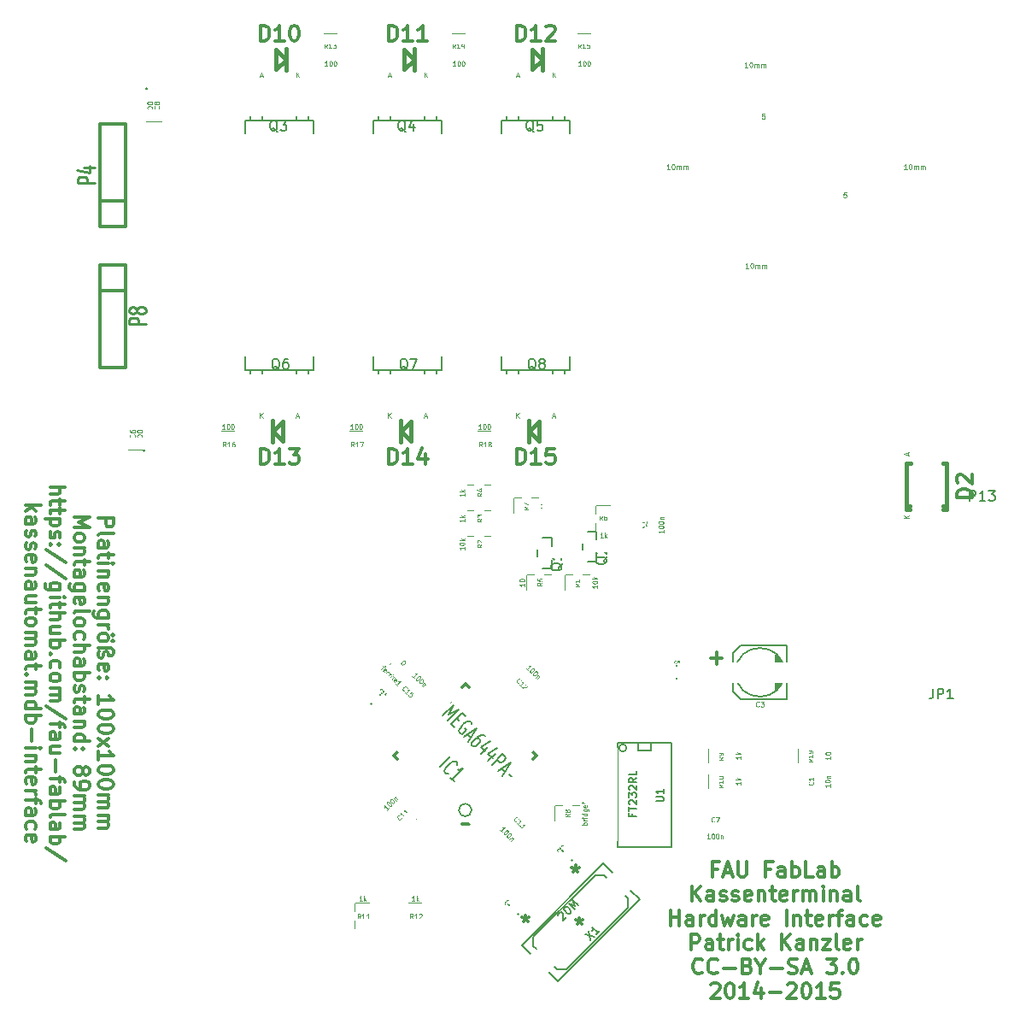
<source format=gbr>
G04 #@! TF.FileFunction,Legend,Top*
%FSLAX46Y46*%
G04 Gerber Fmt 4.6, Leading zero omitted, Abs format (unit mm)*
G04 Created by KiCad (PCBNEW (2014-12-16 BZR 5324)-product) date Mo 26 Jan 2015 14:40:25 CET*
%MOMM*%
G01*
G04 APERTURE LIST*
%ADD10C,0.100000*%
%ADD11C,0.300000*%
%ADD12C,0.119380*%
%ADD13C,0.127000*%
%ADD14C,0.381000*%
%ADD15C,0.304800*%
%ADD16C,0.203200*%
%ADD17C,0.150000*%
%ADD18C,0.099060*%
%ADD19C,0.114300*%
%ADD20C,0.060960*%
%ADD21C,0.271780*%
%ADD22C,0.200660*%
%ADD23C,0.109220*%
%ADD24R,1.035000X1.543000*%
%ADD25C,1.901140*%
%ADD26R,3.399740X2.000200*%
%ADD27R,1.700480X1.898600*%
%ADD28R,1.543000X1.035000*%
%ADD29R,2.701240X2.899360*%
%ADD30R,1.700480X2.099260*%
%ADD31O,2.899360X4.400500*%
%ADD32C,1.924000*%
%ADD33C,3.100020*%
%ADD34O,3.414980X1.906220*%
%ADD35O,1.906220X3.414980*%
%ADD36R,1.797000X1.797000*%
%ADD37C,1.797000*%
%ADD38R,2.127200X2.127200*%
%ADD39O,2.127200X2.127200*%
%ADD40R,1.901140X2.899360*%
%ADD41R,7.400240X7.400240*%
%ADD42R,1.670000X0.806400*%
%ADD43C,2.076400*%
%ADD44R,1.797000X1.289000*%
%ADD45R,2.398980X2.398980*%
%ADD46R,1.901140X1.901140*%
%ADD47R,1.400760X0.999440*%
G04 APERTURE END LIST*
D10*
D11*
X79855429Y-86082859D02*
X81355429Y-86082859D01*
X81355429Y-86654287D01*
X81284000Y-86797145D01*
X81212571Y-86868573D01*
X81069714Y-86940002D01*
X80855429Y-86940002D01*
X80712571Y-86868573D01*
X80641143Y-86797145D01*
X80569714Y-86654287D01*
X80569714Y-86082859D01*
X79855429Y-87797145D02*
X79926857Y-87654287D01*
X80069714Y-87582859D01*
X81355429Y-87582859D01*
X79855429Y-89011430D02*
X80641143Y-89011430D01*
X80784000Y-88940001D01*
X80855429Y-88797144D01*
X80855429Y-88511430D01*
X80784000Y-88368573D01*
X79926857Y-89011430D02*
X79855429Y-88868573D01*
X79855429Y-88511430D01*
X79926857Y-88368573D01*
X80069714Y-88297144D01*
X80212571Y-88297144D01*
X80355429Y-88368573D01*
X80426857Y-88511430D01*
X80426857Y-88868573D01*
X80498286Y-89011430D01*
X80855429Y-89511430D02*
X80855429Y-90082859D01*
X81355429Y-89725716D02*
X80069714Y-89725716D01*
X79926857Y-89797144D01*
X79855429Y-89940002D01*
X79855429Y-90082859D01*
X79855429Y-90582859D02*
X80855429Y-90582859D01*
X81355429Y-90582859D02*
X81284000Y-90511430D01*
X81212571Y-90582859D01*
X81284000Y-90654287D01*
X81355429Y-90582859D01*
X81212571Y-90582859D01*
X80855429Y-91297145D02*
X79855429Y-91297145D01*
X80712571Y-91297145D02*
X80784000Y-91368573D01*
X80855429Y-91511431D01*
X80855429Y-91725716D01*
X80784000Y-91868573D01*
X80641143Y-91940002D01*
X79855429Y-91940002D01*
X79926857Y-93225716D02*
X79855429Y-93082859D01*
X79855429Y-92797145D01*
X79926857Y-92654288D01*
X80069714Y-92582859D01*
X80641143Y-92582859D01*
X80784000Y-92654288D01*
X80855429Y-92797145D01*
X80855429Y-93082859D01*
X80784000Y-93225716D01*
X80641143Y-93297145D01*
X80498286Y-93297145D01*
X80355429Y-92582859D01*
X80855429Y-93940002D02*
X79855429Y-93940002D01*
X80712571Y-93940002D02*
X80784000Y-94011430D01*
X80855429Y-94154288D01*
X80855429Y-94368573D01*
X80784000Y-94511430D01*
X80641143Y-94582859D01*
X79855429Y-94582859D01*
X80855429Y-95940002D02*
X79641143Y-95940002D01*
X79498286Y-95868573D01*
X79426857Y-95797145D01*
X79355429Y-95654288D01*
X79355429Y-95440002D01*
X79426857Y-95297145D01*
X79926857Y-95940002D02*
X79855429Y-95797145D01*
X79855429Y-95511431D01*
X79926857Y-95368573D01*
X79998286Y-95297145D01*
X80141143Y-95225716D01*
X80569714Y-95225716D01*
X80712571Y-95297145D01*
X80784000Y-95368573D01*
X80855429Y-95511431D01*
X80855429Y-95797145D01*
X80784000Y-95940002D01*
X79855429Y-96654288D02*
X80855429Y-96654288D01*
X80569714Y-96654288D02*
X80712571Y-96725716D01*
X80784000Y-96797145D01*
X80855429Y-96940002D01*
X80855429Y-97082859D01*
X79855429Y-97797145D02*
X79926857Y-97654287D01*
X79998286Y-97582859D01*
X80141143Y-97511430D01*
X80569714Y-97511430D01*
X80712571Y-97582859D01*
X80784000Y-97654287D01*
X80855429Y-97797145D01*
X80855429Y-98011430D01*
X80784000Y-98154287D01*
X80712571Y-98225716D01*
X80569714Y-98297145D01*
X80141143Y-98297145D01*
X79998286Y-98225716D01*
X79926857Y-98154287D01*
X79855429Y-98011430D01*
X79855429Y-97797145D01*
X81355429Y-97654287D02*
X81284000Y-97725716D01*
X81212571Y-97654287D01*
X81284000Y-97582859D01*
X81355429Y-97654287D01*
X81212571Y-97654287D01*
X81355429Y-98225716D02*
X81284000Y-98297145D01*
X81212571Y-98225716D01*
X81284000Y-98154287D01*
X81355429Y-98225716D01*
X81212571Y-98225716D01*
X79855429Y-98940002D02*
X81069714Y-98940002D01*
X81212571Y-99011430D01*
X81284000Y-99082859D01*
X81355429Y-99225716D01*
X81355429Y-99440002D01*
X81284000Y-99582859D01*
X81212571Y-99654288D01*
X81069714Y-99725716D01*
X80855429Y-99725716D01*
X80855429Y-99511430D01*
X80784000Y-99368573D01*
X80641143Y-99297145D01*
X80569714Y-99297145D01*
X80426857Y-99368573D01*
X80355429Y-99511430D01*
X80355429Y-99725716D01*
X80284000Y-99868573D01*
X80141143Y-99940002D01*
X80069714Y-99940002D01*
X79926857Y-99868573D01*
X79855429Y-99725716D01*
X79855429Y-99440002D01*
X79926857Y-99297145D01*
X79926857Y-101154287D02*
X79855429Y-101011430D01*
X79855429Y-100725716D01*
X79926857Y-100582859D01*
X80069714Y-100511430D01*
X80641143Y-100511430D01*
X80784000Y-100582859D01*
X80855429Y-100725716D01*
X80855429Y-101011430D01*
X80784000Y-101154287D01*
X80641143Y-101225716D01*
X80498286Y-101225716D01*
X80355429Y-100511430D01*
X79998286Y-101868573D02*
X79926857Y-101940001D01*
X79855429Y-101868573D01*
X79926857Y-101797144D01*
X79998286Y-101868573D01*
X79855429Y-101868573D01*
X80784000Y-101868573D02*
X80712571Y-101940001D01*
X80641143Y-101868573D01*
X80712571Y-101797144D01*
X80784000Y-101868573D01*
X80641143Y-101868573D01*
X79855429Y-104511430D02*
X79855429Y-103654287D01*
X79855429Y-104082859D02*
X81355429Y-104082859D01*
X81141143Y-103940002D01*
X80998286Y-103797144D01*
X80926857Y-103654287D01*
X81355429Y-105440001D02*
X81355429Y-105582858D01*
X81284000Y-105725715D01*
X81212571Y-105797144D01*
X81069714Y-105868573D01*
X80784000Y-105940001D01*
X80426857Y-105940001D01*
X80141143Y-105868573D01*
X79998286Y-105797144D01*
X79926857Y-105725715D01*
X79855429Y-105582858D01*
X79855429Y-105440001D01*
X79926857Y-105297144D01*
X79998286Y-105225715D01*
X80141143Y-105154287D01*
X80426857Y-105082858D01*
X80784000Y-105082858D01*
X81069714Y-105154287D01*
X81212571Y-105225715D01*
X81284000Y-105297144D01*
X81355429Y-105440001D01*
X81355429Y-106868572D02*
X81355429Y-107011429D01*
X81284000Y-107154286D01*
X81212571Y-107225715D01*
X81069714Y-107297144D01*
X80784000Y-107368572D01*
X80426857Y-107368572D01*
X80141143Y-107297144D01*
X79998286Y-107225715D01*
X79926857Y-107154286D01*
X79855429Y-107011429D01*
X79855429Y-106868572D01*
X79926857Y-106725715D01*
X79998286Y-106654286D01*
X80141143Y-106582858D01*
X80426857Y-106511429D01*
X80784000Y-106511429D01*
X81069714Y-106582858D01*
X81212571Y-106654286D01*
X81284000Y-106725715D01*
X81355429Y-106868572D01*
X79855429Y-107868572D02*
X80855429Y-108654286D01*
X80855429Y-107868572D02*
X79855429Y-108654286D01*
X79855429Y-110011429D02*
X79855429Y-109154286D01*
X79855429Y-109582858D02*
X81355429Y-109582858D01*
X81141143Y-109440001D01*
X80998286Y-109297143D01*
X80926857Y-109154286D01*
X81355429Y-110940000D02*
X81355429Y-111082857D01*
X81284000Y-111225714D01*
X81212571Y-111297143D01*
X81069714Y-111368572D01*
X80784000Y-111440000D01*
X80426857Y-111440000D01*
X80141143Y-111368572D01*
X79998286Y-111297143D01*
X79926857Y-111225714D01*
X79855429Y-111082857D01*
X79855429Y-110940000D01*
X79926857Y-110797143D01*
X79998286Y-110725714D01*
X80141143Y-110654286D01*
X80426857Y-110582857D01*
X80784000Y-110582857D01*
X81069714Y-110654286D01*
X81212571Y-110725714D01*
X81284000Y-110797143D01*
X81355429Y-110940000D01*
X81355429Y-112368571D02*
X81355429Y-112511428D01*
X81284000Y-112654285D01*
X81212571Y-112725714D01*
X81069714Y-112797143D01*
X80784000Y-112868571D01*
X80426857Y-112868571D01*
X80141143Y-112797143D01*
X79998286Y-112725714D01*
X79926857Y-112654285D01*
X79855429Y-112511428D01*
X79855429Y-112368571D01*
X79926857Y-112225714D01*
X79998286Y-112154285D01*
X80141143Y-112082857D01*
X80426857Y-112011428D01*
X80784000Y-112011428D01*
X81069714Y-112082857D01*
X81212571Y-112154285D01*
X81284000Y-112225714D01*
X81355429Y-112368571D01*
X79855429Y-113511428D02*
X80855429Y-113511428D01*
X80712571Y-113511428D02*
X80784000Y-113582856D01*
X80855429Y-113725714D01*
X80855429Y-113939999D01*
X80784000Y-114082856D01*
X80641143Y-114154285D01*
X79855429Y-114154285D01*
X80641143Y-114154285D02*
X80784000Y-114225714D01*
X80855429Y-114368571D01*
X80855429Y-114582856D01*
X80784000Y-114725714D01*
X80641143Y-114797142D01*
X79855429Y-114797142D01*
X79855429Y-115511428D02*
X80855429Y-115511428D01*
X80712571Y-115511428D02*
X80784000Y-115582856D01*
X80855429Y-115725714D01*
X80855429Y-115939999D01*
X80784000Y-116082856D01*
X80641143Y-116154285D01*
X79855429Y-116154285D01*
X80641143Y-116154285D02*
X80784000Y-116225714D01*
X80855429Y-116368571D01*
X80855429Y-116582856D01*
X80784000Y-116725714D01*
X80641143Y-116797142D01*
X79855429Y-116797142D01*
X77455429Y-85975714D02*
X78955429Y-85975714D01*
X77884000Y-86475714D01*
X78955429Y-86975714D01*
X77455429Y-86975714D01*
X77455429Y-87904286D02*
X77526857Y-87761428D01*
X77598286Y-87690000D01*
X77741143Y-87618571D01*
X78169714Y-87618571D01*
X78312571Y-87690000D01*
X78384000Y-87761428D01*
X78455429Y-87904286D01*
X78455429Y-88118571D01*
X78384000Y-88261428D01*
X78312571Y-88332857D01*
X78169714Y-88404286D01*
X77741143Y-88404286D01*
X77598286Y-88332857D01*
X77526857Y-88261428D01*
X77455429Y-88118571D01*
X77455429Y-87904286D01*
X78455429Y-89047143D02*
X77455429Y-89047143D01*
X78312571Y-89047143D02*
X78384000Y-89118571D01*
X78455429Y-89261429D01*
X78455429Y-89475714D01*
X78384000Y-89618571D01*
X78241143Y-89690000D01*
X77455429Y-89690000D01*
X78455429Y-90190000D02*
X78455429Y-90761429D01*
X78955429Y-90404286D02*
X77669714Y-90404286D01*
X77526857Y-90475714D01*
X77455429Y-90618572D01*
X77455429Y-90761429D01*
X77455429Y-91904286D02*
X78241143Y-91904286D01*
X78384000Y-91832857D01*
X78455429Y-91690000D01*
X78455429Y-91404286D01*
X78384000Y-91261429D01*
X77526857Y-91904286D02*
X77455429Y-91761429D01*
X77455429Y-91404286D01*
X77526857Y-91261429D01*
X77669714Y-91190000D01*
X77812571Y-91190000D01*
X77955429Y-91261429D01*
X78026857Y-91404286D01*
X78026857Y-91761429D01*
X78098286Y-91904286D01*
X78455429Y-93261429D02*
X77241143Y-93261429D01*
X77098286Y-93190000D01*
X77026857Y-93118572D01*
X76955429Y-92975715D01*
X76955429Y-92761429D01*
X77026857Y-92618572D01*
X77526857Y-93261429D02*
X77455429Y-93118572D01*
X77455429Y-92832858D01*
X77526857Y-92690000D01*
X77598286Y-92618572D01*
X77741143Y-92547143D01*
X78169714Y-92547143D01*
X78312571Y-92618572D01*
X78384000Y-92690000D01*
X78455429Y-92832858D01*
X78455429Y-93118572D01*
X78384000Y-93261429D01*
X77526857Y-94547143D02*
X77455429Y-94404286D01*
X77455429Y-94118572D01*
X77526857Y-93975715D01*
X77669714Y-93904286D01*
X78241143Y-93904286D01*
X78384000Y-93975715D01*
X78455429Y-94118572D01*
X78455429Y-94404286D01*
X78384000Y-94547143D01*
X78241143Y-94618572D01*
X78098286Y-94618572D01*
X77955429Y-93904286D01*
X77455429Y-95475715D02*
X77526857Y-95332857D01*
X77669714Y-95261429D01*
X78955429Y-95261429D01*
X77455429Y-96261429D02*
X77526857Y-96118571D01*
X77598286Y-96047143D01*
X77741143Y-95975714D01*
X78169714Y-95975714D01*
X78312571Y-96047143D01*
X78384000Y-96118571D01*
X78455429Y-96261429D01*
X78455429Y-96475714D01*
X78384000Y-96618571D01*
X78312571Y-96690000D01*
X78169714Y-96761429D01*
X77741143Y-96761429D01*
X77598286Y-96690000D01*
X77526857Y-96618571D01*
X77455429Y-96475714D01*
X77455429Y-96261429D01*
X77526857Y-98047143D02*
X77455429Y-97904286D01*
X77455429Y-97618572D01*
X77526857Y-97475714D01*
X77598286Y-97404286D01*
X77741143Y-97332857D01*
X78169714Y-97332857D01*
X78312571Y-97404286D01*
X78384000Y-97475714D01*
X78455429Y-97618572D01*
X78455429Y-97904286D01*
X78384000Y-98047143D01*
X77455429Y-98690000D02*
X78955429Y-98690000D01*
X77455429Y-99332857D02*
X78241143Y-99332857D01*
X78384000Y-99261428D01*
X78455429Y-99118571D01*
X78455429Y-98904286D01*
X78384000Y-98761428D01*
X78312571Y-98690000D01*
X77455429Y-100690000D02*
X78241143Y-100690000D01*
X78384000Y-100618571D01*
X78455429Y-100475714D01*
X78455429Y-100190000D01*
X78384000Y-100047143D01*
X77526857Y-100690000D02*
X77455429Y-100547143D01*
X77455429Y-100190000D01*
X77526857Y-100047143D01*
X77669714Y-99975714D01*
X77812571Y-99975714D01*
X77955429Y-100047143D01*
X78026857Y-100190000D01*
X78026857Y-100547143D01*
X78098286Y-100690000D01*
X77455429Y-101404286D02*
X78955429Y-101404286D01*
X78384000Y-101404286D02*
X78455429Y-101547143D01*
X78455429Y-101832857D01*
X78384000Y-101975714D01*
X78312571Y-102047143D01*
X78169714Y-102118572D01*
X77741143Y-102118572D01*
X77598286Y-102047143D01*
X77526857Y-101975714D01*
X77455429Y-101832857D01*
X77455429Y-101547143D01*
X77526857Y-101404286D01*
X77526857Y-102690000D02*
X77455429Y-102832857D01*
X77455429Y-103118572D01*
X77526857Y-103261429D01*
X77669714Y-103332857D01*
X77741143Y-103332857D01*
X77884000Y-103261429D01*
X77955429Y-103118572D01*
X77955429Y-102904286D01*
X78026857Y-102761429D01*
X78169714Y-102690000D01*
X78241143Y-102690000D01*
X78384000Y-102761429D01*
X78455429Y-102904286D01*
X78455429Y-103118572D01*
X78384000Y-103261429D01*
X78455429Y-103761429D02*
X78455429Y-104332858D01*
X78955429Y-103975715D02*
X77669714Y-103975715D01*
X77526857Y-104047143D01*
X77455429Y-104190001D01*
X77455429Y-104332858D01*
X77455429Y-105475715D02*
X78241143Y-105475715D01*
X78384000Y-105404286D01*
X78455429Y-105261429D01*
X78455429Y-104975715D01*
X78384000Y-104832858D01*
X77526857Y-105475715D02*
X77455429Y-105332858D01*
X77455429Y-104975715D01*
X77526857Y-104832858D01*
X77669714Y-104761429D01*
X77812571Y-104761429D01*
X77955429Y-104832858D01*
X78026857Y-104975715D01*
X78026857Y-105332858D01*
X78098286Y-105475715D01*
X78455429Y-106190001D02*
X77455429Y-106190001D01*
X78312571Y-106190001D02*
X78384000Y-106261429D01*
X78455429Y-106404287D01*
X78455429Y-106618572D01*
X78384000Y-106761429D01*
X78241143Y-106832858D01*
X77455429Y-106832858D01*
X77455429Y-108190001D02*
X78955429Y-108190001D01*
X77526857Y-108190001D02*
X77455429Y-108047144D01*
X77455429Y-107761430D01*
X77526857Y-107618572D01*
X77598286Y-107547144D01*
X77741143Y-107475715D01*
X78169714Y-107475715D01*
X78312571Y-107547144D01*
X78384000Y-107618572D01*
X78455429Y-107761430D01*
X78455429Y-108047144D01*
X78384000Y-108190001D01*
X77598286Y-108904287D02*
X77526857Y-108975715D01*
X77455429Y-108904287D01*
X77526857Y-108832858D01*
X77598286Y-108904287D01*
X77455429Y-108904287D01*
X78384000Y-108904287D02*
X78312571Y-108975715D01*
X78241143Y-108904287D01*
X78312571Y-108832858D01*
X78384000Y-108904287D01*
X78241143Y-108904287D01*
X78312571Y-110975716D02*
X78384000Y-110832858D01*
X78455429Y-110761430D01*
X78598286Y-110690001D01*
X78669714Y-110690001D01*
X78812571Y-110761430D01*
X78884000Y-110832858D01*
X78955429Y-110975716D01*
X78955429Y-111261430D01*
X78884000Y-111404287D01*
X78812571Y-111475716D01*
X78669714Y-111547144D01*
X78598286Y-111547144D01*
X78455429Y-111475716D01*
X78384000Y-111404287D01*
X78312571Y-111261430D01*
X78312571Y-110975716D01*
X78241143Y-110832858D01*
X78169714Y-110761430D01*
X78026857Y-110690001D01*
X77741143Y-110690001D01*
X77598286Y-110761430D01*
X77526857Y-110832858D01*
X77455429Y-110975716D01*
X77455429Y-111261430D01*
X77526857Y-111404287D01*
X77598286Y-111475716D01*
X77741143Y-111547144D01*
X78026857Y-111547144D01*
X78169714Y-111475716D01*
X78241143Y-111404287D01*
X78312571Y-111261430D01*
X77455429Y-112261429D02*
X77455429Y-112547144D01*
X77526857Y-112690001D01*
X77598286Y-112761429D01*
X77812571Y-112904287D01*
X78098286Y-112975715D01*
X78669714Y-112975715D01*
X78812571Y-112904287D01*
X78884000Y-112832858D01*
X78955429Y-112690001D01*
X78955429Y-112404287D01*
X78884000Y-112261429D01*
X78812571Y-112190001D01*
X78669714Y-112118572D01*
X78312571Y-112118572D01*
X78169714Y-112190001D01*
X78098286Y-112261429D01*
X78026857Y-112404287D01*
X78026857Y-112690001D01*
X78098286Y-112832858D01*
X78169714Y-112904287D01*
X78312571Y-112975715D01*
X77455429Y-113618572D02*
X78455429Y-113618572D01*
X78312571Y-113618572D02*
X78384000Y-113690000D01*
X78455429Y-113832858D01*
X78455429Y-114047143D01*
X78384000Y-114190000D01*
X78241143Y-114261429D01*
X77455429Y-114261429D01*
X78241143Y-114261429D02*
X78384000Y-114332858D01*
X78455429Y-114475715D01*
X78455429Y-114690000D01*
X78384000Y-114832858D01*
X78241143Y-114904286D01*
X77455429Y-114904286D01*
X77455429Y-115618572D02*
X78455429Y-115618572D01*
X78312571Y-115618572D02*
X78384000Y-115690000D01*
X78455429Y-115832858D01*
X78455429Y-116047143D01*
X78384000Y-116190000D01*
X78241143Y-116261429D01*
X77455429Y-116261429D01*
X78241143Y-116261429D02*
X78384000Y-116332858D01*
X78455429Y-116475715D01*
X78455429Y-116690000D01*
X78384000Y-116832858D01*
X78241143Y-116904286D01*
X77455429Y-116904286D01*
X75055429Y-83047141D02*
X76555429Y-83047141D01*
X75055429Y-83689998D02*
X75841143Y-83689998D01*
X75984000Y-83618569D01*
X76055429Y-83475712D01*
X76055429Y-83261427D01*
X75984000Y-83118569D01*
X75912571Y-83047141D01*
X76055429Y-84189998D02*
X76055429Y-84761427D01*
X76555429Y-84404284D02*
X75269714Y-84404284D01*
X75126857Y-84475712D01*
X75055429Y-84618570D01*
X75055429Y-84761427D01*
X76055429Y-85047141D02*
X76055429Y-85618570D01*
X76555429Y-85261427D02*
X75269714Y-85261427D01*
X75126857Y-85332855D01*
X75055429Y-85475713D01*
X75055429Y-85618570D01*
X76055429Y-86118570D02*
X74555429Y-86118570D01*
X75984000Y-86118570D02*
X76055429Y-86261427D01*
X76055429Y-86547141D01*
X75984000Y-86689998D01*
X75912571Y-86761427D01*
X75769714Y-86832856D01*
X75341143Y-86832856D01*
X75198286Y-86761427D01*
X75126857Y-86689998D01*
X75055429Y-86547141D01*
X75055429Y-86261427D01*
X75126857Y-86118570D01*
X75126857Y-87404284D02*
X75055429Y-87547141D01*
X75055429Y-87832856D01*
X75126857Y-87975713D01*
X75269714Y-88047141D01*
X75341143Y-88047141D01*
X75484000Y-87975713D01*
X75555429Y-87832856D01*
X75555429Y-87618570D01*
X75626857Y-87475713D01*
X75769714Y-87404284D01*
X75841143Y-87404284D01*
X75984000Y-87475713D01*
X76055429Y-87618570D01*
X76055429Y-87832856D01*
X75984000Y-87975713D01*
X75198286Y-88689999D02*
X75126857Y-88761427D01*
X75055429Y-88689999D01*
X75126857Y-88618570D01*
X75198286Y-88689999D01*
X75055429Y-88689999D01*
X75984000Y-88689999D02*
X75912571Y-88761427D01*
X75841143Y-88689999D01*
X75912571Y-88618570D01*
X75984000Y-88689999D01*
X75841143Y-88689999D01*
X76626857Y-90475713D02*
X74698286Y-89189999D01*
X76626857Y-92047142D02*
X74698286Y-90761428D01*
X76055429Y-93190000D02*
X74841143Y-93190000D01*
X74698286Y-93118571D01*
X74626857Y-93047143D01*
X74555429Y-92904286D01*
X74555429Y-92690000D01*
X74626857Y-92547143D01*
X75126857Y-93190000D02*
X75055429Y-93047143D01*
X75055429Y-92761429D01*
X75126857Y-92618571D01*
X75198286Y-92547143D01*
X75341143Y-92475714D01*
X75769714Y-92475714D01*
X75912571Y-92547143D01*
X75984000Y-92618571D01*
X76055429Y-92761429D01*
X76055429Y-93047143D01*
X75984000Y-93190000D01*
X75055429Y-93904286D02*
X76055429Y-93904286D01*
X76555429Y-93904286D02*
X76484000Y-93832857D01*
X76412571Y-93904286D01*
X76484000Y-93975714D01*
X76555429Y-93904286D01*
X76412571Y-93904286D01*
X76055429Y-94404286D02*
X76055429Y-94975715D01*
X76555429Y-94618572D02*
X75269714Y-94618572D01*
X75126857Y-94690000D01*
X75055429Y-94832858D01*
X75055429Y-94975715D01*
X75055429Y-95475715D02*
X76555429Y-95475715D01*
X75055429Y-96118572D02*
X75841143Y-96118572D01*
X75984000Y-96047143D01*
X76055429Y-95904286D01*
X76055429Y-95690001D01*
X75984000Y-95547143D01*
X75912571Y-95475715D01*
X76055429Y-97475715D02*
X75055429Y-97475715D01*
X76055429Y-96832858D02*
X75269714Y-96832858D01*
X75126857Y-96904286D01*
X75055429Y-97047144D01*
X75055429Y-97261429D01*
X75126857Y-97404286D01*
X75198286Y-97475715D01*
X75055429Y-98190001D02*
X76555429Y-98190001D01*
X75984000Y-98190001D02*
X76055429Y-98332858D01*
X76055429Y-98618572D01*
X75984000Y-98761429D01*
X75912571Y-98832858D01*
X75769714Y-98904287D01*
X75341143Y-98904287D01*
X75198286Y-98832858D01*
X75126857Y-98761429D01*
X75055429Y-98618572D01*
X75055429Y-98332858D01*
X75126857Y-98190001D01*
X75198286Y-99547144D02*
X75126857Y-99618572D01*
X75055429Y-99547144D01*
X75126857Y-99475715D01*
X75198286Y-99547144D01*
X75055429Y-99547144D01*
X75126857Y-100904287D02*
X75055429Y-100761430D01*
X75055429Y-100475716D01*
X75126857Y-100332858D01*
X75198286Y-100261430D01*
X75341143Y-100190001D01*
X75769714Y-100190001D01*
X75912571Y-100261430D01*
X75984000Y-100332858D01*
X76055429Y-100475716D01*
X76055429Y-100761430D01*
X75984000Y-100904287D01*
X75055429Y-101761430D02*
X75126857Y-101618572D01*
X75198286Y-101547144D01*
X75341143Y-101475715D01*
X75769714Y-101475715D01*
X75912571Y-101547144D01*
X75984000Y-101618572D01*
X76055429Y-101761430D01*
X76055429Y-101975715D01*
X75984000Y-102118572D01*
X75912571Y-102190001D01*
X75769714Y-102261430D01*
X75341143Y-102261430D01*
X75198286Y-102190001D01*
X75126857Y-102118572D01*
X75055429Y-101975715D01*
X75055429Y-101761430D01*
X75055429Y-102904287D02*
X76055429Y-102904287D01*
X75912571Y-102904287D02*
X75984000Y-102975715D01*
X76055429Y-103118573D01*
X76055429Y-103332858D01*
X75984000Y-103475715D01*
X75841143Y-103547144D01*
X75055429Y-103547144D01*
X75841143Y-103547144D02*
X75984000Y-103618573D01*
X76055429Y-103761430D01*
X76055429Y-103975715D01*
X75984000Y-104118573D01*
X75841143Y-104190001D01*
X75055429Y-104190001D01*
X76626857Y-105975715D02*
X74698286Y-104690001D01*
X76055429Y-106261430D02*
X76055429Y-106832859D01*
X75055429Y-106475716D02*
X76341143Y-106475716D01*
X76484000Y-106547144D01*
X76555429Y-106690002D01*
X76555429Y-106832859D01*
X75055429Y-107975716D02*
X75841143Y-107975716D01*
X75984000Y-107904287D01*
X76055429Y-107761430D01*
X76055429Y-107475716D01*
X75984000Y-107332859D01*
X75126857Y-107975716D02*
X75055429Y-107832859D01*
X75055429Y-107475716D01*
X75126857Y-107332859D01*
X75269714Y-107261430D01*
X75412571Y-107261430D01*
X75555429Y-107332859D01*
X75626857Y-107475716D01*
X75626857Y-107832859D01*
X75698286Y-107975716D01*
X76055429Y-109332859D02*
X75055429Y-109332859D01*
X76055429Y-108690002D02*
X75269714Y-108690002D01*
X75126857Y-108761430D01*
X75055429Y-108904288D01*
X75055429Y-109118573D01*
X75126857Y-109261430D01*
X75198286Y-109332859D01*
X75626857Y-110047145D02*
X75626857Y-111190002D01*
X76055429Y-111690002D02*
X76055429Y-112261431D01*
X75055429Y-111904288D02*
X76341143Y-111904288D01*
X76484000Y-111975716D01*
X76555429Y-112118574D01*
X76555429Y-112261431D01*
X75055429Y-113404288D02*
X75841143Y-113404288D01*
X75984000Y-113332859D01*
X76055429Y-113190002D01*
X76055429Y-112904288D01*
X75984000Y-112761431D01*
X75126857Y-113404288D02*
X75055429Y-113261431D01*
X75055429Y-112904288D01*
X75126857Y-112761431D01*
X75269714Y-112690002D01*
X75412571Y-112690002D01*
X75555429Y-112761431D01*
X75626857Y-112904288D01*
X75626857Y-113261431D01*
X75698286Y-113404288D01*
X75055429Y-114118574D02*
X76555429Y-114118574D01*
X75984000Y-114118574D02*
X76055429Y-114261431D01*
X76055429Y-114547145D01*
X75984000Y-114690002D01*
X75912571Y-114761431D01*
X75769714Y-114832860D01*
X75341143Y-114832860D01*
X75198286Y-114761431D01*
X75126857Y-114690002D01*
X75055429Y-114547145D01*
X75055429Y-114261431D01*
X75126857Y-114118574D01*
X75055429Y-115690003D02*
X75126857Y-115547145D01*
X75269714Y-115475717D01*
X76555429Y-115475717D01*
X75055429Y-116904288D02*
X75841143Y-116904288D01*
X75984000Y-116832859D01*
X76055429Y-116690002D01*
X76055429Y-116404288D01*
X75984000Y-116261431D01*
X75126857Y-116904288D02*
X75055429Y-116761431D01*
X75055429Y-116404288D01*
X75126857Y-116261431D01*
X75269714Y-116190002D01*
X75412571Y-116190002D01*
X75555429Y-116261431D01*
X75626857Y-116404288D01*
X75626857Y-116761431D01*
X75698286Y-116904288D01*
X75055429Y-117618574D02*
X76555429Y-117618574D01*
X75984000Y-117618574D02*
X76055429Y-117761431D01*
X76055429Y-118047145D01*
X75984000Y-118190002D01*
X75912571Y-118261431D01*
X75769714Y-118332860D01*
X75341143Y-118332860D01*
X75198286Y-118261431D01*
X75126857Y-118190002D01*
X75055429Y-118047145D01*
X75055429Y-117761431D01*
X75126857Y-117618574D01*
X76626857Y-120047145D02*
X74698286Y-118761431D01*
X72655429Y-84797142D02*
X74155429Y-84797142D01*
X73226857Y-84939999D02*
X72655429Y-85368570D01*
X73655429Y-85368570D02*
X73084000Y-84797142D01*
X72655429Y-86654285D02*
X73441143Y-86654285D01*
X73584000Y-86582856D01*
X73655429Y-86439999D01*
X73655429Y-86154285D01*
X73584000Y-86011428D01*
X72726857Y-86654285D02*
X72655429Y-86511428D01*
X72655429Y-86154285D01*
X72726857Y-86011428D01*
X72869714Y-85939999D01*
X73012571Y-85939999D01*
X73155429Y-86011428D01*
X73226857Y-86154285D01*
X73226857Y-86511428D01*
X73298286Y-86654285D01*
X72726857Y-87297142D02*
X72655429Y-87439999D01*
X72655429Y-87725714D01*
X72726857Y-87868571D01*
X72869714Y-87939999D01*
X72941143Y-87939999D01*
X73084000Y-87868571D01*
X73155429Y-87725714D01*
X73155429Y-87511428D01*
X73226857Y-87368571D01*
X73369714Y-87297142D01*
X73441143Y-87297142D01*
X73584000Y-87368571D01*
X73655429Y-87511428D01*
X73655429Y-87725714D01*
X73584000Y-87868571D01*
X72726857Y-88511428D02*
X72655429Y-88654285D01*
X72655429Y-88940000D01*
X72726857Y-89082857D01*
X72869714Y-89154285D01*
X72941143Y-89154285D01*
X73084000Y-89082857D01*
X73155429Y-88940000D01*
X73155429Y-88725714D01*
X73226857Y-88582857D01*
X73369714Y-88511428D01*
X73441143Y-88511428D01*
X73584000Y-88582857D01*
X73655429Y-88725714D01*
X73655429Y-88940000D01*
X73584000Y-89082857D01*
X72726857Y-90368571D02*
X72655429Y-90225714D01*
X72655429Y-89940000D01*
X72726857Y-89797143D01*
X72869714Y-89725714D01*
X73441143Y-89725714D01*
X73584000Y-89797143D01*
X73655429Y-89940000D01*
X73655429Y-90225714D01*
X73584000Y-90368571D01*
X73441143Y-90440000D01*
X73298286Y-90440000D01*
X73155429Y-89725714D01*
X73655429Y-91082857D02*
X72655429Y-91082857D01*
X73512571Y-91082857D02*
X73584000Y-91154285D01*
X73655429Y-91297143D01*
X73655429Y-91511428D01*
X73584000Y-91654285D01*
X73441143Y-91725714D01*
X72655429Y-91725714D01*
X72655429Y-93082857D02*
X73441143Y-93082857D01*
X73584000Y-93011428D01*
X73655429Y-92868571D01*
X73655429Y-92582857D01*
X73584000Y-92440000D01*
X72726857Y-93082857D02*
X72655429Y-92940000D01*
X72655429Y-92582857D01*
X72726857Y-92440000D01*
X72869714Y-92368571D01*
X73012571Y-92368571D01*
X73155429Y-92440000D01*
X73226857Y-92582857D01*
X73226857Y-92940000D01*
X73298286Y-93082857D01*
X73655429Y-94440000D02*
X72655429Y-94440000D01*
X73655429Y-93797143D02*
X72869714Y-93797143D01*
X72726857Y-93868571D01*
X72655429Y-94011429D01*
X72655429Y-94225714D01*
X72726857Y-94368571D01*
X72798286Y-94440000D01*
X73655429Y-94940000D02*
X73655429Y-95511429D01*
X74155429Y-95154286D02*
X72869714Y-95154286D01*
X72726857Y-95225714D01*
X72655429Y-95368572D01*
X72655429Y-95511429D01*
X72655429Y-96225715D02*
X72726857Y-96082857D01*
X72798286Y-96011429D01*
X72941143Y-95940000D01*
X73369714Y-95940000D01*
X73512571Y-96011429D01*
X73584000Y-96082857D01*
X73655429Y-96225715D01*
X73655429Y-96440000D01*
X73584000Y-96582857D01*
X73512571Y-96654286D01*
X73369714Y-96725715D01*
X72941143Y-96725715D01*
X72798286Y-96654286D01*
X72726857Y-96582857D01*
X72655429Y-96440000D01*
X72655429Y-96225715D01*
X72655429Y-97368572D02*
X73655429Y-97368572D01*
X73512571Y-97368572D02*
X73584000Y-97440000D01*
X73655429Y-97582858D01*
X73655429Y-97797143D01*
X73584000Y-97940000D01*
X73441143Y-98011429D01*
X72655429Y-98011429D01*
X73441143Y-98011429D02*
X73584000Y-98082858D01*
X73655429Y-98225715D01*
X73655429Y-98440000D01*
X73584000Y-98582858D01*
X73441143Y-98654286D01*
X72655429Y-98654286D01*
X72655429Y-100011429D02*
X73441143Y-100011429D01*
X73584000Y-99940000D01*
X73655429Y-99797143D01*
X73655429Y-99511429D01*
X73584000Y-99368572D01*
X72726857Y-100011429D02*
X72655429Y-99868572D01*
X72655429Y-99511429D01*
X72726857Y-99368572D01*
X72869714Y-99297143D01*
X73012571Y-99297143D01*
X73155429Y-99368572D01*
X73226857Y-99511429D01*
X73226857Y-99868572D01*
X73298286Y-100011429D01*
X73655429Y-100511429D02*
X73655429Y-101082858D01*
X74155429Y-100725715D02*
X72869714Y-100725715D01*
X72726857Y-100797143D01*
X72655429Y-100940001D01*
X72655429Y-101082858D01*
X72798286Y-101582858D02*
X72726857Y-101654286D01*
X72655429Y-101582858D01*
X72726857Y-101511429D01*
X72798286Y-101582858D01*
X72655429Y-101582858D01*
X72655429Y-102297144D02*
X73655429Y-102297144D01*
X73512571Y-102297144D02*
X73584000Y-102368572D01*
X73655429Y-102511430D01*
X73655429Y-102725715D01*
X73584000Y-102868572D01*
X73441143Y-102940001D01*
X72655429Y-102940001D01*
X73441143Y-102940001D02*
X73584000Y-103011430D01*
X73655429Y-103154287D01*
X73655429Y-103368572D01*
X73584000Y-103511430D01*
X73441143Y-103582858D01*
X72655429Y-103582858D01*
X72655429Y-104940001D02*
X74155429Y-104940001D01*
X72726857Y-104940001D02*
X72655429Y-104797144D01*
X72655429Y-104511430D01*
X72726857Y-104368572D01*
X72798286Y-104297144D01*
X72941143Y-104225715D01*
X73369714Y-104225715D01*
X73512571Y-104297144D01*
X73584000Y-104368572D01*
X73655429Y-104511430D01*
X73655429Y-104797144D01*
X73584000Y-104940001D01*
X72655429Y-105654287D02*
X74155429Y-105654287D01*
X73584000Y-105654287D02*
X73655429Y-105797144D01*
X73655429Y-106082858D01*
X73584000Y-106225715D01*
X73512571Y-106297144D01*
X73369714Y-106368573D01*
X72941143Y-106368573D01*
X72798286Y-106297144D01*
X72726857Y-106225715D01*
X72655429Y-106082858D01*
X72655429Y-105797144D01*
X72726857Y-105654287D01*
X73226857Y-107011430D02*
X73226857Y-108154287D01*
X72655429Y-108868573D02*
X73655429Y-108868573D01*
X74155429Y-108868573D02*
X74084000Y-108797144D01*
X74012571Y-108868573D01*
X74084000Y-108940001D01*
X74155429Y-108868573D01*
X74012571Y-108868573D01*
X73655429Y-109582859D02*
X72655429Y-109582859D01*
X73512571Y-109582859D02*
X73584000Y-109654287D01*
X73655429Y-109797145D01*
X73655429Y-110011430D01*
X73584000Y-110154287D01*
X73441143Y-110225716D01*
X72655429Y-110225716D01*
X73655429Y-110725716D02*
X73655429Y-111297145D01*
X74155429Y-110940002D02*
X72869714Y-110940002D01*
X72726857Y-111011430D01*
X72655429Y-111154288D01*
X72655429Y-111297145D01*
X72726857Y-112368573D02*
X72655429Y-112225716D01*
X72655429Y-111940002D01*
X72726857Y-111797145D01*
X72869714Y-111725716D01*
X73441143Y-111725716D01*
X73584000Y-111797145D01*
X73655429Y-111940002D01*
X73655429Y-112225716D01*
X73584000Y-112368573D01*
X73441143Y-112440002D01*
X73298286Y-112440002D01*
X73155429Y-111725716D01*
X72655429Y-113082859D02*
X73655429Y-113082859D01*
X73369714Y-113082859D02*
X73512571Y-113154287D01*
X73584000Y-113225716D01*
X73655429Y-113368573D01*
X73655429Y-113511430D01*
X73655429Y-113797144D02*
X73655429Y-114368573D01*
X72655429Y-114011430D02*
X73941143Y-114011430D01*
X74084000Y-114082858D01*
X74155429Y-114225716D01*
X74155429Y-114368573D01*
X72655429Y-115511430D02*
X73441143Y-115511430D01*
X73584000Y-115440001D01*
X73655429Y-115297144D01*
X73655429Y-115011430D01*
X73584000Y-114868573D01*
X72726857Y-115511430D02*
X72655429Y-115368573D01*
X72655429Y-115011430D01*
X72726857Y-114868573D01*
X72869714Y-114797144D01*
X73012571Y-114797144D01*
X73155429Y-114868573D01*
X73226857Y-115011430D01*
X73226857Y-115368573D01*
X73298286Y-115511430D01*
X72726857Y-116868573D02*
X72655429Y-116725716D01*
X72655429Y-116440002D01*
X72726857Y-116297144D01*
X72798286Y-116225716D01*
X72941143Y-116154287D01*
X73369714Y-116154287D01*
X73512571Y-116225716D01*
X73584000Y-116297144D01*
X73655429Y-116440002D01*
X73655429Y-116725716D01*
X73584000Y-116868573D01*
X72726857Y-118082858D02*
X72655429Y-117940001D01*
X72655429Y-117654287D01*
X72726857Y-117511430D01*
X72869714Y-117440001D01*
X73441143Y-117440001D01*
X73584000Y-117511430D01*
X73655429Y-117654287D01*
X73655429Y-117940001D01*
X73584000Y-118082858D01*
X73441143Y-118154287D01*
X73298286Y-118154287D01*
X73155429Y-117440001D01*
X140525572Y-99929143D02*
X141668429Y-99929143D01*
X141097000Y-100500571D02*
X141097000Y-99357714D01*
X127508001Y-125670571D02*
X127508001Y-126027714D01*
X127150858Y-125884857D02*
X127508001Y-126027714D01*
X127865143Y-125884857D01*
X127293715Y-126313429D02*
X127508001Y-126027714D01*
X127722286Y-126313429D01*
X122174001Y-125416571D02*
X122174001Y-125773714D01*
X121816858Y-125630857D02*
X122174001Y-125773714D01*
X122531143Y-125630857D01*
X121959715Y-126059429D02*
X122174001Y-125773714D01*
X122388286Y-126059429D01*
X127127001Y-120463571D02*
X127127001Y-120820714D01*
X126769858Y-120677857D02*
X127127001Y-120820714D01*
X127484143Y-120677857D01*
X126912715Y-121106429D02*
X127127001Y-120820714D01*
X127341286Y-121106429D01*
X141184000Y-120832857D02*
X140684000Y-120832857D01*
X140684000Y-121618571D02*
X140684000Y-120118571D01*
X141398286Y-120118571D01*
X141898285Y-121190000D02*
X142612571Y-121190000D01*
X141755428Y-121618571D02*
X142255428Y-120118571D01*
X142755428Y-121618571D01*
X143255428Y-120118571D02*
X143255428Y-121332857D01*
X143326856Y-121475714D01*
X143398285Y-121547143D01*
X143541142Y-121618571D01*
X143826856Y-121618571D01*
X143969714Y-121547143D01*
X144041142Y-121475714D01*
X144112571Y-121332857D01*
X144112571Y-120118571D01*
X146469714Y-120832857D02*
X145969714Y-120832857D01*
X145969714Y-121618571D02*
X145969714Y-120118571D01*
X146684000Y-120118571D01*
X147898285Y-121618571D02*
X147898285Y-120832857D01*
X147826856Y-120690000D01*
X147683999Y-120618571D01*
X147398285Y-120618571D01*
X147255428Y-120690000D01*
X147898285Y-121547143D02*
X147755428Y-121618571D01*
X147398285Y-121618571D01*
X147255428Y-121547143D01*
X147183999Y-121404286D01*
X147183999Y-121261429D01*
X147255428Y-121118571D01*
X147398285Y-121047143D01*
X147755428Y-121047143D01*
X147898285Y-120975714D01*
X148612571Y-121618571D02*
X148612571Y-120118571D01*
X148612571Y-120690000D02*
X148755428Y-120618571D01*
X149041142Y-120618571D01*
X149183999Y-120690000D01*
X149255428Y-120761429D01*
X149326857Y-120904286D01*
X149326857Y-121332857D01*
X149255428Y-121475714D01*
X149183999Y-121547143D01*
X149041142Y-121618571D01*
X148755428Y-121618571D01*
X148612571Y-121547143D01*
X150684000Y-121618571D02*
X149969714Y-121618571D01*
X149969714Y-120118571D01*
X151826857Y-121618571D02*
X151826857Y-120832857D01*
X151755428Y-120690000D01*
X151612571Y-120618571D01*
X151326857Y-120618571D01*
X151184000Y-120690000D01*
X151826857Y-121547143D02*
X151684000Y-121618571D01*
X151326857Y-121618571D01*
X151184000Y-121547143D01*
X151112571Y-121404286D01*
X151112571Y-121261429D01*
X151184000Y-121118571D01*
X151326857Y-121047143D01*
X151684000Y-121047143D01*
X151826857Y-120975714D01*
X152541143Y-121618571D02*
X152541143Y-120118571D01*
X152541143Y-120690000D02*
X152684000Y-120618571D01*
X152969714Y-120618571D01*
X153112571Y-120690000D01*
X153184000Y-120761429D01*
X153255429Y-120904286D01*
X153255429Y-121332857D01*
X153184000Y-121475714D01*
X153112571Y-121547143D01*
X152969714Y-121618571D01*
X152684000Y-121618571D01*
X152541143Y-121547143D01*
X138684000Y-124018571D02*
X138684000Y-122518571D01*
X139541143Y-124018571D02*
X138898286Y-123161429D01*
X139541143Y-122518571D02*
X138684000Y-123375714D01*
X140826857Y-124018571D02*
X140826857Y-123232857D01*
X140755428Y-123090000D01*
X140612571Y-123018571D01*
X140326857Y-123018571D01*
X140184000Y-123090000D01*
X140826857Y-123947143D02*
X140684000Y-124018571D01*
X140326857Y-124018571D01*
X140184000Y-123947143D01*
X140112571Y-123804286D01*
X140112571Y-123661429D01*
X140184000Y-123518571D01*
X140326857Y-123447143D01*
X140684000Y-123447143D01*
X140826857Y-123375714D01*
X141469714Y-123947143D02*
X141612571Y-124018571D01*
X141898286Y-124018571D01*
X142041143Y-123947143D01*
X142112571Y-123804286D01*
X142112571Y-123732857D01*
X142041143Y-123590000D01*
X141898286Y-123518571D01*
X141684000Y-123518571D01*
X141541143Y-123447143D01*
X141469714Y-123304286D01*
X141469714Y-123232857D01*
X141541143Y-123090000D01*
X141684000Y-123018571D01*
X141898286Y-123018571D01*
X142041143Y-123090000D01*
X142684000Y-123947143D02*
X142826857Y-124018571D01*
X143112572Y-124018571D01*
X143255429Y-123947143D01*
X143326857Y-123804286D01*
X143326857Y-123732857D01*
X143255429Y-123590000D01*
X143112572Y-123518571D01*
X142898286Y-123518571D01*
X142755429Y-123447143D01*
X142684000Y-123304286D01*
X142684000Y-123232857D01*
X142755429Y-123090000D01*
X142898286Y-123018571D01*
X143112572Y-123018571D01*
X143255429Y-123090000D01*
X144541143Y-123947143D02*
X144398286Y-124018571D01*
X144112572Y-124018571D01*
X143969715Y-123947143D01*
X143898286Y-123804286D01*
X143898286Y-123232857D01*
X143969715Y-123090000D01*
X144112572Y-123018571D01*
X144398286Y-123018571D01*
X144541143Y-123090000D01*
X144612572Y-123232857D01*
X144612572Y-123375714D01*
X143898286Y-123518571D01*
X145255429Y-123018571D02*
X145255429Y-124018571D01*
X145255429Y-123161429D02*
X145326857Y-123090000D01*
X145469715Y-123018571D01*
X145684000Y-123018571D01*
X145826857Y-123090000D01*
X145898286Y-123232857D01*
X145898286Y-124018571D01*
X146398286Y-123018571D02*
X146969715Y-123018571D01*
X146612572Y-122518571D02*
X146612572Y-123804286D01*
X146684000Y-123947143D01*
X146826858Y-124018571D01*
X146969715Y-124018571D01*
X148041143Y-123947143D02*
X147898286Y-124018571D01*
X147612572Y-124018571D01*
X147469715Y-123947143D01*
X147398286Y-123804286D01*
X147398286Y-123232857D01*
X147469715Y-123090000D01*
X147612572Y-123018571D01*
X147898286Y-123018571D01*
X148041143Y-123090000D01*
X148112572Y-123232857D01*
X148112572Y-123375714D01*
X147398286Y-123518571D01*
X148755429Y-124018571D02*
X148755429Y-123018571D01*
X148755429Y-123304286D02*
X148826857Y-123161429D01*
X148898286Y-123090000D01*
X149041143Y-123018571D01*
X149184000Y-123018571D01*
X149684000Y-124018571D02*
X149684000Y-123018571D01*
X149684000Y-123161429D02*
X149755428Y-123090000D01*
X149898286Y-123018571D01*
X150112571Y-123018571D01*
X150255428Y-123090000D01*
X150326857Y-123232857D01*
X150326857Y-124018571D01*
X150326857Y-123232857D02*
X150398286Y-123090000D01*
X150541143Y-123018571D01*
X150755428Y-123018571D01*
X150898286Y-123090000D01*
X150969714Y-123232857D01*
X150969714Y-124018571D01*
X151684000Y-124018571D02*
X151684000Y-123018571D01*
X151684000Y-122518571D02*
X151612571Y-122590000D01*
X151684000Y-122661429D01*
X151755428Y-122590000D01*
X151684000Y-122518571D01*
X151684000Y-122661429D01*
X152398286Y-123018571D02*
X152398286Y-124018571D01*
X152398286Y-123161429D02*
X152469714Y-123090000D01*
X152612572Y-123018571D01*
X152826857Y-123018571D01*
X152969714Y-123090000D01*
X153041143Y-123232857D01*
X153041143Y-124018571D01*
X154398286Y-124018571D02*
X154398286Y-123232857D01*
X154326857Y-123090000D01*
X154184000Y-123018571D01*
X153898286Y-123018571D01*
X153755429Y-123090000D01*
X154398286Y-123947143D02*
X154255429Y-124018571D01*
X153898286Y-124018571D01*
X153755429Y-123947143D01*
X153684000Y-123804286D01*
X153684000Y-123661429D01*
X153755429Y-123518571D01*
X153898286Y-123447143D01*
X154255429Y-123447143D01*
X154398286Y-123375714D01*
X155326858Y-124018571D02*
X155184000Y-123947143D01*
X155112572Y-123804286D01*
X155112572Y-122518571D01*
X136576858Y-126418571D02*
X136576858Y-124918571D01*
X136576858Y-125632857D02*
X137434001Y-125632857D01*
X137434001Y-126418571D02*
X137434001Y-124918571D01*
X138791144Y-126418571D02*
X138791144Y-125632857D01*
X138719715Y-125490000D01*
X138576858Y-125418571D01*
X138291144Y-125418571D01*
X138148287Y-125490000D01*
X138791144Y-126347143D02*
X138648287Y-126418571D01*
X138291144Y-126418571D01*
X138148287Y-126347143D01*
X138076858Y-126204286D01*
X138076858Y-126061429D01*
X138148287Y-125918571D01*
X138291144Y-125847143D01*
X138648287Y-125847143D01*
X138791144Y-125775714D01*
X139505430Y-126418571D02*
X139505430Y-125418571D01*
X139505430Y-125704286D02*
X139576858Y-125561429D01*
X139648287Y-125490000D01*
X139791144Y-125418571D01*
X139934001Y-125418571D01*
X141076858Y-126418571D02*
X141076858Y-124918571D01*
X141076858Y-126347143D02*
X140934001Y-126418571D01*
X140648287Y-126418571D01*
X140505429Y-126347143D01*
X140434001Y-126275714D01*
X140362572Y-126132857D01*
X140362572Y-125704286D01*
X140434001Y-125561429D01*
X140505429Y-125490000D01*
X140648287Y-125418571D01*
X140934001Y-125418571D01*
X141076858Y-125490000D01*
X141648287Y-125418571D02*
X141934001Y-126418571D01*
X142219715Y-125704286D01*
X142505430Y-126418571D01*
X142791144Y-125418571D01*
X144005430Y-126418571D02*
X144005430Y-125632857D01*
X143934001Y-125490000D01*
X143791144Y-125418571D01*
X143505430Y-125418571D01*
X143362573Y-125490000D01*
X144005430Y-126347143D02*
X143862573Y-126418571D01*
X143505430Y-126418571D01*
X143362573Y-126347143D01*
X143291144Y-126204286D01*
X143291144Y-126061429D01*
X143362573Y-125918571D01*
X143505430Y-125847143D01*
X143862573Y-125847143D01*
X144005430Y-125775714D01*
X144719716Y-126418571D02*
X144719716Y-125418571D01*
X144719716Y-125704286D02*
X144791144Y-125561429D01*
X144862573Y-125490000D01*
X145005430Y-125418571D01*
X145148287Y-125418571D01*
X146219715Y-126347143D02*
X146076858Y-126418571D01*
X145791144Y-126418571D01*
X145648287Y-126347143D01*
X145576858Y-126204286D01*
X145576858Y-125632857D01*
X145648287Y-125490000D01*
X145791144Y-125418571D01*
X146076858Y-125418571D01*
X146219715Y-125490000D01*
X146291144Y-125632857D01*
X146291144Y-125775714D01*
X145576858Y-125918571D01*
X148076858Y-126418571D02*
X148076858Y-124918571D01*
X148791144Y-125418571D02*
X148791144Y-126418571D01*
X148791144Y-125561429D02*
X148862572Y-125490000D01*
X149005430Y-125418571D01*
X149219715Y-125418571D01*
X149362572Y-125490000D01*
X149434001Y-125632857D01*
X149434001Y-126418571D01*
X149934001Y-125418571D02*
X150505430Y-125418571D01*
X150148287Y-124918571D02*
X150148287Y-126204286D01*
X150219715Y-126347143D01*
X150362573Y-126418571D01*
X150505430Y-126418571D01*
X151576858Y-126347143D02*
X151434001Y-126418571D01*
X151148287Y-126418571D01*
X151005430Y-126347143D01*
X150934001Y-126204286D01*
X150934001Y-125632857D01*
X151005430Y-125490000D01*
X151148287Y-125418571D01*
X151434001Y-125418571D01*
X151576858Y-125490000D01*
X151648287Y-125632857D01*
X151648287Y-125775714D01*
X150934001Y-125918571D01*
X152291144Y-126418571D02*
X152291144Y-125418571D01*
X152291144Y-125704286D02*
X152362572Y-125561429D01*
X152434001Y-125490000D01*
X152576858Y-125418571D01*
X152719715Y-125418571D01*
X153005429Y-125418571D02*
X153576858Y-125418571D01*
X153219715Y-126418571D02*
X153219715Y-125132857D01*
X153291143Y-124990000D01*
X153434001Y-124918571D01*
X153576858Y-124918571D01*
X154719715Y-126418571D02*
X154719715Y-125632857D01*
X154648286Y-125490000D01*
X154505429Y-125418571D01*
X154219715Y-125418571D01*
X154076858Y-125490000D01*
X154719715Y-126347143D02*
X154576858Y-126418571D01*
X154219715Y-126418571D01*
X154076858Y-126347143D01*
X154005429Y-126204286D01*
X154005429Y-126061429D01*
X154076858Y-125918571D01*
X154219715Y-125847143D01*
X154576858Y-125847143D01*
X154719715Y-125775714D01*
X156076858Y-126347143D02*
X155934001Y-126418571D01*
X155648287Y-126418571D01*
X155505429Y-126347143D01*
X155434001Y-126275714D01*
X155362572Y-126132857D01*
X155362572Y-125704286D01*
X155434001Y-125561429D01*
X155505429Y-125490000D01*
X155648287Y-125418571D01*
X155934001Y-125418571D01*
X156076858Y-125490000D01*
X157291143Y-126347143D02*
X157148286Y-126418571D01*
X156862572Y-126418571D01*
X156719715Y-126347143D01*
X156648286Y-126204286D01*
X156648286Y-125632857D01*
X156719715Y-125490000D01*
X156862572Y-125418571D01*
X157148286Y-125418571D01*
X157291143Y-125490000D01*
X157362572Y-125632857D01*
X157362572Y-125775714D01*
X156648286Y-125918571D01*
X138576858Y-128818571D02*
X138576858Y-127318571D01*
X139148286Y-127318571D01*
X139291144Y-127390000D01*
X139362572Y-127461429D01*
X139434001Y-127604286D01*
X139434001Y-127818571D01*
X139362572Y-127961429D01*
X139291144Y-128032857D01*
X139148286Y-128104286D01*
X138576858Y-128104286D01*
X140719715Y-128818571D02*
X140719715Y-128032857D01*
X140648286Y-127890000D01*
X140505429Y-127818571D01*
X140219715Y-127818571D01*
X140076858Y-127890000D01*
X140719715Y-128747143D02*
X140576858Y-128818571D01*
X140219715Y-128818571D01*
X140076858Y-128747143D01*
X140005429Y-128604286D01*
X140005429Y-128461429D01*
X140076858Y-128318571D01*
X140219715Y-128247143D01*
X140576858Y-128247143D01*
X140719715Y-128175714D01*
X141219715Y-127818571D02*
X141791144Y-127818571D01*
X141434001Y-127318571D02*
X141434001Y-128604286D01*
X141505429Y-128747143D01*
X141648287Y-128818571D01*
X141791144Y-128818571D01*
X142291144Y-128818571D02*
X142291144Y-127818571D01*
X142291144Y-128104286D02*
X142362572Y-127961429D01*
X142434001Y-127890000D01*
X142576858Y-127818571D01*
X142719715Y-127818571D01*
X143219715Y-128818571D02*
X143219715Y-127818571D01*
X143219715Y-127318571D02*
X143148286Y-127390000D01*
X143219715Y-127461429D01*
X143291143Y-127390000D01*
X143219715Y-127318571D01*
X143219715Y-127461429D01*
X144576858Y-128747143D02*
X144434001Y-128818571D01*
X144148287Y-128818571D01*
X144005429Y-128747143D01*
X143934001Y-128675714D01*
X143862572Y-128532857D01*
X143862572Y-128104286D01*
X143934001Y-127961429D01*
X144005429Y-127890000D01*
X144148287Y-127818571D01*
X144434001Y-127818571D01*
X144576858Y-127890000D01*
X145219715Y-128818571D02*
X145219715Y-127318571D01*
X145362572Y-128247143D02*
X145791143Y-128818571D01*
X145791143Y-127818571D02*
X145219715Y-128390000D01*
X147576858Y-128818571D02*
X147576858Y-127318571D01*
X148434001Y-128818571D02*
X147791144Y-127961429D01*
X148434001Y-127318571D02*
X147576858Y-128175714D01*
X149719715Y-128818571D02*
X149719715Y-128032857D01*
X149648286Y-127890000D01*
X149505429Y-127818571D01*
X149219715Y-127818571D01*
X149076858Y-127890000D01*
X149719715Y-128747143D02*
X149576858Y-128818571D01*
X149219715Y-128818571D01*
X149076858Y-128747143D01*
X149005429Y-128604286D01*
X149005429Y-128461429D01*
X149076858Y-128318571D01*
X149219715Y-128247143D01*
X149576858Y-128247143D01*
X149719715Y-128175714D01*
X150434001Y-127818571D02*
X150434001Y-128818571D01*
X150434001Y-127961429D02*
X150505429Y-127890000D01*
X150648287Y-127818571D01*
X150862572Y-127818571D01*
X151005429Y-127890000D01*
X151076858Y-128032857D01*
X151076858Y-128818571D01*
X151648287Y-127818571D02*
X152434001Y-127818571D01*
X151648287Y-128818571D01*
X152434001Y-128818571D01*
X153219716Y-128818571D02*
X153076858Y-128747143D01*
X153005430Y-128604286D01*
X153005430Y-127318571D01*
X154362572Y-128747143D02*
X154219715Y-128818571D01*
X153934001Y-128818571D01*
X153791144Y-128747143D01*
X153719715Y-128604286D01*
X153719715Y-128032857D01*
X153791144Y-127890000D01*
X153934001Y-127818571D01*
X154219715Y-127818571D01*
X154362572Y-127890000D01*
X154434001Y-128032857D01*
X154434001Y-128175714D01*
X153719715Y-128318571D01*
X155076858Y-128818571D02*
X155076858Y-127818571D01*
X155076858Y-128104286D02*
X155148286Y-127961429D01*
X155219715Y-127890000D01*
X155362572Y-127818571D01*
X155505429Y-127818571D01*
X139684001Y-131075714D02*
X139612572Y-131147143D01*
X139398286Y-131218571D01*
X139255429Y-131218571D01*
X139041144Y-131147143D01*
X138898286Y-131004286D01*
X138826858Y-130861429D01*
X138755429Y-130575714D01*
X138755429Y-130361429D01*
X138826858Y-130075714D01*
X138898286Y-129932857D01*
X139041144Y-129790000D01*
X139255429Y-129718571D01*
X139398286Y-129718571D01*
X139612572Y-129790000D01*
X139684001Y-129861429D01*
X141184001Y-131075714D02*
X141112572Y-131147143D01*
X140898286Y-131218571D01*
X140755429Y-131218571D01*
X140541144Y-131147143D01*
X140398286Y-131004286D01*
X140326858Y-130861429D01*
X140255429Y-130575714D01*
X140255429Y-130361429D01*
X140326858Y-130075714D01*
X140398286Y-129932857D01*
X140541144Y-129790000D01*
X140755429Y-129718571D01*
X140898286Y-129718571D01*
X141112572Y-129790000D01*
X141184001Y-129861429D01*
X141826858Y-130647143D02*
X142969715Y-130647143D01*
X144184001Y-130432857D02*
X144398287Y-130504286D01*
X144469715Y-130575714D01*
X144541144Y-130718571D01*
X144541144Y-130932857D01*
X144469715Y-131075714D01*
X144398287Y-131147143D01*
X144255429Y-131218571D01*
X143684001Y-131218571D01*
X143684001Y-129718571D01*
X144184001Y-129718571D01*
X144326858Y-129790000D01*
X144398287Y-129861429D01*
X144469715Y-130004286D01*
X144469715Y-130147143D01*
X144398287Y-130290000D01*
X144326858Y-130361429D01*
X144184001Y-130432857D01*
X143684001Y-130432857D01*
X145469715Y-130504286D02*
X145469715Y-131218571D01*
X144969715Y-129718571D02*
X145469715Y-130504286D01*
X145969715Y-129718571D01*
X146469715Y-130647143D02*
X147612572Y-130647143D01*
X148255429Y-131147143D02*
X148469715Y-131218571D01*
X148826858Y-131218571D01*
X148969715Y-131147143D01*
X149041144Y-131075714D01*
X149112572Y-130932857D01*
X149112572Y-130790000D01*
X149041144Y-130647143D01*
X148969715Y-130575714D01*
X148826858Y-130504286D01*
X148541144Y-130432857D01*
X148398286Y-130361429D01*
X148326858Y-130290000D01*
X148255429Y-130147143D01*
X148255429Y-130004286D01*
X148326858Y-129861429D01*
X148398286Y-129790000D01*
X148541144Y-129718571D01*
X148898286Y-129718571D01*
X149112572Y-129790000D01*
X149684000Y-130790000D02*
X150398286Y-130790000D01*
X149541143Y-131218571D02*
X150041143Y-129718571D01*
X150541143Y-131218571D01*
X152041143Y-129718571D02*
X152969714Y-129718571D01*
X152469714Y-130290000D01*
X152684000Y-130290000D01*
X152826857Y-130361429D01*
X152898286Y-130432857D01*
X152969714Y-130575714D01*
X152969714Y-130932857D01*
X152898286Y-131075714D01*
X152826857Y-131147143D01*
X152684000Y-131218571D01*
X152255428Y-131218571D01*
X152112571Y-131147143D01*
X152041143Y-131075714D01*
X153612571Y-131075714D02*
X153683999Y-131147143D01*
X153612571Y-131218571D01*
X153541142Y-131147143D01*
X153612571Y-131075714D01*
X153612571Y-131218571D01*
X154612571Y-129718571D02*
X154755428Y-129718571D01*
X154898285Y-129790000D01*
X154969714Y-129861429D01*
X155041143Y-130004286D01*
X155112571Y-130290000D01*
X155112571Y-130647143D01*
X155041143Y-130932857D01*
X154969714Y-131075714D01*
X154898285Y-131147143D01*
X154755428Y-131218571D01*
X154612571Y-131218571D01*
X154469714Y-131147143D01*
X154398285Y-131075714D01*
X154326857Y-130932857D01*
X154255428Y-130647143D01*
X154255428Y-130290000D01*
X154326857Y-130004286D01*
X154398285Y-129861429D01*
X154469714Y-129790000D01*
X154612571Y-129718571D01*
X140576859Y-132261429D02*
X140648288Y-132190000D01*
X140791145Y-132118571D01*
X141148288Y-132118571D01*
X141291145Y-132190000D01*
X141362574Y-132261429D01*
X141434002Y-132404286D01*
X141434002Y-132547143D01*
X141362574Y-132761429D01*
X140505431Y-133618571D01*
X141434002Y-133618571D01*
X142362573Y-132118571D02*
X142505430Y-132118571D01*
X142648287Y-132190000D01*
X142719716Y-132261429D01*
X142791145Y-132404286D01*
X142862573Y-132690000D01*
X142862573Y-133047143D01*
X142791145Y-133332857D01*
X142719716Y-133475714D01*
X142648287Y-133547143D01*
X142505430Y-133618571D01*
X142362573Y-133618571D01*
X142219716Y-133547143D01*
X142148287Y-133475714D01*
X142076859Y-133332857D01*
X142005430Y-133047143D01*
X142005430Y-132690000D01*
X142076859Y-132404286D01*
X142148287Y-132261429D01*
X142219716Y-132190000D01*
X142362573Y-132118571D01*
X144291144Y-133618571D02*
X143434001Y-133618571D01*
X143862573Y-133618571D02*
X143862573Y-132118571D01*
X143719716Y-132332857D01*
X143576858Y-132475714D01*
X143434001Y-132547143D01*
X145576858Y-132618571D02*
X145576858Y-133618571D01*
X145219715Y-132047143D02*
X144862572Y-133118571D01*
X145791144Y-133118571D01*
X146362572Y-133047143D02*
X147505429Y-133047143D01*
X148148286Y-132261429D02*
X148219715Y-132190000D01*
X148362572Y-132118571D01*
X148719715Y-132118571D01*
X148862572Y-132190000D01*
X148934001Y-132261429D01*
X149005429Y-132404286D01*
X149005429Y-132547143D01*
X148934001Y-132761429D01*
X148076858Y-133618571D01*
X149005429Y-133618571D01*
X149934000Y-132118571D02*
X150076857Y-132118571D01*
X150219714Y-132190000D01*
X150291143Y-132261429D01*
X150362572Y-132404286D01*
X150434000Y-132690000D01*
X150434000Y-133047143D01*
X150362572Y-133332857D01*
X150291143Y-133475714D01*
X150219714Y-133547143D01*
X150076857Y-133618571D01*
X149934000Y-133618571D01*
X149791143Y-133547143D01*
X149719714Y-133475714D01*
X149648286Y-133332857D01*
X149576857Y-133047143D01*
X149576857Y-132690000D01*
X149648286Y-132404286D01*
X149719714Y-132261429D01*
X149791143Y-132190000D01*
X149934000Y-132118571D01*
X151862571Y-133618571D02*
X151005428Y-133618571D01*
X151434000Y-133618571D02*
X151434000Y-132118571D01*
X151291143Y-132332857D01*
X151148285Y-132475714D01*
X151005428Y-132547143D01*
X153219714Y-132118571D02*
X152505428Y-132118571D01*
X152433999Y-132832857D01*
X152505428Y-132761429D01*
X152648285Y-132690000D01*
X153005428Y-132690000D01*
X153148285Y-132761429D01*
X153219714Y-132832857D01*
X153291142Y-132975714D01*
X153291142Y-133332857D01*
X153219714Y-133475714D01*
X153148285Y-133547143D01*
X153005428Y-133618571D01*
X152648285Y-133618571D01*
X152505428Y-133547143D01*
X152433999Y-133475714D01*
D12*
X149994620Y-111490760D02*
X149296120Y-111490760D01*
X150995380Y-111490760D02*
X151693880Y-111490760D01*
X149994620Y-112791240D02*
X149296120Y-112791240D01*
X151693880Y-112791240D02*
X150995380Y-112791240D01*
X149296120Y-112776000D02*
X149296120Y-111506000D01*
X151693880Y-111506000D02*
X151693880Y-112776000D01*
D13*
X147701000Y-101981000D02*
X147701000Y-100584000D01*
X147574000Y-102235000D02*
X147574000Y-100457000D01*
X147447000Y-102616000D02*
X147447000Y-100076000D01*
X147320000Y-99949000D02*
X147320000Y-102743000D01*
X147193000Y-102870000D02*
X147193000Y-99822000D01*
X147066000Y-99695000D02*
X147066000Y-102997000D01*
X146939000Y-103124000D02*
X146939000Y-99568000D01*
X147828000Y-101346000D02*
G75*
G03X147828000Y-101346000I-2413000J0D01*
G01*
X148082000Y-104013000D02*
X143510000Y-104013000D01*
X143510000Y-104013000D02*
X142748000Y-103251000D01*
X142748000Y-103251000D02*
X142748000Y-99441000D01*
X142748000Y-99441000D02*
X143510000Y-98679000D01*
X143510000Y-98679000D02*
X148082000Y-98679000D01*
X148082000Y-98679000D02*
X148082000Y-104013000D01*
X143256000Y-101346000D02*
X144018000Y-101346000D01*
X143637000Y-101727000D02*
X143637000Y-100965000D01*
D12*
X133484620Y-86090760D02*
X132786120Y-86090760D01*
X134485380Y-86090760D02*
X135183880Y-86090760D01*
X133484620Y-87391240D02*
X132786120Y-87391240D01*
X135183880Y-87391240D02*
X134485380Y-87391240D01*
X132786120Y-87376000D02*
X132786120Y-86106000D01*
X135183880Y-86106000D02*
X135183880Y-87376000D01*
D13*
X137795000Y-100711000D02*
X137795000Y-101981000D01*
X136525000Y-100711000D02*
X136525000Y-101955600D01*
X136144000Y-100711000D02*
X138176000Y-100711000D01*
X138176000Y-100711000D02*
X138176000Y-101981000D01*
X138176000Y-101981000D02*
X136144000Y-101981000D01*
X136144000Y-101981000D02*
X136144000Y-100711000D01*
D12*
X141620240Y-115450620D02*
X141620240Y-114752120D01*
X141620240Y-116451380D02*
X141620240Y-117149880D01*
X140319760Y-115450620D02*
X140319760Y-114752120D01*
X140319760Y-117149880D02*
X140319760Y-116451380D01*
X140335000Y-114752120D02*
X141605000Y-114752120D01*
X141605000Y-117149880D02*
X140335000Y-117149880D01*
D13*
X121031000Y-123942974D02*
X121929026Y-124841000D01*
X120132974Y-124841000D02*
X121013039Y-125721065D01*
X119863567Y-125110408D02*
X121300408Y-123673567D01*
X121300408Y-123673567D02*
X122198433Y-124571592D01*
X122198433Y-124571592D02*
X120761592Y-126008433D01*
X120761592Y-126008433D02*
X119863567Y-125110408D01*
X126365000Y-118608974D02*
X127263026Y-119507000D01*
X125466974Y-119507000D02*
X126347039Y-120387065D01*
X125197567Y-119776408D02*
X126634408Y-118339567D01*
X126634408Y-118339567D02*
X127532433Y-119237592D01*
X127532433Y-119237592D02*
X126095592Y-120674433D01*
X126095592Y-120674433D02*
X125197567Y-119776408D01*
D12*
X109876033Y-116256611D02*
X110369947Y-116750525D01*
X109168389Y-115548967D02*
X108674475Y-115055053D01*
X110795611Y-115337033D02*
X111289525Y-115830947D01*
X109594053Y-114135475D02*
X110087967Y-114629389D01*
X111278749Y-115841723D02*
X110380723Y-116739749D01*
X108685251Y-115044277D02*
X109583277Y-114146251D01*
X120979389Y-102383033D02*
X120485475Y-102876947D01*
X121687033Y-101675389D02*
X122180947Y-101181475D01*
X121898967Y-103302611D02*
X121405053Y-103796525D01*
X123100525Y-102101053D02*
X122606611Y-102594967D01*
X121394277Y-103785749D02*
X120496251Y-102887723D01*
X122191723Y-101192251D02*
X123089749Y-102090277D01*
X122352611Y-116310967D02*
X122846525Y-115817053D01*
X121644967Y-117018611D02*
X121151053Y-117512525D01*
X121433033Y-115391389D02*
X121926947Y-114897475D01*
X120231475Y-116592947D02*
X120725389Y-116099033D01*
X121937723Y-114908251D02*
X122835749Y-115806277D01*
X121140277Y-117501749D02*
X120242251Y-116603723D01*
D13*
X108213026Y-104013000D02*
X107315000Y-104911026D01*
X107315000Y-103114974D02*
X106434935Y-103995039D01*
X107045592Y-102845567D02*
X108482433Y-104282408D01*
X108482433Y-104282408D02*
X107584408Y-105180433D01*
X107584408Y-105180433D02*
X106147567Y-103743592D01*
X106147567Y-103743592D02*
X107045592Y-102845567D01*
D12*
X109676389Y-103145033D02*
X109182475Y-103638947D01*
X110384033Y-102437389D02*
X110877947Y-101943475D01*
X110595967Y-104064611D02*
X110102053Y-104558525D01*
X111797525Y-102863053D02*
X111303611Y-103356967D01*
X110091277Y-104547749D02*
X109193251Y-103649723D01*
X110888723Y-101954251D02*
X111786749Y-102852277D01*
D14*
X160174940Y-80629760D02*
X160324800Y-80629760D01*
X160174940Y-84881720D02*
X160274000Y-84881720D01*
X160174940Y-85232240D02*
X160274000Y-85232240D01*
X163675060Y-80629760D02*
X163576000Y-80629760D01*
X163675060Y-84881720D02*
X163576000Y-84881720D01*
X163675060Y-85232240D02*
X163576000Y-85232240D01*
X159926020Y-84881720D02*
X160124140Y-84881720D01*
X163923980Y-84881720D02*
X163725860Y-84881720D01*
X159928560Y-85227160D02*
X160126680Y-85227160D01*
X159928560Y-80624680D02*
X159928560Y-85227160D01*
X159928560Y-80624680D02*
X160126680Y-80624680D01*
X163923980Y-80629760D02*
X163725860Y-80629760D01*
X163923980Y-80629760D02*
X163923980Y-85232240D01*
X163923980Y-85232240D02*
X163725860Y-85232240D01*
X98440240Y-40690800D02*
X97439480Y-39639240D01*
X97439480Y-39639240D02*
X97439480Y-41640760D01*
X97439480Y-41640760D02*
X98440240Y-40640000D01*
X98440240Y-39590980D02*
X98440240Y-41689020D01*
X111140240Y-40690800D02*
X110139480Y-39639240D01*
X110139480Y-39639240D02*
X110139480Y-41640760D01*
X110139480Y-41640760D02*
X111140240Y-40640000D01*
X111140240Y-39590980D02*
X111140240Y-41689020D01*
X123840240Y-40690800D02*
X122839480Y-39639240D01*
X122839480Y-39639240D02*
X122839480Y-41640760D01*
X122839480Y-41640760D02*
X123840240Y-40640000D01*
X123840240Y-39590980D02*
X123840240Y-41689020D01*
X97139760Y-77419200D02*
X98140520Y-78470760D01*
X98140520Y-78470760D02*
X98140520Y-76469240D01*
X98140520Y-76469240D02*
X97139760Y-77470000D01*
X97139760Y-78519020D02*
X97139760Y-76420980D01*
X109839760Y-77419200D02*
X110840520Y-78470760D01*
X110840520Y-78470760D02*
X110840520Y-76469240D01*
X110840520Y-76469240D02*
X109839760Y-77470000D01*
X109839760Y-78519020D02*
X109839760Y-76420980D01*
X122539760Y-77419200D02*
X123540520Y-78470760D01*
X123540520Y-78470760D02*
X123540520Y-76469240D01*
X123540520Y-76469240D02*
X122539760Y-77470000D01*
X122539760Y-78519020D02*
X122539760Y-76420980D01*
D13*
X109686736Y-101740092D02*
X110186038Y-101240790D01*
X110186038Y-101240790D02*
X109198210Y-100252962D01*
X109198210Y-100252962D02*
X108698908Y-100752264D01*
X108479790Y-102947038D02*
X108979092Y-102447736D01*
X108479790Y-102947038D02*
X107491962Y-101959210D01*
X107491962Y-101959210D02*
X107991264Y-101459908D01*
D15*
X109128558Y-109601000D02*
X116205000Y-102524558D01*
X116205000Y-102524558D02*
X123281442Y-109601000D01*
X116546250Y-116336192D02*
X123281442Y-109601000D01*
X115863750Y-116336192D02*
X109128558Y-109601000D01*
X116546250Y-116336192D02*
X115863750Y-116336192D01*
D16*
X116840000Y-114989154D02*
G75*
G03X116840000Y-114989154I-635000J0D01*
G01*
D15*
X80010000Y-57150000D02*
X80010000Y-57150000D01*
X82550000Y-57150000D02*
X80010000Y-57150000D01*
X80010000Y-57150000D02*
X80010000Y-57150000D01*
X80010000Y-57150000D02*
X80010000Y-46990000D01*
X80010000Y-46990000D02*
X82550000Y-46990000D01*
X82550000Y-46990000D02*
X82550000Y-57150000D01*
X82550000Y-54610000D02*
X80010000Y-54610000D01*
X82550000Y-60960000D02*
X82550000Y-60960000D01*
X80010000Y-60960000D02*
X82550000Y-60960000D01*
X82550000Y-60960000D02*
X82550000Y-60960000D01*
X82550000Y-60960000D02*
X82550000Y-71120000D01*
X82550000Y-71120000D02*
X80010000Y-71120000D01*
X80010000Y-71120000D02*
X80010000Y-60960000D01*
X80010000Y-63500000D02*
X82550000Y-63500000D01*
D13*
X100495100Y-52692300D02*
X100495100Y-53886100D01*
X100495100Y-53886100D02*
X95084900Y-53886100D01*
X95084900Y-53886100D02*
X95084900Y-52679600D01*
X96062800Y-46685200D02*
X96062800Y-43776900D01*
X94919800Y-43776900D02*
X94919800Y-46685200D01*
X96062800Y-43776900D02*
X94919800Y-43776900D01*
X100660200Y-43776900D02*
X99517200Y-43776900D01*
X99517200Y-43776900D02*
X99517200Y-46685200D01*
X100660200Y-46685200D02*
X100660200Y-43776900D01*
X94437200Y-46685200D02*
X94437200Y-52679600D01*
X94437200Y-52679600D02*
X101142800Y-52679600D01*
X101142800Y-52679600D02*
X101142800Y-46685200D01*
X94437200Y-46685200D02*
X101142800Y-46685200D01*
X113195100Y-52692300D02*
X113195100Y-53886100D01*
X113195100Y-53886100D02*
X107784900Y-53886100D01*
X107784900Y-53886100D02*
X107784900Y-52679600D01*
X108762800Y-46685200D02*
X108762800Y-43776900D01*
X107619800Y-43776900D02*
X107619800Y-46685200D01*
X108762800Y-43776900D02*
X107619800Y-43776900D01*
X113360200Y-43776900D02*
X112217200Y-43776900D01*
X112217200Y-43776900D02*
X112217200Y-46685200D01*
X113360200Y-46685200D02*
X113360200Y-43776900D01*
X107137200Y-46685200D02*
X107137200Y-52679600D01*
X107137200Y-52679600D02*
X113842800Y-52679600D01*
X113842800Y-52679600D02*
X113842800Y-46685200D01*
X107137200Y-46685200D02*
X113842800Y-46685200D01*
X125895100Y-52692300D02*
X125895100Y-53886100D01*
X125895100Y-53886100D02*
X120484900Y-53886100D01*
X120484900Y-53886100D02*
X120484900Y-52679600D01*
X121462800Y-46685200D02*
X121462800Y-43776900D01*
X120319800Y-43776900D02*
X120319800Y-46685200D01*
X121462800Y-43776900D02*
X120319800Y-43776900D01*
X126060200Y-43776900D02*
X124917200Y-43776900D01*
X124917200Y-43776900D02*
X124917200Y-46685200D01*
X126060200Y-46685200D02*
X126060200Y-43776900D01*
X119837200Y-46685200D02*
X119837200Y-52679600D01*
X119837200Y-52679600D02*
X126542800Y-52679600D01*
X126542800Y-52679600D02*
X126542800Y-46685200D01*
X119837200Y-46685200D02*
X126542800Y-46685200D01*
X95084900Y-65417700D02*
X95084900Y-64223900D01*
X95084900Y-64223900D02*
X100495100Y-64223900D01*
X100495100Y-64223900D02*
X100495100Y-65430400D01*
X99517200Y-71424800D02*
X99517200Y-74333100D01*
X100660200Y-74333100D02*
X100660200Y-71424800D01*
X99517200Y-74333100D02*
X100660200Y-74333100D01*
X94919800Y-74333100D02*
X96062800Y-74333100D01*
X96062800Y-74333100D02*
X96062800Y-71424800D01*
X94919800Y-71424800D02*
X94919800Y-74333100D01*
X101142800Y-71424800D02*
X101142800Y-65430400D01*
X101142800Y-65430400D02*
X94437200Y-65430400D01*
X94437200Y-65430400D02*
X94437200Y-71424800D01*
X101142800Y-71424800D02*
X94437200Y-71424800D01*
X107784900Y-65417700D02*
X107784900Y-64223900D01*
X107784900Y-64223900D02*
X113195100Y-64223900D01*
X113195100Y-64223900D02*
X113195100Y-65430400D01*
X112217200Y-71424800D02*
X112217200Y-74333100D01*
X113360200Y-74333100D02*
X113360200Y-71424800D01*
X112217200Y-74333100D02*
X113360200Y-74333100D01*
X107619800Y-74333100D02*
X108762800Y-74333100D01*
X108762800Y-74333100D02*
X108762800Y-71424800D01*
X107619800Y-71424800D02*
X107619800Y-74333100D01*
X113842800Y-71424800D02*
X113842800Y-65430400D01*
X113842800Y-65430400D02*
X107137200Y-65430400D01*
X107137200Y-65430400D02*
X107137200Y-71424800D01*
X113842800Y-71424800D02*
X107137200Y-71424800D01*
X120484900Y-65417700D02*
X120484900Y-64223900D01*
X120484900Y-64223900D02*
X125895100Y-64223900D01*
X125895100Y-64223900D02*
X125895100Y-65430400D01*
X124917200Y-71424800D02*
X124917200Y-74333100D01*
X126060200Y-74333100D02*
X126060200Y-71424800D01*
X124917200Y-74333100D02*
X126060200Y-74333100D01*
X120319800Y-74333100D02*
X121462800Y-74333100D01*
X121462800Y-74333100D02*
X121462800Y-71424800D01*
X120319800Y-71424800D02*
X120319800Y-74333100D01*
X126542800Y-71424800D02*
X126542800Y-65430400D01*
X126542800Y-65430400D02*
X119837200Y-65430400D01*
X119837200Y-65430400D02*
X119837200Y-71424800D01*
X126542800Y-71424800D02*
X119837200Y-71424800D01*
X127881380Y-93154500D02*
X128587500Y-93154500D01*
X128587500Y-93154500D02*
X128587500Y-91757500D01*
X128587500Y-91757500D02*
X127881380Y-91757500D01*
X126174500Y-93154500D02*
X126880620Y-93154500D01*
X126174500Y-93154500D02*
X126174500Y-91757500D01*
X126174500Y-91757500D02*
X126880620Y-91757500D01*
X117101620Y-87947500D02*
X116395500Y-87947500D01*
X116395500Y-87947500D02*
X116395500Y-89344500D01*
X116395500Y-89344500D02*
X117101620Y-89344500D01*
X118808500Y-87947500D02*
X118102380Y-87947500D01*
X118808500Y-87947500D02*
X118808500Y-89344500D01*
X118808500Y-89344500D02*
X118102380Y-89344500D01*
X117101620Y-85407500D02*
X116395500Y-85407500D01*
X116395500Y-85407500D02*
X116395500Y-86804500D01*
X116395500Y-86804500D02*
X117101620Y-86804500D01*
X118808500Y-85407500D02*
X118102380Y-85407500D01*
X118808500Y-85407500D02*
X118808500Y-86804500D01*
X118808500Y-86804500D02*
X118102380Y-86804500D01*
X117101620Y-82867500D02*
X116395500Y-82867500D01*
X116395500Y-82867500D02*
X116395500Y-84264500D01*
X116395500Y-84264500D02*
X117101620Y-84264500D01*
X118808500Y-82867500D02*
X118102380Y-82867500D01*
X118808500Y-82867500D02*
X118808500Y-84264500D01*
X118808500Y-84264500D02*
X118102380Y-84264500D01*
X123070620Y-91757500D02*
X122364500Y-91757500D01*
X122364500Y-91757500D02*
X122364500Y-93154500D01*
X122364500Y-93154500D02*
X123070620Y-93154500D01*
X124777500Y-91757500D02*
X124071380Y-91757500D01*
X124777500Y-91757500D02*
X124777500Y-93154500D01*
X124777500Y-93154500D02*
X124071380Y-93154500D01*
X129222500Y-86606380D02*
X129222500Y-87312500D01*
X129222500Y-87312500D02*
X130619500Y-87312500D01*
X130619500Y-87312500D02*
X130619500Y-86606380D01*
X129222500Y-84899500D02*
X129222500Y-85605620D01*
X129222500Y-84899500D02*
X130619500Y-84899500D01*
X130619500Y-84899500D02*
X130619500Y-85605620D01*
X122801380Y-85534500D02*
X123507500Y-85534500D01*
X123507500Y-85534500D02*
X123507500Y-84137500D01*
X123507500Y-84137500D02*
X122801380Y-84137500D01*
X121094500Y-85534500D02*
X121800620Y-85534500D01*
X121094500Y-85534500D02*
X121094500Y-84137500D01*
X121094500Y-84137500D02*
X121800620Y-84137500D01*
X126865380Y-116014500D02*
X127571500Y-116014500D01*
X127571500Y-116014500D02*
X127571500Y-114617500D01*
X127571500Y-114617500D02*
X126865380Y-114617500D01*
X125158500Y-116014500D02*
X125864620Y-116014500D01*
X125158500Y-116014500D02*
X125158500Y-114617500D01*
X125158500Y-114617500D02*
X125864620Y-114617500D01*
X142105380Y-110299500D02*
X142811500Y-110299500D01*
X142811500Y-110299500D02*
X142811500Y-108902500D01*
X142811500Y-108902500D02*
X142105380Y-108902500D01*
X140398500Y-110299500D02*
X141104620Y-110299500D01*
X140398500Y-110299500D02*
X140398500Y-108902500D01*
X140398500Y-108902500D02*
X141104620Y-108902500D01*
X142105380Y-112839500D02*
X142811500Y-112839500D01*
X142811500Y-112839500D02*
X142811500Y-111442500D01*
X142811500Y-111442500D02*
X142105380Y-111442500D01*
X140398500Y-112839500D02*
X141104620Y-112839500D01*
X140398500Y-112839500D02*
X140398500Y-111442500D01*
X140398500Y-111442500D02*
X141104620Y-111442500D01*
X106743500Y-124975620D02*
X106743500Y-124269500D01*
X106743500Y-124269500D02*
X105346500Y-124269500D01*
X105346500Y-124269500D02*
X105346500Y-124975620D01*
X106743500Y-126682500D02*
X106743500Y-125976380D01*
X106743500Y-126682500D02*
X105346500Y-126682500D01*
X105346500Y-126682500D02*
X105346500Y-125976380D01*
X111950500Y-124975620D02*
X111950500Y-124269500D01*
X111950500Y-124269500D02*
X110553500Y-124269500D01*
X110553500Y-124269500D02*
X110553500Y-124975620D01*
X111950500Y-126682500D02*
X111950500Y-125976380D01*
X111950500Y-126682500D02*
X110553500Y-126682500D01*
X110553500Y-126682500D02*
X110553500Y-125976380D01*
X102171500Y-39870380D02*
X102171500Y-40576500D01*
X102171500Y-40576500D02*
X103568500Y-40576500D01*
X103568500Y-40576500D02*
X103568500Y-39870380D01*
X102171500Y-38163500D02*
X102171500Y-38869620D01*
X102171500Y-38163500D02*
X103568500Y-38163500D01*
X103568500Y-38163500D02*
X103568500Y-38869620D01*
X114871500Y-39870380D02*
X114871500Y-40576500D01*
X114871500Y-40576500D02*
X116268500Y-40576500D01*
X116268500Y-40576500D02*
X116268500Y-39870380D01*
X114871500Y-38163500D02*
X114871500Y-38869620D01*
X114871500Y-38163500D02*
X116268500Y-38163500D01*
X116268500Y-38163500D02*
X116268500Y-38869620D01*
X127317500Y-39870380D02*
X127317500Y-40576500D01*
X127317500Y-40576500D02*
X128714500Y-40576500D01*
X128714500Y-40576500D02*
X128714500Y-39870380D01*
X127317500Y-38163500D02*
X127317500Y-38869620D01*
X127317500Y-38163500D02*
X128714500Y-38163500D01*
X128714500Y-38163500D02*
X128714500Y-38869620D01*
X93408500Y-78239620D02*
X93408500Y-77533500D01*
X93408500Y-77533500D02*
X92011500Y-77533500D01*
X92011500Y-77533500D02*
X92011500Y-78239620D01*
X93408500Y-79946500D02*
X93408500Y-79240380D01*
X93408500Y-79946500D02*
X92011500Y-79946500D01*
X92011500Y-79946500D02*
X92011500Y-79240380D01*
X106108500Y-78239620D02*
X106108500Y-77533500D01*
X106108500Y-77533500D02*
X104711500Y-77533500D01*
X104711500Y-77533500D02*
X104711500Y-78239620D01*
X106108500Y-79946500D02*
X106108500Y-79240380D01*
X106108500Y-79946500D02*
X104711500Y-79946500D01*
X104711500Y-79946500D02*
X104711500Y-79240380D01*
X118808500Y-78239620D02*
X118808500Y-77533500D01*
X118808500Y-77533500D02*
X117411500Y-77533500D01*
X117411500Y-77533500D02*
X117411500Y-78239620D01*
X118808500Y-79946500D02*
X118808500Y-79240380D01*
X118808500Y-79946500D02*
X117411500Y-79946500D01*
X117411500Y-79946500D02*
X117411500Y-79240380D01*
X150995380Y-110299500D02*
X151701500Y-110299500D01*
X151701500Y-110299500D02*
X151701500Y-108902500D01*
X151701500Y-108902500D02*
X150995380Y-108902500D01*
X149288500Y-110299500D02*
X149994620Y-110299500D01*
X149288500Y-110299500D02*
X149288500Y-108902500D01*
X149288500Y-108902500D02*
X149994620Y-108902500D01*
X132185210Y-108839000D02*
G75*
G03X132185210Y-108839000I-359210J0D01*
G01*
X134620000Y-108331000D02*
X134620000Y-109093000D01*
X134620000Y-109093000D02*
X133350000Y-109093000D01*
X133350000Y-109093000D02*
X133350000Y-108331000D01*
X131318000Y-118618000D02*
X131318000Y-108331000D01*
X136652000Y-108331000D02*
X136652000Y-118618000D01*
X136652000Y-108331000D02*
X131318000Y-108331000D01*
X136652000Y-118618000D02*
X131318000Y-118618000D01*
D17*
X132304733Y-123776133D02*
X132035325Y-123506726D01*
X129969867Y-121441267D02*
X130239274Y-121710675D01*
X122965267Y-128445867D02*
X123234675Y-128715274D01*
X125300133Y-130780733D02*
X125030726Y-130511325D01*
X125389936Y-131948166D02*
X124491910Y-131050141D01*
X121797834Y-128356064D02*
X122695859Y-129254090D01*
X129880064Y-120273834D02*
X130778090Y-121171859D01*
X133472166Y-123865936D02*
X132574141Y-122967910D01*
X129969867Y-121441267D02*
X129071841Y-121441267D01*
X129071841Y-121441267D02*
X122965267Y-127547841D01*
X122965267Y-127547841D02*
X122965267Y-128445867D01*
X125300133Y-130780733D02*
X126198159Y-130780733D01*
X126198159Y-130780733D02*
X132304733Y-124674159D01*
X132304733Y-124674159D02*
X132304733Y-123776133D01*
X121797834Y-128356064D02*
X129880064Y-120273834D01*
X133472166Y-123865936D02*
X125389936Y-131948166D01*
D18*
X84455000Y-79375000D02*
G75*
G03X84455000Y-79375000I-127000J0D01*
G01*
X84328000Y-78232000D02*
X84328000Y-79248000D01*
X84328000Y-79248000D02*
X82804000Y-79248000D01*
X82804000Y-79248000D02*
X82804000Y-78232000D01*
X82804000Y-77216000D02*
X82804000Y-76200000D01*
X82804000Y-76200000D02*
X84328000Y-76200000D01*
X84328000Y-76200000D02*
X84328000Y-77216000D01*
X84709000Y-43561000D02*
G75*
G03X84709000Y-43561000I-127000J0D01*
G01*
X84582000Y-44704000D02*
X84582000Y-43688000D01*
X84582000Y-43688000D02*
X86106000Y-43688000D01*
X86106000Y-43688000D02*
X86106000Y-44704000D01*
X86106000Y-45720000D02*
X86106000Y-46736000D01*
X86106000Y-46736000D02*
X84582000Y-46736000D01*
X84582000Y-46736000D02*
X84582000Y-45720000D01*
D17*
X123879000Y-88035000D02*
X124779000Y-88035000D01*
X124779000Y-88035000D02*
X124779000Y-88835000D01*
X123879000Y-91035000D02*
X124779000Y-91035000D01*
X124779000Y-91035000D02*
X124779000Y-90235000D01*
X123379000Y-89835000D02*
X123379000Y-89235000D01*
X128324000Y-87400000D02*
X129224000Y-87400000D01*
X129224000Y-87400000D02*
X129224000Y-88200000D01*
X128324000Y-90400000D02*
X129224000Y-90400000D01*
X129224000Y-90400000D02*
X129224000Y-89600000D01*
X127824000Y-89200000D02*
X127824000Y-88600000D01*
D19*
X150676429Y-112217200D02*
X150700619Y-112238971D01*
X150724810Y-112304285D01*
X150724810Y-112347828D01*
X150700619Y-112413143D01*
X150652238Y-112456685D01*
X150603857Y-112478457D01*
X150507095Y-112500228D01*
X150434524Y-112500228D01*
X150337762Y-112478457D01*
X150289381Y-112456685D01*
X150241000Y-112413143D01*
X150216810Y-112347828D01*
X150216810Y-112304285D01*
X150241000Y-112238971D01*
X150265190Y-112217200D01*
X150724810Y-111781771D02*
X150724810Y-112043028D01*
X150724810Y-111912400D02*
X150216810Y-111912400D01*
X150289381Y-111955943D01*
X150337762Y-111999485D01*
X150361952Y-112043028D01*
X152375810Y-112434914D02*
X152375810Y-112696171D01*
X152375810Y-112565543D02*
X151867810Y-112565543D01*
X151940381Y-112609086D01*
X151988762Y-112652628D01*
X152012952Y-112696171D01*
X151867810Y-112151885D02*
X151867810Y-112108342D01*
X151892000Y-112064799D01*
X151916190Y-112043028D01*
X151964571Y-112021257D01*
X152061333Y-111999485D01*
X152182286Y-111999485D01*
X152279048Y-112021257D01*
X152327429Y-112043028D01*
X152351619Y-112064799D01*
X152375810Y-112108342D01*
X152375810Y-112151885D01*
X152351619Y-112195428D01*
X152327429Y-112217199D01*
X152279048Y-112238971D01*
X152182286Y-112260742D01*
X152061333Y-112260742D01*
X151964571Y-112238971D01*
X151916190Y-112217199D01*
X151892000Y-112195428D01*
X151867810Y-112151885D01*
X152037143Y-111803542D02*
X152375810Y-111803542D01*
X152085524Y-111803542D02*
X152061333Y-111781770D01*
X152037143Y-111738228D01*
X152037143Y-111672913D01*
X152061333Y-111629370D01*
X152109714Y-111607599D01*
X152375810Y-111607599D01*
D12*
X145331604Y-104699707D02*
X145307776Y-104723535D01*
X145236293Y-104747362D01*
X145188638Y-104747362D01*
X145117155Y-104723535D01*
X145069500Y-104675880D01*
X145045672Y-104628224D01*
X145021844Y-104532914D01*
X145021844Y-104461431D01*
X145045672Y-104366120D01*
X145069500Y-104318465D01*
X145117155Y-104270810D01*
X145188638Y-104246982D01*
X145236293Y-104246982D01*
X145307776Y-104270810D01*
X145331604Y-104294638D01*
X145498397Y-104246982D02*
X145808156Y-104246982D01*
X145641363Y-104437603D01*
X145712845Y-104437603D01*
X145760501Y-104461431D01*
X145784328Y-104485259D01*
X145808156Y-104532914D01*
X145808156Y-104652052D01*
X145784328Y-104699707D01*
X145760501Y-104723535D01*
X145712845Y-104747362D01*
X145569880Y-104747362D01*
X145522224Y-104723535D01*
X145498397Y-104699707D01*
D19*
X133908800Y-86922429D02*
X133887029Y-86946619D01*
X133821715Y-86970810D01*
X133778172Y-86970810D01*
X133712857Y-86946619D01*
X133669315Y-86898238D01*
X133647543Y-86849857D01*
X133625772Y-86753095D01*
X133625772Y-86680524D01*
X133647543Y-86583762D01*
X133669315Y-86535381D01*
X133712857Y-86487000D01*
X133778172Y-86462810D01*
X133821715Y-86462810D01*
X133887029Y-86487000D01*
X133908800Y-86511190D01*
X134300686Y-86632143D02*
X134300686Y-86970810D01*
X134191829Y-86438619D02*
X134082972Y-86801476D01*
X134366000Y-86801476D01*
X135865810Y-87252629D02*
X135865810Y-87513886D01*
X135865810Y-87383258D02*
X135357810Y-87383258D01*
X135430381Y-87426801D01*
X135478762Y-87470343D01*
X135502952Y-87513886D01*
X135357810Y-86969600D02*
X135357810Y-86926057D01*
X135382000Y-86882514D01*
X135406190Y-86860743D01*
X135454571Y-86838972D01*
X135551333Y-86817200D01*
X135672286Y-86817200D01*
X135769048Y-86838972D01*
X135817429Y-86860743D01*
X135841619Y-86882514D01*
X135865810Y-86926057D01*
X135865810Y-86969600D01*
X135841619Y-87013143D01*
X135817429Y-87034914D01*
X135769048Y-87056686D01*
X135672286Y-87078457D01*
X135551333Y-87078457D01*
X135454571Y-87056686D01*
X135406190Y-87034914D01*
X135382000Y-87013143D01*
X135357810Y-86969600D01*
X135357810Y-86534171D02*
X135357810Y-86490628D01*
X135382000Y-86447085D01*
X135406190Y-86425314D01*
X135454571Y-86403543D01*
X135551333Y-86381771D01*
X135672286Y-86381771D01*
X135769048Y-86403543D01*
X135817429Y-86425314D01*
X135841619Y-86447085D01*
X135865810Y-86490628D01*
X135865810Y-86534171D01*
X135841619Y-86577714D01*
X135817429Y-86599485D01*
X135769048Y-86621257D01*
X135672286Y-86643028D01*
X135551333Y-86643028D01*
X135454571Y-86621257D01*
X135406190Y-86599485D01*
X135382000Y-86577714D01*
X135357810Y-86534171D01*
X135527143Y-86185828D02*
X135865810Y-86185828D01*
X135575524Y-86185828D02*
X135551333Y-86164056D01*
X135527143Y-86120514D01*
X135527143Y-86055199D01*
X135551333Y-86011656D01*
X135599714Y-85989885D01*
X135865810Y-85989885D01*
D20*
X137110046Y-100462443D02*
X137095774Y-100476715D01*
X137052957Y-100490988D01*
X137024412Y-100490988D01*
X136981595Y-100476715D01*
X136953050Y-100448170D01*
X136938778Y-100419626D01*
X136924506Y-100362536D01*
X136924506Y-100319719D01*
X136938778Y-100262630D01*
X136953050Y-100234085D01*
X136981595Y-100205540D01*
X137024412Y-100191268D01*
X137052957Y-100191268D01*
X137095774Y-100205540D01*
X137110046Y-100219812D01*
X137381222Y-100191268D02*
X137238498Y-100191268D01*
X137224226Y-100333991D01*
X137238498Y-100319719D01*
X137267043Y-100305447D01*
X137338405Y-100305447D01*
X137366949Y-100319719D01*
X137381222Y-100333991D01*
X137395494Y-100362536D01*
X137395494Y-100433898D01*
X137381222Y-100462443D01*
X137366949Y-100476715D01*
X137338405Y-100490988D01*
X137267043Y-100490988D01*
X137238498Y-100476715D01*
X137224226Y-100462443D01*
D19*
X140893800Y-116132429D02*
X140872029Y-116156619D01*
X140806715Y-116180810D01*
X140763172Y-116180810D01*
X140697857Y-116156619D01*
X140654315Y-116108238D01*
X140632543Y-116059857D01*
X140610772Y-115963095D01*
X140610772Y-115890524D01*
X140632543Y-115793762D01*
X140654315Y-115745381D01*
X140697857Y-115697000D01*
X140763172Y-115672810D01*
X140806715Y-115672810D01*
X140872029Y-115697000D01*
X140893800Y-115721190D01*
X141046200Y-115672810D02*
X141351000Y-115672810D01*
X141155057Y-116180810D01*
X140458371Y-117831810D02*
X140197114Y-117831810D01*
X140327742Y-117831810D02*
X140327742Y-117323810D01*
X140284199Y-117396381D01*
X140240657Y-117444762D01*
X140197114Y-117468952D01*
X140741400Y-117323810D02*
X140784943Y-117323810D01*
X140828486Y-117348000D01*
X140850257Y-117372190D01*
X140872028Y-117420571D01*
X140893800Y-117517333D01*
X140893800Y-117638286D01*
X140872028Y-117735048D01*
X140850257Y-117783429D01*
X140828486Y-117807619D01*
X140784943Y-117831810D01*
X140741400Y-117831810D01*
X140697857Y-117807619D01*
X140676086Y-117783429D01*
X140654314Y-117735048D01*
X140632543Y-117638286D01*
X140632543Y-117517333D01*
X140654314Y-117420571D01*
X140676086Y-117372190D01*
X140697857Y-117348000D01*
X140741400Y-117323810D01*
X141176829Y-117323810D02*
X141220372Y-117323810D01*
X141263915Y-117348000D01*
X141285686Y-117372190D01*
X141307457Y-117420571D01*
X141329229Y-117517333D01*
X141329229Y-117638286D01*
X141307457Y-117735048D01*
X141285686Y-117783429D01*
X141263915Y-117807619D01*
X141220372Y-117831810D01*
X141176829Y-117831810D01*
X141133286Y-117807619D01*
X141111515Y-117783429D01*
X141089743Y-117735048D01*
X141067972Y-117638286D01*
X141067972Y-117517333D01*
X141089743Y-117420571D01*
X141111515Y-117372190D01*
X141133286Y-117348000D01*
X141176829Y-117323810D01*
X141525172Y-117493143D02*
X141525172Y-117831810D01*
X141525172Y-117541524D02*
X141546944Y-117517333D01*
X141590486Y-117493143D01*
X141655801Y-117493143D01*
X141699344Y-117517333D01*
X141721115Y-117565714D01*
X141721115Y-117831810D01*
D20*
X120370908Y-124251554D02*
X120370908Y-124271737D01*
X120350724Y-124312106D01*
X120330540Y-124332290D01*
X120290171Y-124352474D01*
X120249803Y-124352474D01*
X120219527Y-124342382D01*
X120169067Y-124312105D01*
X120138790Y-124281829D01*
X120108514Y-124231369D01*
X120098422Y-124201093D01*
X120098422Y-124160724D01*
X120118606Y-124120356D01*
X120138790Y-124100172D01*
X120179158Y-124079988D01*
X120199342Y-124079988D01*
X120492013Y-124170817D02*
X120532382Y-124130448D01*
X120542474Y-124100171D01*
X120542474Y-124079988D01*
X120532382Y-124029527D01*
X120502105Y-123979067D01*
X120421369Y-123898330D01*
X120391092Y-123888237D01*
X120370908Y-123888238D01*
X120340633Y-123898330D01*
X120300264Y-123938698D01*
X120290171Y-123968975D01*
X120290171Y-123989158D01*
X120300264Y-124019435D01*
X120350724Y-124069895D01*
X120381001Y-124079988D01*
X120401184Y-124079988D01*
X120431461Y-124069896D01*
X120471830Y-124029527D01*
X120481921Y-123999251D01*
X120481922Y-123979067D01*
X120471829Y-123948790D01*
X125603987Y-119018475D02*
X125603987Y-119038658D01*
X125583803Y-119079027D01*
X125563619Y-119099211D01*
X125523250Y-119119395D01*
X125482881Y-119119395D01*
X125452606Y-119109303D01*
X125402145Y-119079026D01*
X125371869Y-119048750D01*
X125341593Y-118998290D01*
X125331500Y-118968014D01*
X125331500Y-118927645D01*
X125351685Y-118887277D01*
X125371869Y-118867093D01*
X125412237Y-118846909D01*
X125432421Y-118846909D01*
X125826013Y-118836817D02*
X125704909Y-118957922D01*
X125765461Y-118897369D02*
X125553527Y-118685435D01*
X125563619Y-118735896D01*
X125563619Y-118776265D01*
X125553527Y-118806540D01*
X125745277Y-118493686D02*
X125765461Y-118473501D01*
X125795737Y-118463409D01*
X125815921Y-118463409D01*
X125846198Y-118473500D01*
X125896658Y-118503777D01*
X125947119Y-118554238D01*
X125977395Y-118604698D01*
X125987487Y-118634975D01*
X125987487Y-118655158D01*
X125977395Y-118685435D01*
X125957211Y-118705620D01*
X125926935Y-118715711D01*
X125906750Y-118715711D01*
X125876474Y-118705619D01*
X125826014Y-118675343D01*
X125775554Y-118624882D01*
X125745277Y-118574422D01*
X125735184Y-118544145D01*
X125735185Y-118523961D01*
X125745277Y-118493686D01*
D19*
X109902460Y-115779119D02*
X109904171Y-115811618D01*
X109875093Y-115874908D01*
X109844303Y-115905697D01*
X109781013Y-115934777D01*
X109716013Y-115931355D01*
X109666408Y-115912539D01*
X109582592Y-115859513D01*
X109531277Y-115808197D01*
X109478250Y-115724382D01*
X109459435Y-115674776D01*
X109456013Y-115609777D01*
X109485093Y-115546487D01*
X109515882Y-115515698D01*
X109579171Y-115486619D01*
X109611671Y-115488329D01*
X110244566Y-115505435D02*
X110059829Y-115690171D01*
X110152197Y-115597803D02*
X109792987Y-115238593D01*
X109813513Y-115320698D01*
X109816934Y-115385697D01*
X109803250Y-115433592D01*
X110552461Y-115197540D02*
X110367724Y-115382276D01*
X110460092Y-115289909D02*
X110100882Y-114930698D01*
X110121408Y-115012803D01*
X110124829Y-115077803D01*
X110111145Y-115125697D01*
X108615291Y-114799844D02*
X108430554Y-114984580D01*
X108522922Y-114892212D02*
X108163712Y-114533002D01*
X108184238Y-114615107D01*
X108187660Y-114680106D01*
X108173975Y-114728001D01*
X108456212Y-114240502D02*
X108487002Y-114209712D01*
X108534896Y-114196027D01*
X108567396Y-114197738D01*
X108617001Y-114216554D01*
X108700817Y-114269580D01*
X108786344Y-114355107D01*
X108839369Y-114438923D01*
X108858186Y-114488528D01*
X108859896Y-114521027D01*
X108846212Y-114568922D01*
X108815423Y-114599712D01*
X108767527Y-114613396D01*
X108735028Y-114611685D01*
X108685422Y-114592870D01*
X108601607Y-114539843D01*
X108516080Y-114454317D01*
X108463054Y-114370501D01*
X108444238Y-114320895D01*
X108442528Y-114288396D01*
X108456212Y-114240502D01*
X108764107Y-113932607D02*
X108794897Y-113901817D01*
X108842791Y-113888133D01*
X108875291Y-113889843D01*
X108924895Y-113908659D01*
X109008712Y-113961685D01*
X109094238Y-114047212D01*
X109147264Y-114131028D01*
X109166080Y-114180633D01*
X109167791Y-114213132D01*
X109154107Y-114261027D01*
X109123317Y-114291817D01*
X109075422Y-114305501D01*
X109042923Y-114303790D01*
X108993317Y-114284975D01*
X108909502Y-114231948D01*
X108823975Y-114146422D01*
X108770948Y-114062606D01*
X108752133Y-114013001D01*
X108750423Y-113980501D01*
X108764107Y-113932607D01*
X109130159Y-113806028D02*
X109369633Y-114045501D01*
X109164370Y-113840238D02*
X109162659Y-113807737D01*
X109176343Y-113759844D01*
X109222528Y-113713659D01*
X109270422Y-113699974D01*
X109320027Y-113718790D01*
X109508186Y-113906949D01*
X121456881Y-102409460D02*
X121424382Y-102411171D01*
X121361092Y-102382093D01*
X121330303Y-102351303D01*
X121301223Y-102288013D01*
X121304645Y-102223013D01*
X121323461Y-102173408D01*
X121376487Y-102089592D01*
X121427803Y-102038277D01*
X121511618Y-101985250D01*
X121561224Y-101966435D01*
X121626223Y-101963013D01*
X121689513Y-101992093D01*
X121720302Y-102022882D01*
X121749381Y-102086171D01*
X121747671Y-102118671D01*
X121730565Y-102751566D02*
X121545829Y-102566829D01*
X121638197Y-102659197D02*
X121997407Y-102299987D01*
X121915302Y-102320513D01*
X121850303Y-102323934D01*
X121802408Y-102310250D01*
X122178724Y-102549724D02*
X122211223Y-102548013D01*
X122259118Y-102561698D01*
X122336091Y-102638671D01*
X122349776Y-102686566D01*
X122348065Y-102719065D01*
X122329250Y-102768671D01*
X122295039Y-102802881D01*
X122228328Y-102838802D01*
X121838328Y-102859329D01*
X122038460Y-103059461D01*
X122436156Y-101122291D02*
X122251420Y-100937554D01*
X122343788Y-101029922D02*
X122702998Y-100670712D01*
X122620893Y-100691238D01*
X122555894Y-100694660D01*
X122507999Y-100680975D01*
X122995498Y-100963212D02*
X123026288Y-100994002D01*
X123039973Y-101041896D01*
X123038262Y-101074396D01*
X123019446Y-101124001D01*
X122966420Y-101207817D01*
X122880893Y-101293344D01*
X122797077Y-101346369D01*
X122747472Y-101365186D01*
X122714973Y-101366896D01*
X122667078Y-101353212D01*
X122636288Y-101322423D01*
X122622604Y-101274527D01*
X122624315Y-101242028D01*
X122643130Y-101192422D01*
X122696157Y-101108607D01*
X122781683Y-101023080D01*
X122865499Y-100970054D01*
X122915105Y-100951238D01*
X122947604Y-100949528D01*
X122995498Y-100963212D01*
X123303393Y-101271107D02*
X123334183Y-101301897D01*
X123347867Y-101349791D01*
X123346157Y-101382291D01*
X123327341Y-101431895D01*
X123274315Y-101515712D01*
X123188788Y-101601238D01*
X123104972Y-101654264D01*
X123055367Y-101673080D01*
X123022868Y-101674791D01*
X122974973Y-101661107D01*
X122944183Y-101630317D01*
X122930499Y-101582422D01*
X122932210Y-101549923D01*
X122951025Y-101500317D01*
X123004052Y-101416502D01*
X123089578Y-101330975D01*
X123173394Y-101277948D01*
X123222999Y-101259133D01*
X123255499Y-101257423D01*
X123303393Y-101271107D01*
X123429972Y-101637159D02*
X123190499Y-101876633D01*
X123395762Y-101671370D02*
X123428263Y-101669659D01*
X123476156Y-101683343D01*
X123522341Y-101729528D01*
X123536026Y-101777422D01*
X123517210Y-101827027D01*
X123329051Y-102015186D01*
X121202881Y-116125460D02*
X121170382Y-116127171D01*
X121107092Y-116098093D01*
X121076303Y-116067303D01*
X121047223Y-116004013D01*
X121050645Y-115939013D01*
X121069461Y-115889408D01*
X121122487Y-115805592D01*
X121173803Y-115754277D01*
X121257618Y-115701250D01*
X121307224Y-115682435D01*
X121372223Y-115679013D01*
X121435513Y-115708093D01*
X121466302Y-115738882D01*
X121495381Y-115802171D01*
X121493671Y-115834671D01*
X121476565Y-116467566D02*
X121291829Y-116282829D01*
X121384197Y-116375197D02*
X121743407Y-116015987D01*
X121661302Y-116036513D01*
X121596303Y-116039934D01*
X121548408Y-116026250D01*
X121943539Y-116216119D02*
X122143670Y-116416250D01*
X121899066Y-116445329D01*
X121945250Y-116491513D01*
X121958934Y-116539408D01*
X121957223Y-116571907D01*
X121938408Y-116621513D01*
X121852881Y-116707039D01*
X121803276Y-116725855D01*
X121770776Y-116727565D01*
X121722881Y-116713881D01*
X121630513Y-116621513D01*
X121616829Y-116573618D01*
X121618539Y-116541118D01*
X119847290Y-117173157D02*
X119662554Y-116988420D01*
X119754922Y-117080788D02*
X120114132Y-116721578D01*
X120032027Y-116742104D01*
X119967028Y-116745526D01*
X119919133Y-116731841D01*
X120406632Y-117014078D02*
X120437422Y-117044868D01*
X120451107Y-117092762D01*
X120449396Y-117125262D01*
X120430580Y-117174867D01*
X120377554Y-117258683D01*
X120292027Y-117344210D01*
X120208211Y-117397235D01*
X120158606Y-117416052D01*
X120126107Y-117417762D01*
X120078212Y-117404078D01*
X120047422Y-117373289D01*
X120033738Y-117325393D01*
X120035449Y-117292894D01*
X120054264Y-117243288D01*
X120107291Y-117159473D01*
X120192817Y-117073946D01*
X120276633Y-117020920D01*
X120326239Y-117002104D01*
X120358738Y-117000394D01*
X120406632Y-117014078D01*
X120714527Y-117321973D02*
X120745317Y-117352763D01*
X120759001Y-117400657D01*
X120757291Y-117433157D01*
X120738475Y-117482761D01*
X120685449Y-117566578D01*
X120599922Y-117652104D01*
X120516106Y-117705130D01*
X120466501Y-117723946D01*
X120434002Y-117725657D01*
X120386107Y-117711973D01*
X120355317Y-117681183D01*
X120341633Y-117633288D01*
X120343344Y-117600789D01*
X120362159Y-117551183D01*
X120415186Y-117467368D01*
X120500712Y-117381841D01*
X120584528Y-117328814D01*
X120634133Y-117309999D01*
X120666633Y-117308289D01*
X120714527Y-117321973D01*
X120841106Y-117688025D02*
X120601633Y-117927499D01*
X120806896Y-117722236D02*
X120839397Y-117720525D01*
X120887290Y-117734209D01*
X120933475Y-117780394D01*
X120947160Y-117828288D01*
X120928344Y-117877893D01*
X120740185Y-118066052D01*
D20*
X107803525Y-103251987D02*
X107783342Y-103251987D01*
X107742973Y-103231803D01*
X107722789Y-103211619D01*
X107702605Y-103171250D01*
X107702605Y-103130881D01*
X107712697Y-103100606D01*
X107742974Y-103050145D01*
X107773250Y-103019869D01*
X107823710Y-102989593D01*
X107853986Y-102979500D01*
X107894355Y-102979500D01*
X107934723Y-102999685D01*
X107954907Y-103019869D01*
X107975091Y-103060237D01*
X107975091Y-103080421D01*
X107985183Y-103474013D02*
X107864078Y-103352909D01*
X107924631Y-103413461D02*
X108136565Y-103201527D01*
X108086104Y-103211619D01*
X108045735Y-103211619D01*
X108015460Y-103201527D01*
X108308131Y-103514382D02*
X108166841Y-103655671D01*
X108338407Y-103383184D02*
X108136565Y-103484106D01*
X108267762Y-103615303D01*
D19*
X110153881Y-103171460D02*
X110121382Y-103173171D01*
X110058092Y-103144093D01*
X110027303Y-103113303D01*
X109998223Y-103050013D01*
X110001645Y-102985013D01*
X110020461Y-102935408D01*
X110073487Y-102851592D01*
X110124803Y-102800277D01*
X110208618Y-102747250D01*
X110258224Y-102728435D01*
X110323223Y-102725013D01*
X110386513Y-102754093D01*
X110417302Y-102784882D01*
X110446381Y-102848171D01*
X110444671Y-102880671D01*
X110427565Y-103513566D02*
X110242829Y-103328829D01*
X110335197Y-103421197D02*
X110694407Y-103061987D01*
X110612302Y-103082513D01*
X110547303Y-103085934D01*
X110499408Y-103072250D01*
X111079275Y-103446855D02*
X110925328Y-103292908D01*
X110738882Y-103448566D01*
X110771381Y-103446855D01*
X110819276Y-103460539D01*
X110896250Y-103537513D01*
X110909934Y-103585408D01*
X110908223Y-103617907D01*
X110889408Y-103667513D01*
X110803881Y-103753039D01*
X110754276Y-103771855D01*
X110721776Y-103773565D01*
X110673881Y-103759881D01*
X110596907Y-103682908D01*
X110583224Y-103635013D01*
X110584934Y-103602513D01*
X111133156Y-101884291D02*
X110948420Y-101699554D01*
X111040788Y-101791922D02*
X111399998Y-101432712D01*
X111317893Y-101453238D01*
X111252894Y-101456660D01*
X111204999Y-101442975D01*
X111692498Y-101725212D02*
X111723288Y-101756002D01*
X111736973Y-101803896D01*
X111735262Y-101836396D01*
X111716446Y-101886001D01*
X111663420Y-101969817D01*
X111577893Y-102055344D01*
X111494077Y-102108369D01*
X111444472Y-102127186D01*
X111411973Y-102128896D01*
X111364078Y-102115212D01*
X111333288Y-102084423D01*
X111319604Y-102036527D01*
X111321315Y-102004028D01*
X111340130Y-101954422D01*
X111393157Y-101870607D01*
X111478683Y-101785080D01*
X111562499Y-101732054D01*
X111612105Y-101713238D01*
X111644604Y-101711528D01*
X111692498Y-101725212D01*
X112000393Y-102033107D02*
X112031183Y-102063897D01*
X112044867Y-102111791D01*
X112043157Y-102144291D01*
X112024341Y-102193895D01*
X111971315Y-102277712D01*
X111885788Y-102363238D01*
X111801972Y-102416264D01*
X111752367Y-102435080D01*
X111719868Y-102436791D01*
X111671973Y-102423107D01*
X111641183Y-102392317D01*
X111627499Y-102344422D01*
X111629210Y-102311923D01*
X111648025Y-102262317D01*
X111701052Y-102178502D01*
X111786578Y-102092975D01*
X111870394Y-102039948D01*
X111919999Y-102021133D01*
X111952499Y-102019423D01*
X112000393Y-102033107D01*
X112126972Y-102399159D02*
X111887499Y-102638633D01*
X112092762Y-102433370D02*
X112125263Y-102431659D01*
X112173156Y-102445343D01*
X112219341Y-102491528D01*
X112233026Y-102539422D01*
X112214210Y-102589027D01*
X112026051Y-102777186D01*
D15*
X166424429Y-84055857D02*
X164900429Y-84055857D01*
X164900429Y-83693000D01*
X164973000Y-83475285D01*
X165118143Y-83330143D01*
X165263286Y-83257571D01*
X165553571Y-83185000D01*
X165771286Y-83185000D01*
X166061571Y-83257571D01*
X166206714Y-83330143D01*
X166351857Y-83475285D01*
X166424429Y-83693000D01*
X166424429Y-84055857D01*
X165045571Y-82604428D02*
X164973000Y-82531857D01*
X164900429Y-82386714D01*
X164900429Y-82023857D01*
X164973000Y-81878714D01*
X165045571Y-81806143D01*
X165190714Y-81733571D01*
X165335857Y-81733571D01*
X165553571Y-81806143D01*
X166424429Y-82677000D01*
X166424429Y-81733571D01*
D18*
X160057677Y-79849738D02*
X160057677Y-79611461D01*
X160200642Y-79897393D02*
X159700262Y-79730599D01*
X160200642Y-79563806D01*
X160200642Y-86061792D02*
X159700262Y-86061792D01*
X160200642Y-85775860D02*
X159914711Y-85990309D01*
X159700262Y-85775860D02*
X159986194Y-86061792D01*
D15*
X95939428Y-38789429D02*
X95939428Y-37265429D01*
X96302285Y-37265429D01*
X96520000Y-37338000D01*
X96665142Y-37483143D01*
X96737714Y-37628286D01*
X96810285Y-37918571D01*
X96810285Y-38136286D01*
X96737714Y-38426571D01*
X96665142Y-38571714D01*
X96520000Y-38716857D01*
X96302285Y-38789429D01*
X95939428Y-38789429D01*
X98261714Y-38789429D02*
X97390857Y-38789429D01*
X97826285Y-38789429D02*
X97826285Y-37265429D01*
X97681142Y-37483143D01*
X97536000Y-37628286D01*
X97390857Y-37700857D01*
X99205143Y-37265429D02*
X99350286Y-37265429D01*
X99495429Y-37338000D01*
X99568000Y-37410571D01*
X99640571Y-37555714D01*
X99713143Y-37846000D01*
X99713143Y-38208857D01*
X99640571Y-38499143D01*
X99568000Y-38644286D01*
X99495429Y-38716857D01*
X99350286Y-38789429D01*
X99205143Y-38789429D01*
X99060000Y-38716857D01*
X98987429Y-38644286D01*
X98914857Y-38499143D01*
X98842286Y-38208857D01*
X98842286Y-37846000D01*
X98914857Y-37555714D01*
X98987429Y-37410571D01*
X99060000Y-37338000D01*
X99205143Y-37265429D01*
D18*
X95870002Y-42272797D02*
X96108279Y-42272797D01*
X95822347Y-42415762D02*
X95989141Y-41915382D01*
X96155934Y-42415762D01*
X99459808Y-42415762D02*
X99459808Y-41915382D01*
X99745740Y-42415762D02*
X99531291Y-42129831D01*
X99745740Y-41915382D02*
X99459808Y-42201314D01*
D15*
X108639428Y-38789429D02*
X108639428Y-37265429D01*
X109002285Y-37265429D01*
X109220000Y-37338000D01*
X109365142Y-37483143D01*
X109437714Y-37628286D01*
X109510285Y-37918571D01*
X109510285Y-38136286D01*
X109437714Y-38426571D01*
X109365142Y-38571714D01*
X109220000Y-38716857D01*
X109002285Y-38789429D01*
X108639428Y-38789429D01*
X110961714Y-38789429D02*
X110090857Y-38789429D01*
X110526285Y-38789429D02*
X110526285Y-37265429D01*
X110381142Y-37483143D01*
X110236000Y-37628286D01*
X110090857Y-37700857D01*
X112413143Y-38789429D02*
X111542286Y-38789429D01*
X111977714Y-38789429D02*
X111977714Y-37265429D01*
X111832571Y-37483143D01*
X111687429Y-37628286D01*
X111542286Y-37700857D01*
D18*
X108570002Y-42272797D02*
X108808279Y-42272797D01*
X108522347Y-42415762D02*
X108689141Y-41915382D01*
X108855934Y-42415762D01*
X112159808Y-42415762D02*
X112159808Y-41915382D01*
X112445740Y-42415762D02*
X112231291Y-42129831D01*
X112445740Y-41915382D02*
X112159808Y-42201314D01*
D15*
X121339428Y-38789429D02*
X121339428Y-37265429D01*
X121702285Y-37265429D01*
X121920000Y-37338000D01*
X122065142Y-37483143D01*
X122137714Y-37628286D01*
X122210285Y-37918571D01*
X122210285Y-38136286D01*
X122137714Y-38426571D01*
X122065142Y-38571714D01*
X121920000Y-38716857D01*
X121702285Y-38789429D01*
X121339428Y-38789429D01*
X123661714Y-38789429D02*
X122790857Y-38789429D01*
X123226285Y-38789429D02*
X123226285Y-37265429D01*
X123081142Y-37483143D01*
X122936000Y-37628286D01*
X122790857Y-37700857D01*
X124242286Y-37410571D02*
X124314857Y-37338000D01*
X124460000Y-37265429D01*
X124822857Y-37265429D01*
X124968000Y-37338000D01*
X125040571Y-37410571D01*
X125113143Y-37555714D01*
X125113143Y-37700857D01*
X125040571Y-37918571D01*
X124169714Y-38789429D01*
X125113143Y-38789429D01*
D18*
X121270002Y-42272797D02*
X121508279Y-42272797D01*
X121222347Y-42415762D02*
X121389141Y-41915382D01*
X121555934Y-42415762D01*
X124859808Y-42415762D02*
X124859808Y-41915382D01*
X125145740Y-42415762D02*
X124931291Y-42129831D01*
X125145740Y-41915382D02*
X124859808Y-42201314D01*
D15*
X95939428Y-80699429D02*
X95939428Y-79175429D01*
X96302285Y-79175429D01*
X96520000Y-79248000D01*
X96665142Y-79393143D01*
X96737714Y-79538286D01*
X96810285Y-79828571D01*
X96810285Y-80046286D01*
X96737714Y-80336571D01*
X96665142Y-80481714D01*
X96520000Y-80626857D01*
X96302285Y-80699429D01*
X95939428Y-80699429D01*
X98261714Y-80699429D02*
X97390857Y-80699429D01*
X97826285Y-80699429D02*
X97826285Y-79175429D01*
X97681142Y-79393143D01*
X97536000Y-79538286D01*
X97390857Y-79610857D01*
X98769714Y-79175429D02*
X99713143Y-79175429D01*
X99205143Y-79756000D01*
X99422857Y-79756000D01*
X99568000Y-79828571D01*
X99640571Y-79901143D01*
X99713143Y-80046286D01*
X99713143Y-80409143D01*
X99640571Y-80554286D01*
X99568000Y-80626857D01*
X99422857Y-80699429D01*
X98987429Y-80699429D01*
X98842286Y-80626857D01*
X98769714Y-80554286D01*
D18*
X99471722Y-76003997D02*
X99709999Y-76003997D01*
X99424067Y-76146962D02*
X99590861Y-75646582D01*
X99757654Y-76146962D01*
X95858088Y-76146962D02*
X95858088Y-75646582D01*
X96144020Y-76146962D02*
X95929571Y-75861031D01*
X96144020Y-75646582D02*
X95858088Y-75932514D01*
D15*
X108639428Y-80699429D02*
X108639428Y-79175429D01*
X109002285Y-79175429D01*
X109220000Y-79248000D01*
X109365142Y-79393143D01*
X109437714Y-79538286D01*
X109510285Y-79828571D01*
X109510285Y-80046286D01*
X109437714Y-80336571D01*
X109365142Y-80481714D01*
X109220000Y-80626857D01*
X109002285Y-80699429D01*
X108639428Y-80699429D01*
X110961714Y-80699429D02*
X110090857Y-80699429D01*
X110526285Y-80699429D02*
X110526285Y-79175429D01*
X110381142Y-79393143D01*
X110236000Y-79538286D01*
X110090857Y-79610857D01*
X112268000Y-79683429D02*
X112268000Y-80699429D01*
X111905143Y-79102857D02*
X111542286Y-80191429D01*
X112485714Y-80191429D01*
D18*
X112171722Y-76003997D02*
X112409999Y-76003997D01*
X112124067Y-76146962D02*
X112290861Y-75646582D01*
X112457654Y-76146962D01*
X108558088Y-76146962D02*
X108558088Y-75646582D01*
X108844020Y-76146962D02*
X108629571Y-75861031D01*
X108844020Y-75646582D02*
X108558088Y-75932514D01*
D15*
X121339428Y-80699429D02*
X121339428Y-79175429D01*
X121702285Y-79175429D01*
X121920000Y-79248000D01*
X122065142Y-79393143D01*
X122137714Y-79538286D01*
X122210285Y-79828571D01*
X122210285Y-80046286D01*
X122137714Y-80336571D01*
X122065142Y-80481714D01*
X121920000Y-80626857D01*
X121702285Y-80699429D01*
X121339428Y-80699429D01*
X123661714Y-80699429D02*
X122790857Y-80699429D01*
X123226285Y-80699429D02*
X123226285Y-79175429D01*
X123081142Y-79393143D01*
X122936000Y-79538286D01*
X122790857Y-79610857D01*
X125040571Y-79175429D02*
X124314857Y-79175429D01*
X124242286Y-79901143D01*
X124314857Y-79828571D01*
X124460000Y-79756000D01*
X124822857Y-79756000D01*
X124968000Y-79828571D01*
X125040571Y-79901143D01*
X125113143Y-80046286D01*
X125113143Y-80409143D01*
X125040571Y-80554286D01*
X124968000Y-80626857D01*
X124822857Y-80699429D01*
X124460000Y-80699429D01*
X124314857Y-80626857D01*
X124242286Y-80554286D01*
D18*
X124871722Y-76003997D02*
X125109999Y-76003997D01*
X124824067Y-76146962D02*
X124990861Y-75646582D01*
X125157654Y-76146962D01*
X121258088Y-76146962D02*
X121258088Y-75646582D01*
X121544020Y-76146962D02*
X121329571Y-75861031D01*
X121544020Y-75646582D02*
X121258088Y-75932514D01*
D19*
X108052714Y-100751880D02*
X108175872Y-100875037D01*
X107863017Y-101033944D02*
X108166293Y-100730669D01*
X108215386Y-100712366D01*
X108263023Y-100726306D01*
X108293813Y-100757096D01*
X108187760Y-101324991D02*
X108140123Y-101311050D01*
X108078543Y-101249471D01*
X108064602Y-101201833D01*
X108082905Y-101152741D01*
X108217694Y-101017952D01*
X108266787Y-100999648D01*
X108314424Y-101013590D01*
X108376003Y-101075169D01*
X108389945Y-101122807D01*
X108371641Y-101171899D01*
X108337944Y-101205596D01*
X108150300Y-101085346D01*
X108324859Y-101495786D02*
X108560740Y-101259905D01*
X108493346Y-101327300D02*
X108542438Y-101308998D01*
X108574681Y-101307543D01*
X108622319Y-101321485D01*
X108653109Y-101352274D01*
X108524991Y-101695918D02*
X108760872Y-101460037D01*
X108693477Y-101527431D02*
X108742570Y-101509129D01*
X108774813Y-101507675D01*
X108822451Y-101521616D01*
X108853240Y-101552406D01*
X108725123Y-101896050D02*
X108961003Y-101660169D01*
X109078945Y-101542228D02*
X109046701Y-101543682D01*
X109045247Y-101575926D01*
X109077491Y-101574472D01*
X109078945Y-101542228D01*
X109045247Y-101575926D01*
X109068767Y-101767932D02*
X109191924Y-101891089D01*
X109232892Y-101696175D02*
X108929615Y-101999451D01*
X108911313Y-102048544D01*
X108925254Y-102096181D01*
X108956043Y-102126970D01*
X109203813Y-102341043D02*
X109156175Y-102327102D01*
X109094596Y-102265523D01*
X109080654Y-102217885D01*
X109098957Y-102168794D01*
X109233747Y-102034004D01*
X109282839Y-102015701D01*
X109330477Y-102029642D01*
X109392056Y-102091221D01*
X109405997Y-102138859D01*
X109387694Y-102187951D01*
X109353996Y-102221648D01*
X109166352Y-102101399D01*
X109510254Y-102681181D02*
X109325517Y-102496444D01*
X109417885Y-102588812D02*
X109771707Y-102234990D01*
X109690371Y-102254747D01*
X109625885Y-102257655D01*
X109578247Y-102243714D01*
X110221874Y-100186338D02*
X110252663Y-100217127D01*
X110266348Y-100265022D01*
X110264637Y-100297521D01*
X110245821Y-100347126D01*
X110192795Y-100430942D01*
X110107269Y-100516469D01*
X110023452Y-100569495D01*
X109973847Y-100588311D01*
X109941348Y-100590021D01*
X109893453Y-100576337D01*
X109862663Y-100545548D01*
X109848979Y-100497653D01*
X109850690Y-100465153D01*
X109869505Y-100415548D01*
X109922532Y-100331732D01*
X110008059Y-100246205D01*
X110091874Y-100193179D01*
X110141480Y-100174363D01*
X110173979Y-100172653D01*
X110221874Y-100186338D01*
D16*
X113669147Y-110734223D02*
X114746778Y-109656592D01*
X114524410Y-111384222D02*
X114438884Y-111401327D01*
X114284936Y-111350012D01*
X114216515Y-111281591D01*
X114165200Y-111127644D01*
X114199411Y-110956591D01*
X114267832Y-110819749D01*
X114438884Y-110580276D01*
X114592832Y-110426328D01*
X114832305Y-110255276D01*
X114969147Y-110186855D01*
X115140199Y-110152645D01*
X115294146Y-110203960D01*
X115362567Y-110272381D01*
X115413883Y-110426328D01*
X115396778Y-110511854D01*
X115105988Y-112171064D02*
X114695462Y-111760538D01*
X114900726Y-111965802D02*
X115978356Y-110888171D01*
X115755988Y-110973697D01*
X115584936Y-111007907D01*
X115465199Y-110990802D01*
X113079016Y-104140150D02*
X113421120Y-104482254D01*
X112702700Y-104379624D02*
X114019804Y-103541467D01*
X113181646Y-104858570D01*
X114396119Y-103917782D02*
X114806645Y-104328307D01*
X113523752Y-105200676D02*
X114601383Y-104123045D01*
X113968488Y-105645412D02*
X115046119Y-104567781D01*
X114515856Y-105576990D01*
X115525066Y-105046728D01*
X114447435Y-106124359D01*
X115354014Y-105901990D02*
X115593487Y-106141464D01*
X115131645Y-106808569D02*
X114789540Y-106466464D01*
X115867171Y-105388833D01*
X116209275Y-105730938D01*
X116842170Y-106466463D02*
X116825064Y-106346727D01*
X116722433Y-106244095D01*
X116568486Y-106192780D01*
X116397434Y-106226990D01*
X116260592Y-106295411D01*
X116021119Y-106466463D01*
X115867171Y-106620411D01*
X115696119Y-106859884D01*
X115627698Y-106996726D01*
X115593487Y-107167779D01*
X115644802Y-107321726D01*
X115713223Y-107390147D01*
X115867171Y-107441462D01*
X115952697Y-107424357D01*
X116311907Y-107065147D01*
X116175065Y-106928305D01*
X116431644Y-107492779D02*
X116773749Y-107834883D01*
X116055328Y-107732252D02*
X117372433Y-106894095D01*
X116534275Y-108211199D01*
X118159274Y-107680936D02*
X118022432Y-107544095D01*
X117902696Y-107526989D01*
X117817170Y-107544094D01*
X117594801Y-107629621D01*
X117355328Y-107800673D01*
X116944802Y-108211199D01*
X116876381Y-108348041D01*
X116859276Y-108433567D01*
X116876381Y-108553304D01*
X117013222Y-108690146D01*
X117132959Y-108707251D01*
X117218485Y-108690146D01*
X117355327Y-108621725D01*
X117611906Y-108365146D01*
X117680327Y-108228304D01*
X117697433Y-108142777D01*
X117680327Y-108023041D01*
X117543486Y-107886199D01*
X117423749Y-107869094D01*
X117338222Y-107886199D01*
X117201380Y-107954620D01*
X118484273Y-108724356D02*
X117765853Y-109442777D01*
X118723748Y-108142778D02*
X117782959Y-108741462D01*
X118227695Y-109186198D01*
X119168483Y-109408566D02*
X118450063Y-110126987D01*
X119407958Y-108826988D02*
X118467169Y-109425672D01*
X118911905Y-109870408D01*
X118826379Y-110503303D02*
X119904010Y-109425672D01*
X120177693Y-109699355D01*
X120194799Y-109819092D01*
X120177694Y-109904618D01*
X120109273Y-110041460D01*
X119955325Y-110195408D01*
X119818484Y-110263828D01*
X119732957Y-110280934D01*
X119613220Y-110263828D01*
X119339537Y-109990145D01*
X119818484Y-110879618D02*
X120160588Y-111221722D01*
X119442168Y-111119092D02*
X120759272Y-110280934D01*
X119921114Y-111598038D01*
X120571115Y-111426986D02*
X121118482Y-111974353D01*
X121323746Y-112384880D02*
X121665850Y-112726984D01*
X120947430Y-112624354D02*
X122264534Y-111786197D01*
X121426376Y-113103300D01*
D21*
X79524800Y-52872398D02*
X77789980Y-52872398D01*
X77789980Y-52458257D01*
X77872590Y-52354722D01*
X77955200Y-52302954D01*
X78120421Y-52251186D01*
X78368253Y-52251186D01*
X78533474Y-52302954D01*
X78616084Y-52354722D01*
X78698695Y-52458257D01*
X78698695Y-52872398D01*
X78368253Y-51319369D02*
X79524800Y-51319369D01*
X77707369Y-51578207D02*
X78946526Y-51837046D01*
X78946526Y-51164066D01*
D15*
D21*
X84604800Y-66842398D02*
X82869980Y-66842398D01*
X82869980Y-66428257D01*
X82952590Y-66324722D01*
X83035200Y-66272954D01*
X83200421Y-66221186D01*
X83448253Y-66221186D01*
X83613474Y-66272954D01*
X83696084Y-66324722D01*
X83778695Y-66428257D01*
X83778695Y-66842398D01*
X83613474Y-65599975D02*
X83530863Y-65703510D01*
X83448253Y-65755278D01*
X83283032Y-65807046D01*
X83200421Y-65807046D01*
X83035200Y-65755278D01*
X82952590Y-65703510D01*
X82869980Y-65599975D01*
X82869980Y-65392905D01*
X82952590Y-65289369D01*
X83035200Y-65237602D01*
X83200421Y-65185834D01*
X83283032Y-65185834D01*
X83448253Y-65237602D01*
X83530863Y-65289369D01*
X83613474Y-65392905D01*
X83613474Y-65599975D01*
X83696084Y-65703510D01*
X83778695Y-65755278D01*
X83943916Y-65807046D01*
X84274358Y-65807046D01*
X84439579Y-65755278D01*
X84522189Y-65703510D01*
X84604800Y-65599975D01*
X84604800Y-65392905D01*
X84522189Y-65289369D01*
X84439579Y-65237602D01*
X84274358Y-65185834D01*
X83943916Y-65185834D01*
X83778695Y-65237602D01*
X83696084Y-65289369D01*
X83613474Y-65392905D01*
D15*
D22*
X97595630Y-47807275D02*
X97500319Y-47759620D01*
X97405009Y-47664310D01*
X97262043Y-47521344D01*
X97166732Y-47473689D01*
X97071422Y-47473689D01*
X97119077Y-47711965D02*
X97023767Y-47664310D01*
X96928456Y-47568999D01*
X96880801Y-47378378D01*
X96880801Y-47044791D01*
X96928456Y-46854170D01*
X97023767Y-46758860D01*
X97119077Y-46711205D01*
X97309698Y-46711205D01*
X97405009Y-46758860D01*
X97500319Y-46854170D01*
X97547974Y-47044791D01*
X97547974Y-47378378D01*
X97500319Y-47568999D01*
X97405009Y-47664310D01*
X97309698Y-47711965D01*
X97119077Y-47711965D01*
X97881561Y-46711205D02*
X98501079Y-46711205D01*
X98167492Y-47092447D01*
X98310458Y-47092447D01*
X98405768Y-47140102D01*
X98453424Y-47187757D01*
X98501079Y-47283068D01*
X98501079Y-47521344D01*
X98453424Y-47616654D01*
X98405768Y-47664310D01*
X98310458Y-47711965D01*
X98024526Y-47711965D01*
X97929216Y-47664310D01*
X97881561Y-47616654D01*
X110295630Y-47807275D02*
X110200319Y-47759620D01*
X110105009Y-47664310D01*
X109962043Y-47521344D01*
X109866732Y-47473689D01*
X109771422Y-47473689D01*
X109819077Y-47711965D02*
X109723767Y-47664310D01*
X109628456Y-47568999D01*
X109580801Y-47378378D01*
X109580801Y-47044791D01*
X109628456Y-46854170D01*
X109723767Y-46758860D01*
X109819077Y-46711205D01*
X110009698Y-46711205D01*
X110105009Y-46758860D01*
X110200319Y-46854170D01*
X110247974Y-47044791D01*
X110247974Y-47378378D01*
X110200319Y-47568999D01*
X110105009Y-47664310D01*
X110009698Y-47711965D01*
X109819077Y-47711965D01*
X111105768Y-47044791D02*
X111105768Y-47711965D01*
X110867492Y-46663550D02*
X110629216Y-47378378D01*
X111248734Y-47378378D01*
X122995630Y-47807275D02*
X122900319Y-47759620D01*
X122805009Y-47664310D01*
X122662043Y-47521344D01*
X122566732Y-47473689D01*
X122471422Y-47473689D01*
X122519077Y-47711965D02*
X122423767Y-47664310D01*
X122328456Y-47568999D01*
X122280801Y-47378378D01*
X122280801Y-47044791D01*
X122328456Y-46854170D01*
X122423767Y-46758860D01*
X122519077Y-46711205D01*
X122709698Y-46711205D01*
X122805009Y-46758860D01*
X122900319Y-46854170D01*
X122947974Y-47044791D01*
X122947974Y-47378378D01*
X122900319Y-47568999D01*
X122805009Y-47664310D01*
X122709698Y-47711965D01*
X122519077Y-47711965D01*
X123853424Y-46711205D02*
X123376871Y-46711205D01*
X123329216Y-47187757D01*
X123376871Y-47140102D01*
X123472182Y-47092447D01*
X123710458Y-47092447D01*
X123805768Y-47140102D01*
X123853424Y-47187757D01*
X123901079Y-47283068D01*
X123901079Y-47521344D01*
X123853424Y-47616654D01*
X123805768Y-47664310D01*
X123710458Y-47711965D01*
X123472182Y-47711965D01*
X123376871Y-47664310D01*
X123329216Y-47616654D01*
X97793750Y-71398795D02*
X97698439Y-71351140D01*
X97603129Y-71255830D01*
X97460163Y-71112864D01*
X97364852Y-71065209D01*
X97269542Y-71065209D01*
X97317197Y-71303485D02*
X97221887Y-71255830D01*
X97126576Y-71160519D01*
X97078921Y-70969898D01*
X97078921Y-70636311D01*
X97126576Y-70445690D01*
X97221887Y-70350380D01*
X97317197Y-70302725D01*
X97507818Y-70302725D01*
X97603129Y-70350380D01*
X97698439Y-70445690D01*
X97746094Y-70636311D01*
X97746094Y-70969898D01*
X97698439Y-71160519D01*
X97603129Y-71255830D01*
X97507818Y-71303485D01*
X97317197Y-71303485D01*
X98603888Y-70302725D02*
X98413267Y-70302725D01*
X98317957Y-70350380D01*
X98270302Y-70398035D01*
X98174991Y-70541001D01*
X98127336Y-70731622D01*
X98127336Y-71112864D01*
X98174991Y-71208174D01*
X98222646Y-71255830D01*
X98317957Y-71303485D01*
X98508578Y-71303485D01*
X98603888Y-71255830D01*
X98651544Y-71208174D01*
X98699199Y-71112864D01*
X98699199Y-70874588D01*
X98651544Y-70779277D01*
X98603888Y-70731622D01*
X98508578Y-70683967D01*
X98317957Y-70683967D01*
X98222646Y-70731622D01*
X98174991Y-70779277D01*
X98127336Y-70874588D01*
X110493750Y-71398795D02*
X110398439Y-71351140D01*
X110303129Y-71255830D01*
X110160163Y-71112864D01*
X110064852Y-71065209D01*
X109969542Y-71065209D01*
X110017197Y-71303485D02*
X109921887Y-71255830D01*
X109826576Y-71160519D01*
X109778921Y-70969898D01*
X109778921Y-70636311D01*
X109826576Y-70445690D01*
X109921887Y-70350380D01*
X110017197Y-70302725D01*
X110207818Y-70302725D01*
X110303129Y-70350380D01*
X110398439Y-70445690D01*
X110446094Y-70636311D01*
X110446094Y-70969898D01*
X110398439Y-71160519D01*
X110303129Y-71255830D01*
X110207818Y-71303485D01*
X110017197Y-71303485D01*
X110779681Y-70302725D02*
X111446854Y-70302725D01*
X111017957Y-71303485D01*
X123193750Y-71398795D02*
X123098439Y-71351140D01*
X123003129Y-71255830D01*
X122860163Y-71112864D01*
X122764852Y-71065209D01*
X122669542Y-71065209D01*
X122717197Y-71303485D02*
X122621887Y-71255830D01*
X122526576Y-71160519D01*
X122478921Y-70969898D01*
X122478921Y-70636311D01*
X122526576Y-70445690D01*
X122621887Y-70350380D01*
X122717197Y-70302725D01*
X122907818Y-70302725D01*
X123003129Y-70350380D01*
X123098439Y-70445690D01*
X123146094Y-70636311D01*
X123146094Y-70969898D01*
X123098439Y-71160519D01*
X123003129Y-71255830D01*
X122907818Y-71303485D01*
X122717197Y-71303485D01*
X123717957Y-70731622D02*
X123622646Y-70683967D01*
X123574991Y-70636311D01*
X123527336Y-70541001D01*
X123527336Y-70493346D01*
X123574991Y-70398035D01*
X123622646Y-70350380D01*
X123717957Y-70302725D01*
X123908578Y-70302725D01*
X124003888Y-70350380D01*
X124051544Y-70398035D01*
X124099199Y-70493346D01*
X124099199Y-70541001D01*
X124051544Y-70636311D01*
X124003888Y-70683967D01*
X123908578Y-70731622D01*
X123717957Y-70731622D01*
X123622646Y-70779277D01*
X123574991Y-70826932D01*
X123527336Y-70922243D01*
X123527336Y-71112864D01*
X123574991Y-71208174D01*
X123622646Y-71255830D01*
X123717957Y-71303485D01*
X123908578Y-71303485D01*
X124003888Y-71255830D01*
X124051544Y-71208174D01*
X124099199Y-71112864D01*
X124099199Y-70922243D01*
X124051544Y-70826932D01*
X124003888Y-70779277D01*
X123908578Y-70731622D01*
D19*
X127543862Y-92595700D02*
X127305586Y-92748100D01*
X127543862Y-92856957D02*
X127043482Y-92856957D01*
X127043482Y-92682785D01*
X127067310Y-92639243D01*
X127091138Y-92617471D01*
X127138793Y-92595700D01*
X127210276Y-92595700D01*
X127257931Y-92617471D01*
X127281759Y-92639243D01*
X127305586Y-92682785D01*
X127305586Y-92856957D01*
X127543862Y-92160271D02*
X127543862Y-92421528D01*
X127543862Y-92290900D02*
X127043482Y-92290900D01*
X127114965Y-92334443D01*
X127162620Y-92377985D01*
X127186448Y-92421528D01*
X129310070Y-92728143D02*
X129310070Y-92989400D01*
X129310070Y-92858772D02*
X128802070Y-92858772D01*
X128874641Y-92902315D01*
X128923022Y-92945857D01*
X128947212Y-92989400D01*
X128802070Y-92445114D02*
X128802070Y-92401571D01*
X128826260Y-92358028D01*
X128850450Y-92336257D01*
X128898831Y-92314486D01*
X128995593Y-92292714D01*
X129116546Y-92292714D01*
X129213308Y-92314486D01*
X129261689Y-92336257D01*
X129285879Y-92358028D01*
X129310070Y-92401571D01*
X129310070Y-92445114D01*
X129285879Y-92488657D01*
X129261689Y-92510428D01*
X129213308Y-92532200D01*
X129116546Y-92553971D01*
X128995593Y-92553971D01*
X128898831Y-92532200D01*
X128850450Y-92510428D01*
X128826260Y-92488657D01*
X128802070Y-92445114D01*
X129310070Y-92096771D02*
X128802070Y-92096771D01*
X129116546Y-92053228D02*
X129310070Y-91922599D01*
X128971403Y-91922599D02*
X129164927Y-92096771D01*
X117891862Y-88658700D02*
X117653586Y-88811100D01*
X117891862Y-88919957D02*
X117391482Y-88919957D01*
X117391482Y-88745785D01*
X117415310Y-88702243D01*
X117439138Y-88680471D01*
X117486793Y-88658700D01*
X117558276Y-88658700D01*
X117605931Y-88680471D01*
X117629759Y-88702243D01*
X117653586Y-88745785D01*
X117653586Y-88919957D01*
X117439138Y-88484528D02*
X117415310Y-88462757D01*
X117391482Y-88419214D01*
X117391482Y-88310357D01*
X117415310Y-88266814D01*
X117439138Y-88245043D01*
X117486793Y-88223271D01*
X117534448Y-88223271D01*
X117605931Y-88245043D01*
X117891862Y-88506300D01*
X117891862Y-88223271D01*
X116132550Y-88918143D02*
X116132550Y-89179400D01*
X116132550Y-89048772D02*
X115624550Y-89048772D01*
X115697121Y-89092315D01*
X115745502Y-89135857D01*
X115769692Y-89179400D01*
X115624550Y-88635114D02*
X115624550Y-88591571D01*
X115648740Y-88548028D01*
X115672930Y-88526257D01*
X115721311Y-88504486D01*
X115818073Y-88482714D01*
X115939026Y-88482714D01*
X116035788Y-88504486D01*
X116084169Y-88526257D01*
X116108359Y-88548028D01*
X116132550Y-88591571D01*
X116132550Y-88635114D01*
X116108359Y-88678657D01*
X116084169Y-88700428D01*
X116035788Y-88722200D01*
X115939026Y-88743971D01*
X115818073Y-88743971D01*
X115721311Y-88722200D01*
X115672930Y-88700428D01*
X115648740Y-88678657D01*
X115624550Y-88635114D01*
X116132550Y-88286771D02*
X115624550Y-88286771D01*
X115939026Y-88243228D02*
X116132550Y-88112599D01*
X115793883Y-88112599D02*
X115987407Y-88286771D01*
X117891862Y-86118700D02*
X117653586Y-86271100D01*
X117891862Y-86379957D02*
X117391482Y-86379957D01*
X117391482Y-86205785D01*
X117415310Y-86162243D01*
X117439138Y-86140471D01*
X117486793Y-86118700D01*
X117558276Y-86118700D01*
X117605931Y-86140471D01*
X117629759Y-86162243D01*
X117653586Y-86205785D01*
X117653586Y-86379957D01*
X117391482Y-85966300D02*
X117391482Y-85683271D01*
X117582103Y-85835671D01*
X117582103Y-85770357D01*
X117605931Y-85726814D01*
X117629759Y-85705043D01*
X117677414Y-85683271D01*
X117796552Y-85683271D01*
X117844207Y-85705043D01*
X117868035Y-85726814D01*
X117891862Y-85770357D01*
X117891862Y-85900985D01*
X117868035Y-85944528D01*
X117844207Y-85966300D01*
X116132550Y-86160428D02*
X116132550Y-86421685D01*
X116132550Y-86291057D02*
X115624550Y-86291057D01*
X115697121Y-86334600D01*
X115745502Y-86378142D01*
X115769692Y-86421685D01*
X116132550Y-85964485D02*
X115624550Y-85964485D01*
X115939026Y-85920942D02*
X116132550Y-85790313D01*
X115793883Y-85790313D02*
X115987407Y-85964485D01*
X117891862Y-83578700D02*
X117653586Y-83731100D01*
X117891862Y-83839957D02*
X117391482Y-83839957D01*
X117391482Y-83665785D01*
X117415310Y-83622243D01*
X117439138Y-83600471D01*
X117486793Y-83578700D01*
X117558276Y-83578700D01*
X117605931Y-83600471D01*
X117629759Y-83622243D01*
X117653586Y-83665785D01*
X117653586Y-83839957D01*
X117558276Y-83186814D02*
X117891862Y-83186814D01*
X117367655Y-83295671D02*
X117725069Y-83404528D01*
X117725069Y-83121500D01*
X116132550Y-83620428D02*
X116132550Y-83881685D01*
X116132550Y-83751057D02*
X115624550Y-83751057D01*
X115697121Y-83794600D01*
X115745502Y-83838142D01*
X115769692Y-83881685D01*
X116132550Y-83424485D02*
X115624550Y-83424485D01*
X115939026Y-83380942D02*
X116132550Y-83250313D01*
X115793883Y-83250313D02*
X115987407Y-83424485D01*
X123860862Y-92468700D02*
X123622586Y-92621100D01*
X123860862Y-92729957D02*
X123360482Y-92729957D01*
X123360482Y-92555785D01*
X123384310Y-92512243D01*
X123408138Y-92490471D01*
X123455793Y-92468700D01*
X123527276Y-92468700D01*
X123574931Y-92490471D01*
X123598759Y-92512243D01*
X123622586Y-92555785D01*
X123622586Y-92729957D01*
X123360482Y-92055043D02*
X123360482Y-92272757D01*
X123598759Y-92294528D01*
X123574931Y-92272757D01*
X123551103Y-92229214D01*
X123551103Y-92120357D01*
X123574931Y-92076814D01*
X123598759Y-92055043D01*
X123646414Y-92033271D01*
X123765552Y-92033271D01*
X123813207Y-92055043D01*
X123837035Y-92076814D01*
X123860862Y-92120357D01*
X123860862Y-92229214D01*
X123837035Y-92272757D01*
X123813207Y-92294528D01*
X122101550Y-92543086D02*
X122101550Y-92804343D01*
X122101550Y-92673715D02*
X121593550Y-92673715D01*
X121666121Y-92717258D01*
X121714502Y-92760800D01*
X121738692Y-92804343D01*
X121593550Y-92260057D02*
X121593550Y-92216514D01*
X121617740Y-92172971D01*
X121641930Y-92151200D01*
X121690311Y-92129429D01*
X121787073Y-92107657D01*
X121908026Y-92107657D01*
X122004788Y-92129429D01*
X122053169Y-92151200D01*
X122077359Y-92172971D01*
X122101550Y-92216514D01*
X122101550Y-92260057D01*
X122077359Y-92303600D01*
X122053169Y-92325371D01*
X122004788Y-92347143D01*
X121908026Y-92368914D01*
X121787073Y-92368914D01*
X121690311Y-92347143D01*
X121641930Y-92325371D01*
X121617740Y-92303600D01*
X121593550Y-92260057D01*
X129781300Y-86268862D02*
X129628900Y-86030586D01*
X129520043Y-86268862D02*
X129520043Y-85768482D01*
X129694215Y-85768482D01*
X129737757Y-85792310D01*
X129759529Y-85816138D01*
X129781300Y-85863793D01*
X129781300Y-85935276D01*
X129759529Y-85982931D01*
X129737757Y-86006759D01*
X129694215Y-86030586D01*
X129520043Y-86030586D01*
X130173186Y-85768482D02*
X130086100Y-85768482D01*
X130042557Y-85792310D01*
X130020786Y-85816138D01*
X129977243Y-85887620D01*
X129955472Y-85982931D01*
X129955472Y-86173552D01*
X129977243Y-86221207D01*
X129999015Y-86245035D01*
X130042557Y-86268862D01*
X130129643Y-86268862D01*
X130173186Y-86245035D01*
X130194957Y-86221207D01*
X130216729Y-86173552D01*
X130216729Y-86054414D01*
X130194957Y-86006759D01*
X130173186Y-85982931D01*
X130129643Y-85959103D01*
X130042557Y-85959103D01*
X129999015Y-85982931D01*
X129977243Y-86006759D01*
X129955472Y-86054414D01*
X129866572Y-88035070D02*
X129605315Y-88035070D01*
X129735943Y-88035070D02*
X129735943Y-87527070D01*
X129692400Y-87599641D01*
X129648858Y-87648022D01*
X129605315Y-87672212D01*
X130062515Y-88035070D02*
X130062515Y-87527070D01*
X130106058Y-87841546D02*
X130236687Y-88035070D01*
X130236687Y-87696403D02*
X130062515Y-87889927D01*
X122463862Y-84975700D02*
X122225586Y-85128100D01*
X122463862Y-85236957D02*
X121963482Y-85236957D01*
X121963482Y-85062785D01*
X121987310Y-85019243D01*
X122011138Y-84997471D01*
X122058793Y-84975700D01*
X122130276Y-84975700D01*
X122177931Y-84997471D01*
X122201759Y-85019243D01*
X122225586Y-85062785D01*
X122225586Y-85236957D01*
X121963482Y-84823300D02*
X121963482Y-84518500D01*
X122463862Y-84714443D01*
X124230070Y-84890428D02*
X124230070Y-85151685D01*
X124230070Y-85021057D02*
X123722070Y-85021057D01*
X123794641Y-85064600D01*
X123843022Y-85108142D01*
X123867212Y-85151685D01*
X124230070Y-84694485D02*
X123722070Y-84694485D01*
X124036546Y-84650942D02*
X124230070Y-84520313D01*
X123891403Y-84520313D02*
X124084927Y-84694485D01*
X126591362Y-115392200D02*
X126353086Y-115544600D01*
X126591362Y-115653457D02*
X126090982Y-115653457D01*
X126090982Y-115479285D01*
X126114810Y-115435743D01*
X126138638Y-115413971D01*
X126186293Y-115392200D01*
X126257776Y-115392200D01*
X126305431Y-115413971D01*
X126329259Y-115435743D01*
X126353086Y-115479285D01*
X126353086Y-115653457D01*
X126305431Y-115130943D02*
X126281603Y-115174485D01*
X126257776Y-115196257D01*
X126210120Y-115218028D01*
X126186293Y-115218028D01*
X126138638Y-115196257D01*
X126114810Y-115174485D01*
X126090982Y-115130943D01*
X126090982Y-115043857D01*
X126114810Y-115000314D01*
X126138638Y-114978543D01*
X126186293Y-114956771D01*
X126210120Y-114956771D01*
X126257776Y-114978543D01*
X126281603Y-115000314D01*
X126305431Y-115043857D01*
X126305431Y-115130943D01*
X126329259Y-115174485D01*
X126353086Y-115196257D01*
X126400741Y-115218028D01*
X126496052Y-115218028D01*
X126543707Y-115196257D01*
X126567535Y-115174485D01*
X126591362Y-115130943D01*
X126591362Y-115043857D01*
X126567535Y-115000314D01*
X126543707Y-114978543D01*
X126496052Y-114956771D01*
X126400741Y-114956771D01*
X126353086Y-114978543D01*
X126329259Y-115000314D01*
X126305431Y-115043857D01*
X128294070Y-116448114D02*
X127786070Y-116448114D01*
X127979593Y-116448114D02*
X127955403Y-116404571D01*
X127955403Y-116317485D01*
X127979593Y-116273942D01*
X128003784Y-116252171D01*
X128052165Y-116230400D01*
X128197308Y-116230400D01*
X128245689Y-116252171D01*
X128269879Y-116273942D01*
X128294070Y-116317485D01*
X128294070Y-116404571D01*
X128269879Y-116448114D01*
X128294070Y-116034457D02*
X127955403Y-116034457D01*
X128052165Y-116034457D02*
X128003784Y-116012685D01*
X127979593Y-115990914D01*
X127955403Y-115947371D01*
X127955403Y-115903828D01*
X128294070Y-115751428D02*
X127955403Y-115751428D01*
X127786070Y-115751428D02*
X127810260Y-115773199D01*
X127834450Y-115751428D01*
X127810260Y-115729656D01*
X127786070Y-115751428D01*
X127834450Y-115751428D01*
X128294070Y-115337771D02*
X127786070Y-115337771D01*
X128269879Y-115337771D02*
X128294070Y-115381314D01*
X128294070Y-115468400D01*
X128269879Y-115511942D01*
X128245689Y-115533714D01*
X128197308Y-115555485D01*
X128052165Y-115555485D01*
X128003784Y-115533714D01*
X127979593Y-115511942D01*
X127955403Y-115468400D01*
X127955403Y-115381314D01*
X127979593Y-115337771D01*
X127955403Y-114924114D02*
X128366641Y-114924114D01*
X128415022Y-114945885D01*
X128439212Y-114967657D01*
X128463403Y-115011200D01*
X128463403Y-115076514D01*
X128439212Y-115120057D01*
X128269879Y-114924114D02*
X128294070Y-114967657D01*
X128294070Y-115054743D01*
X128269879Y-115098285D01*
X128245689Y-115120057D01*
X128197308Y-115141828D01*
X128052165Y-115141828D01*
X128003784Y-115120057D01*
X127979593Y-115098285D01*
X127955403Y-115054743D01*
X127955403Y-114967657D01*
X127979593Y-114924114D01*
X128269879Y-114532228D02*
X128294070Y-114575771D01*
X128294070Y-114662857D01*
X128269879Y-114706400D01*
X128221498Y-114728171D01*
X128027974Y-114728171D01*
X127979593Y-114706400D01*
X127955403Y-114662857D01*
X127955403Y-114575771D01*
X127979593Y-114532228D01*
X128027974Y-114510457D01*
X128076355Y-114510457D01*
X128124736Y-114728171D01*
X127786070Y-114249200D02*
X127907022Y-114249200D01*
X127858641Y-114358057D02*
X127907022Y-114249200D01*
X127858641Y-114140342D01*
X128003784Y-114314514D02*
X127907022Y-114249200D01*
X128003784Y-114183885D01*
X141767862Y-109740700D02*
X141529586Y-109893100D01*
X141767862Y-110001957D02*
X141267482Y-110001957D01*
X141267482Y-109827785D01*
X141291310Y-109784243D01*
X141315138Y-109762471D01*
X141362793Y-109740700D01*
X141434276Y-109740700D01*
X141481931Y-109762471D01*
X141505759Y-109784243D01*
X141529586Y-109827785D01*
X141529586Y-110001957D01*
X141767862Y-109522985D02*
X141767862Y-109435900D01*
X141744035Y-109392357D01*
X141720207Y-109370585D01*
X141648724Y-109327043D01*
X141553414Y-109305271D01*
X141362793Y-109305271D01*
X141315138Y-109327043D01*
X141291310Y-109348814D01*
X141267482Y-109392357D01*
X141267482Y-109479443D01*
X141291310Y-109522985D01*
X141315138Y-109544757D01*
X141362793Y-109566528D01*
X141481931Y-109566528D01*
X141529586Y-109544757D01*
X141553414Y-109522985D01*
X141577241Y-109479443D01*
X141577241Y-109392357D01*
X141553414Y-109348814D01*
X141529586Y-109327043D01*
X141481931Y-109305271D01*
X143534070Y-109655428D02*
X143534070Y-109916685D01*
X143534070Y-109786057D02*
X143026070Y-109786057D01*
X143098641Y-109829600D01*
X143147022Y-109873142D01*
X143171212Y-109916685D01*
X143534070Y-109459485D02*
X143026070Y-109459485D01*
X143340546Y-109415942D02*
X143534070Y-109285313D01*
X143195403Y-109285313D02*
X143388927Y-109459485D01*
X141767862Y-112498415D02*
X141529586Y-112650815D01*
X141767862Y-112759672D02*
X141267482Y-112759672D01*
X141267482Y-112585500D01*
X141291310Y-112541958D01*
X141315138Y-112520186D01*
X141362793Y-112498415D01*
X141434276Y-112498415D01*
X141481931Y-112520186D01*
X141505759Y-112541958D01*
X141529586Y-112585500D01*
X141529586Y-112759672D01*
X141767862Y-112062986D02*
X141767862Y-112324243D01*
X141767862Y-112193615D02*
X141267482Y-112193615D01*
X141338965Y-112237158D01*
X141386620Y-112280700D01*
X141410448Y-112324243D01*
X141267482Y-111779957D02*
X141267482Y-111736414D01*
X141291310Y-111692871D01*
X141315138Y-111671100D01*
X141362793Y-111649329D01*
X141458103Y-111627557D01*
X141577241Y-111627557D01*
X141672552Y-111649329D01*
X141720207Y-111671100D01*
X141744035Y-111692871D01*
X141767862Y-111736414D01*
X141767862Y-111779957D01*
X141744035Y-111823500D01*
X141720207Y-111845271D01*
X141672552Y-111867043D01*
X141577241Y-111888814D01*
X141458103Y-111888814D01*
X141362793Y-111867043D01*
X141315138Y-111845271D01*
X141291310Y-111823500D01*
X141267482Y-111779957D01*
X143534070Y-112195428D02*
X143534070Y-112456685D01*
X143534070Y-112326057D02*
X143026070Y-112326057D01*
X143098641Y-112369600D01*
X143147022Y-112413142D01*
X143171212Y-112456685D01*
X143534070Y-111999485D02*
X143026070Y-111999485D01*
X143340546Y-111955942D02*
X143534070Y-111825313D01*
X143195403Y-111825313D02*
X143388927Y-111999485D01*
X105814585Y-125765862D02*
X105662185Y-125527586D01*
X105553328Y-125765862D02*
X105553328Y-125265482D01*
X105727500Y-125265482D01*
X105771042Y-125289310D01*
X105792814Y-125313138D01*
X105814585Y-125360793D01*
X105814585Y-125432276D01*
X105792814Y-125479931D01*
X105771042Y-125503759D01*
X105727500Y-125527586D01*
X105553328Y-125527586D01*
X106250014Y-125765862D02*
X105988757Y-125765862D01*
X106119385Y-125765862D02*
X106119385Y-125265482D01*
X106075842Y-125336965D01*
X106032300Y-125384620D01*
X105988757Y-125408448D01*
X106685443Y-125765862D02*
X106424186Y-125765862D01*
X106554814Y-125765862D02*
X106554814Y-125265482D01*
X106511271Y-125336965D01*
X106467729Y-125384620D01*
X106424186Y-125408448D01*
X105990572Y-124006550D02*
X105729315Y-124006550D01*
X105859943Y-124006550D02*
X105859943Y-123498550D01*
X105816400Y-123571121D01*
X105772858Y-123619502D01*
X105729315Y-123643692D01*
X106186515Y-124006550D02*
X106186515Y-123498550D01*
X106230058Y-123813026D02*
X106360687Y-124006550D01*
X106360687Y-123667883D02*
X106186515Y-123861407D01*
X111021585Y-125765862D02*
X110869185Y-125527586D01*
X110760328Y-125765862D02*
X110760328Y-125265482D01*
X110934500Y-125265482D01*
X110978042Y-125289310D01*
X110999814Y-125313138D01*
X111021585Y-125360793D01*
X111021585Y-125432276D01*
X110999814Y-125479931D01*
X110978042Y-125503759D01*
X110934500Y-125527586D01*
X110760328Y-125527586D01*
X111457014Y-125765862D02*
X111195757Y-125765862D01*
X111326385Y-125765862D02*
X111326385Y-125265482D01*
X111282842Y-125336965D01*
X111239300Y-125384620D01*
X111195757Y-125408448D01*
X111631186Y-125313138D02*
X111652957Y-125289310D01*
X111696500Y-125265482D01*
X111805357Y-125265482D01*
X111848900Y-125289310D01*
X111870671Y-125313138D01*
X111892443Y-125360793D01*
X111892443Y-125408448D01*
X111870671Y-125479931D01*
X111609414Y-125765862D01*
X111892443Y-125765862D01*
X111197572Y-124006550D02*
X110936315Y-124006550D01*
X111066943Y-124006550D02*
X111066943Y-123498550D01*
X111023400Y-123571121D01*
X110979858Y-123619502D01*
X110936315Y-123643692D01*
X111393515Y-124006550D02*
X111393515Y-123498550D01*
X111437058Y-123813026D02*
X111567687Y-124006550D01*
X111567687Y-123667883D02*
X111393515Y-123861407D01*
X102512585Y-39532862D02*
X102360185Y-39294586D01*
X102251328Y-39532862D02*
X102251328Y-39032482D01*
X102425500Y-39032482D01*
X102469042Y-39056310D01*
X102490814Y-39080138D01*
X102512585Y-39127793D01*
X102512585Y-39199276D01*
X102490814Y-39246931D01*
X102469042Y-39270759D01*
X102425500Y-39294586D01*
X102251328Y-39294586D01*
X102948014Y-39532862D02*
X102686757Y-39532862D01*
X102817385Y-39532862D02*
X102817385Y-39032482D01*
X102773842Y-39103965D01*
X102730300Y-39151620D01*
X102686757Y-39175448D01*
X103100414Y-39032482D02*
X103383443Y-39032482D01*
X103231043Y-39223103D01*
X103296357Y-39223103D01*
X103339900Y-39246931D01*
X103361671Y-39270759D01*
X103383443Y-39318414D01*
X103383443Y-39437552D01*
X103361671Y-39485207D01*
X103339900Y-39509035D01*
X103296357Y-39532862D01*
X103165729Y-39532862D01*
X103122186Y-39509035D01*
X103100414Y-39485207D01*
X102565200Y-41299070D02*
X102303943Y-41299070D01*
X102434571Y-41299070D02*
X102434571Y-40791070D01*
X102391028Y-40863641D01*
X102347486Y-40912022D01*
X102303943Y-40936212D01*
X102848229Y-40791070D02*
X102891772Y-40791070D01*
X102935315Y-40815260D01*
X102957086Y-40839450D01*
X102978857Y-40887831D01*
X103000629Y-40984593D01*
X103000629Y-41105546D01*
X102978857Y-41202308D01*
X102957086Y-41250689D01*
X102935315Y-41274879D01*
X102891772Y-41299070D01*
X102848229Y-41299070D01*
X102804686Y-41274879D01*
X102782915Y-41250689D01*
X102761143Y-41202308D01*
X102739372Y-41105546D01*
X102739372Y-40984593D01*
X102761143Y-40887831D01*
X102782915Y-40839450D01*
X102804686Y-40815260D01*
X102848229Y-40791070D01*
X103283658Y-40791070D02*
X103327201Y-40791070D01*
X103370744Y-40815260D01*
X103392515Y-40839450D01*
X103414286Y-40887831D01*
X103436058Y-40984593D01*
X103436058Y-41105546D01*
X103414286Y-41202308D01*
X103392515Y-41250689D01*
X103370744Y-41274879D01*
X103327201Y-41299070D01*
X103283658Y-41299070D01*
X103240115Y-41274879D01*
X103218344Y-41250689D01*
X103196572Y-41202308D01*
X103174801Y-41105546D01*
X103174801Y-40984593D01*
X103196572Y-40887831D01*
X103218344Y-40839450D01*
X103240115Y-40815260D01*
X103283658Y-40791070D01*
X115212585Y-39532862D02*
X115060185Y-39294586D01*
X114951328Y-39532862D02*
X114951328Y-39032482D01*
X115125500Y-39032482D01*
X115169042Y-39056310D01*
X115190814Y-39080138D01*
X115212585Y-39127793D01*
X115212585Y-39199276D01*
X115190814Y-39246931D01*
X115169042Y-39270759D01*
X115125500Y-39294586D01*
X114951328Y-39294586D01*
X115648014Y-39532862D02*
X115386757Y-39532862D01*
X115517385Y-39532862D02*
X115517385Y-39032482D01*
X115473842Y-39103965D01*
X115430300Y-39151620D01*
X115386757Y-39175448D01*
X116039900Y-39199276D02*
X116039900Y-39532862D01*
X115931043Y-39008655D02*
X115822186Y-39366069D01*
X116105214Y-39366069D01*
X115265200Y-41299070D02*
X115003943Y-41299070D01*
X115134571Y-41299070D02*
X115134571Y-40791070D01*
X115091028Y-40863641D01*
X115047486Y-40912022D01*
X115003943Y-40936212D01*
X115548229Y-40791070D02*
X115591772Y-40791070D01*
X115635315Y-40815260D01*
X115657086Y-40839450D01*
X115678857Y-40887831D01*
X115700629Y-40984593D01*
X115700629Y-41105546D01*
X115678857Y-41202308D01*
X115657086Y-41250689D01*
X115635315Y-41274879D01*
X115591772Y-41299070D01*
X115548229Y-41299070D01*
X115504686Y-41274879D01*
X115482915Y-41250689D01*
X115461143Y-41202308D01*
X115439372Y-41105546D01*
X115439372Y-40984593D01*
X115461143Y-40887831D01*
X115482915Y-40839450D01*
X115504686Y-40815260D01*
X115548229Y-40791070D01*
X115983658Y-40791070D02*
X116027201Y-40791070D01*
X116070744Y-40815260D01*
X116092515Y-40839450D01*
X116114286Y-40887831D01*
X116136058Y-40984593D01*
X116136058Y-41105546D01*
X116114286Y-41202308D01*
X116092515Y-41250689D01*
X116070744Y-41274879D01*
X116027201Y-41299070D01*
X115983658Y-41299070D01*
X115940115Y-41274879D01*
X115918344Y-41250689D01*
X115896572Y-41202308D01*
X115874801Y-41105546D01*
X115874801Y-40984593D01*
X115896572Y-40887831D01*
X115918344Y-40839450D01*
X115940115Y-40815260D01*
X115983658Y-40791070D01*
X127658585Y-39532862D02*
X127506185Y-39294586D01*
X127397328Y-39532862D02*
X127397328Y-39032482D01*
X127571500Y-39032482D01*
X127615042Y-39056310D01*
X127636814Y-39080138D01*
X127658585Y-39127793D01*
X127658585Y-39199276D01*
X127636814Y-39246931D01*
X127615042Y-39270759D01*
X127571500Y-39294586D01*
X127397328Y-39294586D01*
X128094014Y-39532862D02*
X127832757Y-39532862D01*
X127963385Y-39532862D02*
X127963385Y-39032482D01*
X127919842Y-39103965D01*
X127876300Y-39151620D01*
X127832757Y-39175448D01*
X128507671Y-39032482D02*
X128289957Y-39032482D01*
X128268186Y-39270759D01*
X128289957Y-39246931D01*
X128333500Y-39223103D01*
X128442357Y-39223103D01*
X128485900Y-39246931D01*
X128507671Y-39270759D01*
X128529443Y-39318414D01*
X128529443Y-39437552D01*
X128507671Y-39485207D01*
X128485900Y-39509035D01*
X128442357Y-39532862D01*
X128333500Y-39532862D01*
X128289957Y-39509035D01*
X128268186Y-39485207D01*
X127711200Y-41299070D02*
X127449943Y-41299070D01*
X127580571Y-41299070D02*
X127580571Y-40791070D01*
X127537028Y-40863641D01*
X127493486Y-40912022D01*
X127449943Y-40936212D01*
X127994229Y-40791070D02*
X128037772Y-40791070D01*
X128081315Y-40815260D01*
X128103086Y-40839450D01*
X128124857Y-40887831D01*
X128146629Y-40984593D01*
X128146629Y-41105546D01*
X128124857Y-41202308D01*
X128103086Y-41250689D01*
X128081315Y-41274879D01*
X128037772Y-41299070D01*
X127994229Y-41299070D01*
X127950686Y-41274879D01*
X127928915Y-41250689D01*
X127907143Y-41202308D01*
X127885372Y-41105546D01*
X127885372Y-40984593D01*
X127907143Y-40887831D01*
X127928915Y-40839450D01*
X127950686Y-40815260D01*
X127994229Y-40791070D01*
X128429658Y-40791070D02*
X128473201Y-40791070D01*
X128516744Y-40815260D01*
X128538515Y-40839450D01*
X128560286Y-40887831D01*
X128582058Y-40984593D01*
X128582058Y-41105546D01*
X128560286Y-41202308D01*
X128538515Y-41250689D01*
X128516744Y-41274879D01*
X128473201Y-41299070D01*
X128429658Y-41299070D01*
X128386115Y-41274879D01*
X128364344Y-41250689D01*
X128342572Y-41202308D01*
X128320801Y-41105546D01*
X128320801Y-40984593D01*
X128342572Y-40887831D01*
X128364344Y-40839450D01*
X128386115Y-40815260D01*
X128429658Y-40791070D01*
X92479585Y-79029862D02*
X92327185Y-78791586D01*
X92218328Y-79029862D02*
X92218328Y-78529482D01*
X92392500Y-78529482D01*
X92436042Y-78553310D01*
X92457814Y-78577138D01*
X92479585Y-78624793D01*
X92479585Y-78696276D01*
X92457814Y-78743931D01*
X92436042Y-78767759D01*
X92392500Y-78791586D01*
X92218328Y-78791586D01*
X92915014Y-79029862D02*
X92653757Y-79029862D01*
X92784385Y-79029862D02*
X92784385Y-78529482D01*
X92740842Y-78600965D01*
X92697300Y-78648620D01*
X92653757Y-78672448D01*
X93306900Y-78529482D02*
X93219814Y-78529482D01*
X93176271Y-78553310D01*
X93154500Y-78577138D01*
X93110957Y-78648620D01*
X93089186Y-78743931D01*
X93089186Y-78934552D01*
X93110957Y-78982207D01*
X93132729Y-79006035D01*
X93176271Y-79029862D01*
X93263357Y-79029862D01*
X93306900Y-79006035D01*
X93328671Y-78982207D01*
X93350443Y-78934552D01*
X93350443Y-78815414D01*
X93328671Y-78767759D01*
X93306900Y-78743931D01*
X93263357Y-78720103D01*
X93176271Y-78720103D01*
X93132729Y-78743931D01*
X93110957Y-78767759D01*
X93089186Y-78815414D01*
X92405200Y-77270550D02*
X92143943Y-77270550D01*
X92274571Y-77270550D02*
X92274571Y-76762550D01*
X92231028Y-76835121D01*
X92187486Y-76883502D01*
X92143943Y-76907692D01*
X92688229Y-76762550D02*
X92731772Y-76762550D01*
X92775315Y-76786740D01*
X92797086Y-76810930D01*
X92818857Y-76859311D01*
X92840629Y-76956073D01*
X92840629Y-77077026D01*
X92818857Y-77173788D01*
X92797086Y-77222169D01*
X92775315Y-77246359D01*
X92731772Y-77270550D01*
X92688229Y-77270550D01*
X92644686Y-77246359D01*
X92622915Y-77222169D01*
X92601143Y-77173788D01*
X92579372Y-77077026D01*
X92579372Y-76956073D01*
X92601143Y-76859311D01*
X92622915Y-76810930D01*
X92644686Y-76786740D01*
X92688229Y-76762550D01*
X93123658Y-76762550D02*
X93167201Y-76762550D01*
X93210744Y-76786740D01*
X93232515Y-76810930D01*
X93254286Y-76859311D01*
X93276058Y-76956073D01*
X93276058Y-77077026D01*
X93254286Y-77173788D01*
X93232515Y-77222169D01*
X93210744Y-77246359D01*
X93167201Y-77270550D01*
X93123658Y-77270550D01*
X93080115Y-77246359D01*
X93058344Y-77222169D01*
X93036572Y-77173788D01*
X93014801Y-77077026D01*
X93014801Y-76956073D01*
X93036572Y-76859311D01*
X93058344Y-76810930D01*
X93080115Y-76786740D01*
X93123658Y-76762550D01*
X105179585Y-79029862D02*
X105027185Y-78791586D01*
X104918328Y-79029862D02*
X104918328Y-78529482D01*
X105092500Y-78529482D01*
X105136042Y-78553310D01*
X105157814Y-78577138D01*
X105179585Y-78624793D01*
X105179585Y-78696276D01*
X105157814Y-78743931D01*
X105136042Y-78767759D01*
X105092500Y-78791586D01*
X104918328Y-78791586D01*
X105615014Y-79029862D02*
X105353757Y-79029862D01*
X105484385Y-79029862D02*
X105484385Y-78529482D01*
X105440842Y-78600965D01*
X105397300Y-78648620D01*
X105353757Y-78672448D01*
X105767414Y-78529482D02*
X106072214Y-78529482D01*
X105876271Y-79029862D01*
X105105200Y-77270550D02*
X104843943Y-77270550D01*
X104974571Y-77270550D02*
X104974571Y-76762550D01*
X104931028Y-76835121D01*
X104887486Y-76883502D01*
X104843943Y-76907692D01*
X105388229Y-76762550D02*
X105431772Y-76762550D01*
X105475315Y-76786740D01*
X105497086Y-76810930D01*
X105518857Y-76859311D01*
X105540629Y-76956073D01*
X105540629Y-77077026D01*
X105518857Y-77173788D01*
X105497086Y-77222169D01*
X105475315Y-77246359D01*
X105431772Y-77270550D01*
X105388229Y-77270550D01*
X105344686Y-77246359D01*
X105322915Y-77222169D01*
X105301143Y-77173788D01*
X105279372Y-77077026D01*
X105279372Y-76956073D01*
X105301143Y-76859311D01*
X105322915Y-76810930D01*
X105344686Y-76786740D01*
X105388229Y-76762550D01*
X105823658Y-76762550D02*
X105867201Y-76762550D01*
X105910744Y-76786740D01*
X105932515Y-76810930D01*
X105954286Y-76859311D01*
X105976058Y-76956073D01*
X105976058Y-77077026D01*
X105954286Y-77173788D01*
X105932515Y-77222169D01*
X105910744Y-77246359D01*
X105867201Y-77270550D01*
X105823658Y-77270550D01*
X105780115Y-77246359D01*
X105758344Y-77222169D01*
X105736572Y-77173788D01*
X105714801Y-77077026D01*
X105714801Y-76956073D01*
X105736572Y-76859311D01*
X105758344Y-76810930D01*
X105780115Y-76786740D01*
X105823658Y-76762550D01*
X117879585Y-79029862D02*
X117727185Y-78791586D01*
X117618328Y-79029862D02*
X117618328Y-78529482D01*
X117792500Y-78529482D01*
X117836042Y-78553310D01*
X117857814Y-78577138D01*
X117879585Y-78624793D01*
X117879585Y-78696276D01*
X117857814Y-78743931D01*
X117836042Y-78767759D01*
X117792500Y-78791586D01*
X117618328Y-78791586D01*
X118315014Y-79029862D02*
X118053757Y-79029862D01*
X118184385Y-79029862D02*
X118184385Y-78529482D01*
X118140842Y-78600965D01*
X118097300Y-78648620D01*
X118053757Y-78672448D01*
X118576271Y-78743931D02*
X118532729Y-78720103D01*
X118510957Y-78696276D01*
X118489186Y-78648620D01*
X118489186Y-78624793D01*
X118510957Y-78577138D01*
X118532729Y-78553310D01*
X118576271Y-78529482D01*
X118663357Y-78529482D01*
X118706900Y-78553310D01*
X118728671Y-78577138D01*
X118750443Y-78624793D01*
X118750443Y-78648620D01*
X118728671Y-78696276D01*
X118706900Y-78720103D01*
X118663357Y-78743931D01*
X118576271Y-78743931D01*
X118532729Y-78767759D01*
X118510957Y-78791586D01*
X118489186Y-78839241D01*
X118489186Y-78934552D01*
X118510957Y-78982207D01*
X118532729Y-79006035D01*
X118576271Y-79029862D01*
X118663357Y-79029862D01*
X118706900Y-79006035D01*
X118728671Y-78982207D01*
X118750443Y-78934552D01*
X118750443Y-78839241D01*
X118728671Y-78791586D01*
X118706900Y-78767759D01*
X118663357Y-78743931D01*
X117805200Y-77270550D02*
X117543943Y-77270550D01*
X117674571Y-77270550D02*
X117674571Y-76762550D01*
X117631028Y-76835121D01*
X117587486Y-76883502D01*
X117543943Y-76907692D01*
X118088229Y-76762550D02*
X118131772Y-76762550D01*
X118175315Y-76786740D01*
X118197086Y-76810930D01*
X118218857Y-76859311D01*
X118240629Y-76956073D01*
X118240629Y-77077026D01*
X118218857Y-77173788D01*
X118197086Y-77222169D01*
X118175315Y-77246359D01*
X118131772Y-77270550D01*
X118088229Y-77270550D01*
X118044686Y-77246359D01*
X118022915Y-77222169D01*
X118001143Y-77173788D01*
X117979372Y-77077026D01*
X117979372Y-76956073D01*
X118001143Y-76859311D01*
X118022915Y-76810930D01*
X118044686Y-76786740D01*
X118088229Y-76762550D01*
X118523658Y-76762550D02*
X118567201Y-76762550D01*
X118610744Y-76786740D01*
X118632515Y-76810930D01*
X118654286Y-76859311D01*
X118676058Y-76956073D01*
X118676058Y-77077026D01*
X118654286Y-77173788D01*
X118632515Y-77222169D01*
X118610744Y-77246359D01*
X118567201Y-77270550D01*
X118523658Y-77270550D01*
X118480115Y-77246359D01*
X118458344Y-77222169D01*
X118436572Y-77173788D01*
X118414801Y-77077026D01*
X118414801Y-76956073D01*
X118436572Y-76859311D01*
X118458344Y-76810930D01*
X118480115Y-76786740D01*
X118523658Y-76762550D01*
X150657862Y-109958415D02*
X150419586Y-110110815D01*
X150657862Y-110219672D02*
X150157482Y-110219672D01*
X150157482Y-110045500D01*
X150181310Y-110001958D01*
X150205138Y-109980186D01*
X150252793Y-109958415D01*
X150324276Y-109958415D01*
X150371931Y-109980186D01*
X150395759Y-110001958D01*
X150419586Y-110045500D01*
X150419586Y-110219672D01*
X150657862Y-109522986D02*
X150657862Y-109784243D01*
X150657862Y-109653615D02*
X150157482Y-109653615D01*
X150228965Y-109697158D01*
X150276620Y-109740700D01*
X150300448Y-109784243D01*
X150657862Y-109305271D02*
X150657862Y-109218186D01*
X150634035Y-109174643D01*
X150610207Y-109152871D01*
X150538724Y-109109329D01*
X150443414Y-109087557D01*
X150252793Y-109087557D01*
X150205138Y-109109329D01*
X150181310Y-109131100D01*
X150157482Y-109174643D01*
X150157482Y-109261729D01*
X150181310Y-109305271D01*
X150205138Y-109327043D01*
X150252793Y-109348814D01*
X150371931Y-109348814D01*
X150419586Y-109327043D01*
X150443414Y-109305271D01*
X150467241Y-109261729D01*
X150467241Y-109174643D01*
X150443414Y-109131100D01*
X150419586Y-109109329D01*
X150371931Y-109087557D01*
X152424070Y-109688086D02*
X152424070Y-109949343D01*
X152424070Y-109818715D02*
X151916070Y-109818715D01*
X151988641Y-109862258D01*
X152037022Y-109905800D01*
X152061212Y-109949343D01*
X151916070Y-109405057D02*
X151916070Y-109361514D01*
X151940260Y-109317971D01*
X151964450Y-109296200D01*
X152012831Y-109274429D01*
X152109593Y-109252657D01*
X152230546Y-109252657D01*
X152327308Y-109274429D01*
X152375689Y-109296200D01*
X152399879Y-109317971D01*
X152424070Y-109361514D01*
X152424070Y-109405057D01*
X152399879Y-109448600D01*
X152375689Y-109470371D01*
X152327308Y-109492143D01*
X152230546Y-109513914D01*
X152109593Y-109513914D01*
X152012831Y-109492143D01*
X151964450Y-109470371D01*
X151940260Y-109448600D01*
X151916070Y-109405057D01*
D13*
X135091714Y-114118571D02*
X135708571Y-114118571D01*
X135781143Y-114082286D01*
X135817429Y-114046000D01*
X135853714Y-113973429D01*
X135853714Y-113828286D01*
X135817429Y-113755714D01*
X135781143Y-113719429D01*
X135708571Y-113683143D01*
X135091714Y-113683143D01*
X135853714Y-112921143D02*
X135853714Y-113356571D01*
X135853714Y-113138857D02*
X135091714Y-113138857D01*
X135200571Y-113211428D01*
X135273143Y-113284000D01*
X135309429Y-113356571D01*
X132787571Y-115370427D02*
X132787571Y-115624427D01*
X133186714Y-115624427D02*
X132424714Y-115624427D01*
X132424714Y-115261570D01*
X132424714Y-115080142D02*
X132424714Y-114644713D01*
X133186714Y-114862427D02*
X132424714Y-114862427D01*
X132497286Y-114426999D02*
X132461000Y-114390713D01*
X132424714Y-114318142D01*
X132424714Y-114136713D01*
X132461000Y-114064142D01*
X132497286Y-114027856D01*
X132569857Y-113991571D01*
X132642429Y-113991571D01*
X132751286Y-114027856D01*
X133186714Y-114463285D01*
X133186714Y-113991571D01*
X132424714Y-113737571D02*
X132424714Y-113265857D01*
X132715000Y-113519857D01*
X132715000Y-113410999D01*
X132751286Y-113338428D01*
X132787571Y-113302142D01*
X132860143Y-113265857D01*
X133041571Y-113265857D01*
X133114143Y-113302142D01*
X133150429Y-113338428D01*
X133186714Y-113410999D01*
X133186714Y-113628714D01*
X133150429Y-113701285D01*
X133114143Y-113737571D01*
X132497286Y-112975571D02*
X132461000Y-112939285D01*
X132424714Y-112866714D01*
X132424714Y-112685285D01*
X132461000Y-112612714D01*
X132497286Y-112576428D01*
X132569857Y-112540143D01*
X132642429Y-112540143D01*
X132751286Y-112576428D01*
X133186714Y-113011857D01*
X133186714Y-112540143D01*
X133186714Y-111778143D02*
X132823857Y-112032143D01*
X133186714Y-112213571D02*
X132424714Y-112213571D01*
X132424714Y-111923286D01*
X132461000Y-111850714D01*
X132497286Y-111814429D01*
X132569857Y-111778143D01*
X132678714Y-111778143D01*
X132751286Y-111814429D01*
X132787571Y-111850714D01*
X132823857Y-111923286D01*
X132823857Y-112213571D01*
X133186714Y-111088714D02*
X133186714Y-111451571D01*
X132424714Y-111451571D01*
D17*
X128069366Y-127319816D02*
X129012175Y-127508378D01*
X128446490Y-126942692D02*
X128635052Y-127885501D01*
X129523986Y-126996567D02*
X129200737Y-127319816D01*
X129362361Y-127158192D02*
X128796676Y-126592506D01*
X128823613Y-126727192D01*
X128823613Y-126834943D01*
X128796676Y-126915755D01*
X125422765Y-125407260D02*
X125422765Y-125353386D01*
X125449703Y-125272573D01*
X125584390Y-125137886D01*
X125665202Y-125110949D01*
X125719077Y-125110948D01*
X125799889Y-125137886D01*
X125853764Y-125191761D01*
X125907639Y-125299510D01*
X125907639Y-125946008D01*
X126257825Y-125595822D01*
X126042326Y-124679950D02*
X126096201Y-124626075D01*
X126177013Y-124599138D01*
X126230887Y-124599138D01*
X126311700Y-124626075D01*
X126446387Y-124706888D01*
X126581074Y-124841575D01*
X126661886Y-124976261D01*
X126688823Y-125057074D01*
X126688823Y-125110949D01*
X126661886Y-125191761D01*
X126608011Y-125245636D01*
X126527199Y-125272573D01*
X126473323Y-125272573D01*
X126392512Y-125245636D01*
X126257825Y-125164823D01*
X126123138Y-125030137D01*
X126042326Y-124895450D01*
X126015388Y-124814637D01*
X126015388Y-124760762D01*
X126042326Y-124679950D01*
X127039010Y-124814637D02*
X126473324Y-124248952D01*
X127065947Y-124464450D01*
X126850448Y-123871828D01*
X127416134Y-124437513D01*
D23*
X83427207Y-77807396D02*
X83451035Y-77831224D01*
X83474862Y-77902707D01*
X83474862Y-77950362D01*
X83451035Y-78021845D01*
X83403380Y-78069500D01*
X83355724Y-78093328D01*
X83260414Y-78117156D01*
X83188931Y-78117156D01*
X83093620Y-78093328D01*
X83045965Y-78069500D01*
X82998310Y-78021845D01*
X82974482Y-77950362D01*
X82974482Y-77902707D01*
X82998310Y-77831224D01*
X83022138Y-77807396D01*
X82974482Y-77378499D02*
X82974482Y-77473810D01*
X82998310Y-77521465D01*
X83022138Y-77545293D01*
X83093620Y-77592948D01*
X83188931Y-77616776D01*
X83379552Y-77616776D01*
X83427207Y-77592948D01*
X83451035Y-77569120D01*
X83474862Y-77521465D01*
X83474862Y-77426155D01*
X83451035Y-77378499D01*
X83427207Y-77354672D01*
X83379552Y-77330844D01*
X83260414Y-77330844D01*
X83212759Y-77354672D01*
X83188931Y-77378499D01*
X83165103Y-77426155D01*
X83165103Y-77521465D01*
X83188931Y-77569120D01*
X83212759Y-77592948D01*
X83260414Y-77616776D01*
X84173362Y-78283948D02*
X84173362Y-78569880D01*
X84173362Y-78426914D02*
X83672982Y-78426914D01*
X83744465Y-78474569D01*
X83792120Y-78522224D01*
X83815948Y-78569880D01*
X83672982Y-77974189D02*
X83672982Y-77926534D01*
X83696810Y-77878879D01*
X83720638Y-77855051D01*
X83768293Y-77831224D01*
X83863603Y-77807396D01*
X83982741Y-77807396D01*
X84078052Y-77831224D01*
X84125707Y-77855051D01*
X84149535Y-77878879D01*
X84173362Y-77926534D01*
X84173362Y-77974189D01*
X84149535Y-78021845D01*
X84125707Y-78045672D01*
X84078052Y-78069500D01*
X83982741Y-78093328D01*
X83863603Y-78093328D01*
X83768293Y-78069500D01*
X83720638Y-78045672D01*
X83696810Y-78021845D01*
X83672982Y-77974189D01*
X83672982Y-77497637D02*
X83672982Y-77449982D01*
X83696810Y-77402327D01*
X83720638Y-77378499D01*
X83768293Y-77354672D01*
X83863603Y-77330844D01*
X83982741Y-77330844D01*
X84078052Y-77354672D01*
X84125707Y-77378499D01*
X84149535Y-77402327D01*
X84173362Y-77449982D01*
X84173362Y-77497637D01*
X84149535Y-77545293D01*
X84125707Y-77569120D01*
X84078052Y-77592948D01*
X83982741Y-77616776D01*
X83863603Y-77616776D01*
X83768293Y-77592948D01*
X83720638Y-77569120D01*
X83696810Y-77545293D01*
X83672982Y-77497637D01*
X83839776Y-77116396D02*
X84173362Y-77116396D01*
X83887431Y-77116396D02*
X83863603Y-77092568D01*
X83839776Y-77044913D01*
X83839776Y-76973430D01*
X83863603Y-76925775D01*
X83911259Y-76901947D01*
X84173362Y-76901947D01*
X85840207Y-45295396D02*
X85864035Y-45319224D01*
X85887862Y-45390707D01*
X85887862Y-45438362D01*
X85864035Y-45509845D01*
X85816380Y-45557500D01*
X85768724Y-45581328D01*
X85673414Y-45605156D01*
X85601931Y-45605156D01*
X85506620Y-45581328D01*
X85458965Y-45557500D01*
X85411310Y-45509845D01*
X85387482Y-45438362D01*
X85387482Y-45390707D01*
X85411310Y-45319224D01*
X85435138Y-45295396D01*
X85601931Y-45009465D02*
X85578103Y-45057120D01*
X85554276Y-45080948D01*
X85506620Y-45104776D01*
X85482793Y-45104776D01*
X85435138Y-45080948D01*
X85411310Y-45057120D01*
X85387482Y-45009465D01*
X85387482Y-44914155D01*
X85411310Y-44866499D01*
X85435138Y-44842672D01*
X85482793Y-44818844D01*
X85506620Y-44818844D01*
X85554276Y-44842672D01*
X85578103Y-44866499D01*
X85601931Y-44914155D01*
X85601931Y-45009465D01*
X85625759Y-45057120D01*
X85649586Y-45080948D01*
X85697241Y-45104776D01*
X85792552Y-45104776D01*
X85840207Y-45080948D01*
X85864035Y-45057120D01*
X85887862Y-45009465D01*
X85887862Y-44914155D01*
X85864035Y-44866499D01*
X85840207Y-44842672D01*
X85792552Y-44818844D01*
X85697241Y-44818844D01*
X85649586Y-44842672D01*
X85625759Y-44866499D01*
X85601931Y-44914155D01*
X85189362Y-45771948D02*
X85189362Y-46057880D01*
X85189362Y-45914914D02*
X84688982Y-45914914D01*
X84760465Y-45962569D01*
X84808120Y-46010224D01*
X84831948Y-46057880D01*
X84688982Y-45462189D02*
X84688982Y-45414534D01*
X84712810Y-45366879D01*
X84736638Y-45343051D01*
X84784293Y-45319224D01*
X84879603Y-45295396D01*
X84998741Y-45295396D01*
X85094052Y-45319224D01*
X85141707Y-45343051D01*
X85165535Y-45366879D01*
X85189362Y-45414534D01*
X85189362Y-45462189D01*
X85165535Y-45509845D01*
X85141707Y-45533672D01*
X85094052Y-45557500D01*
X84998741Y-45581328D01*
X84879603Y-45581328D01*
X84784293Y-45557500D01*
X84736638Y-45533672D01*
X84712810Y-45509845D01*
X84688982Y-45462189D01*
X84688982Y-44985637D02*
X84688982Y-44937982D01*
X84712810Y-44890327D01*
X84736638Y-44866499D01*
X84784293Y-44842672D01*
X84879603Y-44818844D01*
X84998741Y-44818844D01*
X85094052Y-44842672D01*
X85141707Y-44866499D01*
X85165535Y-44890327D01*
X85189362Y-44937982D01*
X85189362Y-44985637D01*
X85165535Y-45033293D01*
X85141707Y-45057120D01*
X85094052Y-45080948D01*
X84998741Y-45104776D01*
X84879603Y-45104776D01*
X84784293Y-45080948D01*
X84736638Y-45057120D01*
X84712810Y-45033293D01*
X84688982Y-44985637D01*
X84855776Y-44604396D02*
X85189362Y-44604396D01*
X84903431Y-44604396D02*
X84879603Y-44580568D01*
X84855776Y-44532913D01*
X84855776Y-44461430D01*
X84879603Y-44413775D01*
X84927259Y-44389947D01*
X85189362Y-44389947D01*
D18*
X136481337Y-51506422D02*
X136195405Y-51506422D01*
X136338371Y-51506422D02*
X136338371Y-51006042D01*
X136290716Y-51077525D01*
X136243061Y-51125180D01*
X136195405Y-51149008D01*
X136791096Y-51006042D02*
X136838751Y-51006042D01*
X136886406Y-51029870D01*
X136910234Y-51053698D01*
X136934061Y-51101353D01*
X136957889Y-51196663D01*
X136957889Y-51315801D01*
X136934061Y-51411112D01*
X136910234Y-51458767D01*
X136886406Y-51482595D01*
X136838751Y-51506422D01*
X136791096Y-51506422D01*
X136743440Y-51482595D01*
X136719613Y-51458767D01*
X136695785Y-51411112D01*
X136671957Y-51315801D01*
X136671957Y-51196663D01*
X136695785Y-51101353D01*
X136719613Y-51053698D01*
X136743440Y-51029870D01*
X136791096Y-51006042D01*
X137172337Y-51506422D02*
X137172337Y-51172836D01*
X137172337Y-51220491D02*
X137196165Y-51196663D01*
X137243820Y-51172836D01*
X137315303Y-51172836D01*
X137362958Y-51196663D01*
X137386786Y-51244319D01*
X137386786Y-51506422D01*
X137386786Y-51244319D02*
X137410613Y-51196663D01*
X137458269Y-51172836D01*
X137529751Y-51172836D01*
X137577407Y-51196663D01*
X137601234Y-51244319D01*
X137601234Y-51506422D01*
X137839510Y-51506422D02*
X137839510Y-51172836D01*
X137839510Y-51220491D02*
X137863338Y-51196663D01*
X137910993Y-51172836D01*
X137982476Y-51172836D01*
X138030131Y-51196663D01*
X138053959Y-51244319D01*
X138053959Y-51506422D01*
X138053959Y-51244319D02*
X138077786Y-51196663D01*
X138125442Y-51172836D01*
X138196924Y-51172836D01*
X138244580Y-51196663D01*
X138268407Y-51244319D01*
X138268407Y-51506422D01*
X144281677Y-61308282D02*
X143995745Y-61308282D01*
X144138711Y-61308282D02*
X144138711Y-60807902D01*
X144091056Y-60879385D01*
X144043401Y-60927040D01*
X143995745Y-60950868D01*
X144591436Y-60807902D02*
X144639091Y-60807902D01*
X144686746Y-60831730D01*
X144710574Y-60855558D01*
X144734401Y-60903213D01*
X144758229Y-60998523D01*
X144758229Y-61117661D01*
X144734401Y-61212972D01*
X144710574Y-61260627D01*
X144686746Y-61284455D01*
X144639091Y-61308282D01*
X144591436Y-61308282D01*
X144543780Y-61284455D01*
X144519953Y-61260627D01*
X144496125Y-61212972D01*
X144472297Y-61117661D01*
X144472297Y-60998523D01*
X144496125Y-60903213D01*
X144519953Y-60855558D01*
X144543780Y-60831730D01*
X144591436Y-60807902D01*
X144972677Y-61308282D02*
X144972677Y-60974696D01*
X144972677Y-61022351D02*
X144996505Y-60998523D01*
X145044160Y-60974696D01*
X145115643Y-60974696D01*
X145163298Y-60998523D01*
X145187126Y-61046179D01*
X145187126Y-61308282D01*
X145187126Y-61046179D02*
X145210953Y-60998523D01*
X145258609Y-60974696D01*
X145330091Y-60974696D01*
X145377747Y-60998523D01*
X145401574Y-61046179D01*
X145401574Y-61308282D01*
X145639850Y-61308282D02*
X145639850Y-60974696D01*
X145639850Y-61022351D02*
X145663678Y-60998523D01*
X145711333Y-60974696D01*
X145782816Y-60974696D01*
X145830471Y-60998523D01*
X145854299Y-61046179D01*
X145854299Y-61308282D01*
X145854299Y-61046179D02*
X145878126Y-60998523D01*
X145925782Y-60974696D01*
X145997264Y-60974696D01*
X146044920Y-60998523D01*
X146068747Y-61046179D01*
X146068747Y-61308282D01*
X144180077Y-41407382D02*
X143894145Y-41407382D01*
X144037111Y-41407382D02*
X144037111Y-40907002D01*
X143989456Y-40978485D01*
X143941801Y-41026140D01*
X143894145Y-41049968D01*
X144489836Y-40907002D02*
X144537491Y-40907002D01*
X144585146Y-40930830D01*
X144608974Y-40954658D01*
X144632801Y-41002313D01*
X144656629Y-41097623D01*
X144656629Y-41216761D01*
X144632801Y-41312072D01*
X144608974Y-41359727D01*
X144585146Y-41383555D01*
X144537491Y-41407382D01*
X144489836Y-41407382D01*
X144442180Y-41383555D01*
X144418353Y-41359727D01*
X144394525Y-41312072D01*
X144370697Y-41216761D01*
X144370697Y-41097623D01*
X144394525Y-41002313D01*
X144418353Y-40954658D01*
X144442180Y-40930830D01*
X144489836Y-40907002D01*
X144871077Y-41407382D02*
X144871077Y-41073796D01*
X144871077Y-41121451D02*
X144894905Y-41097623D01*
X144942560Y-41073796D01*
X145014043Y-41073796D01*
X145061698Y-41097623D01*
X145085526Y-41145279D01*
X145085526Y-41407382D01*
X145085526Y-41145279D02*
X145109353Y-41097623D01*
X145157009Y-41073796D01*
X145228491Y-41073796D01*
X145276147Y-41097623D01*
X145299974Y-41145279D01*
X145299974Y-41407382D01*
X145538250Y-41407382D02*
X145538250Y-41073796D01*
X145538250Y-41121451D02*
X145562078Y-41097623D01*
X145609733Y-41073796D01*
X145681216Y-41073796D01*
X145728871Y-41097623D01*
X145752699Y-41145279D01*
X145752699Y-41407382D01*
X145752699Y-41145279D02*
X145776526Y-41097623D01*
X145824182Y-41073796D01*
X145895664Y-41073796D01*
X145943320Y-41097623D01*
X145967147Y-41145279D01*
X145967147Y-41407382D01*
X145861798Y-46007322D02*
X145623522Y-46007322D01*
X145599694Y-46245599D01*
X145623522Y-46221771D01*
X145671177Y-46197943D01*
X145790315Y-46197943D01*
X145837971Y-46221771D01*
X145861798Y-46245599D01*
X145885626Y-46293254D01*
X145885626Y-46412392D01*
X145861798Y-46460047D01*
X145837971Y-46483875D01*
X145790315Y-46507702D01*
X145671177Y-46507702D01*
X145623522Y-46483875D01*
X145599694Y-46460047D01*
X153961858Y-53807662D02*
X153723582Y-53807662D01*
X153699754Y-54045939D01*
X153723582Y-54022111D01*
X153771237Y-53998283D01*
X153890375Y-53998283D01*
X153938031Y-54022111D01*
X153961858Y-54045939D01*
X153985686Y-54093594D01*
X153985686Y-54212732D01*
X153961858Y-54260387D01*
X153938031Y-54284215D01*
X153890375Y-54308042D01*
X153771237Y-54308042D01*
X153723582Y-54284215D01*
X153699754Y-54260387D01*
X159981417Y-51506422D02*
X159695485Y-51506422D01*
X159838451Y-51506422D02*
X159838451Y-51006042D01*
X159790796Y-51077525D01*
X159743141Y-51125180D01*
X159695485Y-51149008D01*
X160291176Y-51006042D02*
X160338831Y-51006042D01*
X160386486Y-51029870D01*
X160410314Y-51053698D01*
X160434141Y-51101353D01*
X160457969Y-51196663D01*
X160457969Y-51315801D01*
X160434141Y-51411112D01*
X160410314Y-51458767D01*
X160386486Y-51482595D01*
X160338831Y-51506422D01*
X160291176Y-51506422D01*
X160243520Y-51482595D01*
X160219693Y-51458767D01*
X160195865Y-51411112D01*
X160172037Y-51315801D01*
X160172037Y-51196663D01*
X160195865Y-51101353D01*
X160219693Y-51053698D01*
X160243520Y-51029870D01*
X160291176Y-51006042D01*
X160672417Y-51506422D02*
X160672417Y-51172836D01*
X160672417Y-51220491D02*
X160696245Y-51196663D01*
X160743900Y-51172836D01*
X160815383Y-51172836D01*
X160863038Y-51196663D01*
X160886866Y-51244319D01*
X160886866Y-51506422D01*
X160886866Y-51244319D02*
X160910693Y-51196663D01*
X160958349Y-51172836D01*
X161029831Y-51172836D01*
X161077487Y-51196663D01*
X161101314Y-51244319D01*
X161101314Y-51506422D01*
X161339590Y-51506422D02*
X161339590Y-51172836D01*
X161339590Y-51220491D02*
X161363418Y-51196663D01*
X161411073Y-51172836D01*
X161482556Y-51172836D01*
X161530211Y-51196663D01*
X161554039Y-51244319D01*
X161554039Y-51506422D01*
X161554039Y-51244319D02*
X161577866Y-51196663D01*
X161625522Y-51172836D01*
X161697004Y-51172836D01*
X161744660Y-51196663D01*
X161768487Y-51244319D01*
X161768487Y-51506422D01*
D17*
X162560027Y-102961461D02*
X162560027Y-103675747D01*
X162512407Y-103818604D01*
X162417169Y-103913842D01*
X162274312Y-103961461D01*
X162179074Y-103961461D01*
X163036217Y-103961461D02*
X163036217Y-102961461D01*
X163417170Y-102961461D01*
X163512408Y-103009080D01*
X163560027Y-103056699D01*
X163607646Y-103151937D01*
X163607646Y-103294794D01*
X163560027Y-103390032D01*
X163512408Y-103437651D01*
X163417170Y-103485270D01*
X163036217Y-103485270D01*
X164560027Y-103961461D02*
X163988598Y-103961461D01*
X164274312Y-103961461D02*
X164274312Y-102961461D01*
X164179074Y-103104318D01*
X164083836Y-103199556D01*
X163988598Y-103247175D01*
X166219714Y-84352381D02*
X166219714Y-83352381D01*
X166600667Y-83352381D01*
X166695905Y-83400000D01*
X166743524Y-83447619D01*
X166791143Y-83542857D01*
X166791143Y-83685714D01*
X166743524Y-83780952D01*
X166695905Y-83828571D01*
X166600667Y-83876190D01*
X166219714Y-83876190D01*
X167743524Y-84352381D02*
X167172095Y-84352381D01*
X167457809Y-84352381D02*
X167457809Y-83352381D01*
X167362571Y-83495238D01*
X167267333Y-83590476D01*
X167172095Y-83638095D01*
X168076857Y-83352381D02*
X168695905Y-83352381D01*
X168362571Y-83733333D01*
X168505429Y-83733333D01*
X168600667Y-83780952D01*
X168648286Y-83828571D01*
X168695905Y-83923810D01*
X168695905Y-84161905D01*
X168648286Y-84257143D01*
X168600667Y-84304762D01*
X168505429Y-84352381D01*
X168219714Y-84352381D01*
X168124476Y-84304762D01*
X168076857Y-84257143D01*
X125826619Y-90530238D02*
X125779000Y-90625476D01*
X125683762Y-90720714D01*
X125540905Y-90863571D01*
X125493286Y-90958810D01*
X125493286Y-91054048D01*
X125731381Y-91006429D02*
X125683762Y-91101667D01*
X125588524Y-91196905D01*
X125398048Y-91244524D01*
X125064714Y-91244524D01*
X124874238Y-91196905D01*
X124779000Y-91101667D01*
X124731381Y-91006429D01*
X124731381Y-90815952D01*
X124779000Y-90720714D01*
X124874238Y-90625476D01*
X125064714Y-90577857D01*
X125398048Y-90577857D01*
X125588524Y-90625476D01*
X125683762Y-90720714D01*
X125731381Y-90815952D01*
X125731381Y-91006429D01*
X125731381Y-89625476D02*
X125731381Y-90196905D01*
X125731381Y-89911191D02*
X124731381Y-89911191D01*
X124874238Y-90006429D01*
X124969476Y-90101667D01*
X125017095Y-90196905D01*
X130271619Y-89895238D02*
X130224000Y-89990476D01*
X130128762Y-90085714D01*
X129985905Y-90228571D01*
X129938286Y-90323810D01*
X129938286Y-90419048D01*
X130176381Y-90371429D02*
X130128762Y-90466667D01*
X130033524Y-90561905D01*
X129843048Y-90609524D01*
X129509714Y-90609524D01*
X129319238Y-90561905D01*
X129224000Y-90466667D01*
X129176381Y-90371429D01*
X129176381Y-90180952D01*
X129224000Y-90085714D01*
X129319238Y-89990476D01*
X129509714Y-89942857D01*
X129843048Y-89942857D01*
X130033524Y-89990476D01*
X130128762Y-90085714D01*
X130176381Y-90180952D01*
X130176381Y-90371429D01*
X129271619Y-89561905D02*
X129224000Y-89514286D01*
X129176381Y-89419048D01*
X129176381Y-89180952D01*
X129224000Y-89085714D01*
X129271619Y-89038095D01*
X129366857Y-88990476D01*
X129462095Y-88990476D01*
X129604952Y-89038095D01*
X130176381Y-89609524D01*
X130176381Y-88990476D01*
%LPC*%
D24*
X151257000Y-112141000D03*
X149733000Y-112141000D03*
D25*
X131445000Y-74041000D03*
X136525000Y-74041000D03*
D26*
X143215360Y-101346000D03*
X147614640Y-101346000D03*
D24*
X134747000Y-86741000D03*
X133223000Y-86741000D03*
D27*
X138112500Y-101346000D03*
X136207500Y-101346000D03*
D28*
X140970000Y-116713000D03*
X140970000Y-115189000D03*
D10*
G36*
X121774565Y-125439948D02*
X120432052Y-124097435D01*
X121634473Y-122895014D01*
X122976986Y-124237527D01*
X121774565Y-125439948D01*
X121774565Y-125439948D01*
G37*
G36*
X120427527Y-126786986D02*
X119085014Y-125444473D01*
X120287435Y-124242052D01*
X121629948Y-125584565D01*
X120427527Y-126786986D01*
X120427527Y-126786986D01*
G37*
G36*
X127108565Y-120105948D02*
X125766052Y-118763435D01*
X126968473Y-117561014D01*
X128310986Y-118903527D01*
X127108565Y-120105948D01*
X127108565Y-120105948D01*
G37*
G36*
X125761527Y-121452986D02*
X124419014Y-120110473D01*
X125621435Y-118908052D01*
X126963948Y-120250565D01*
X125761527Y-121452986D01*
X125761527Y-121452986D01*
G37*
G36*
X108531724Y-115083790D02*
X109622790Y-113992724D01*
X110354646Y-114724580D01*
X109263580Y-115815646D01*
X108531724Y-115083790D01*
X108531724Y-115083790D01*
G37*
G36*
X109609354Y-116161420D02*
X110700420Y-115070354D01*
X111432276Y-115802210D01*
X110341210Y-116893276D01*
X109609354Y-116161420D01*
X109609354Y-116161420D01*
G37*
G36*
X122152210Y-101038724D02*
X123243276Y-102129790D01*
X122511420Y-102861646D01*
X121420354Y-101770580D01*
X122152210Y-101038724D01*
X122152210Y-101038724D01*
G37*
G36*
X121074580Y-102116354D02*
X122165646Y-103207420D01*
X121433790Y-103939276D01*
X120342724Y-102848210D01*
X121074580Y-102116354D01*
X121074580Y-102116354D01*
G37*
G36*
X121179790Y-117655276D02*
X120088724Y-116564210D01*
X120820580Y-115832354D01*
X121911646Y-116923420D01*
X121179790Y-117655276D01*
X121179790Y-117655276D01*
G37*
G36*
X122257420Y-116577646D02*
X121166354Y-115486580D01*
X121898210Y-114754724D01*
X122989276Y-115845790D01*
X122257420Y-116577646D01*
X122257420Y-116577646D01*
G37*
G36*
X106716052Y-104756565D02*
X108058565Y-103414052D01*
X109260986Y-104616473D01*
X107918473Y-105958986D01*
X106716052Y-104756565D01*
X106716052Y-104756565D01*
G37*
G36*
X105369014Y-103409527D02*
X106711527Y-102067014D01*
X107913948Y-103269435D01*
X106571435Y-104611948D01*
X105369014Y-103409527D01*
X105369014Y-103409527D01*
G37*
G36*
X110849210Y-101800724D02*
X111940276Y-102891790D01*
X111208420Y-103623646D01*
X110117354Y-102532580D01*
X110849210Y-101800724D01*
X110849210Y-101800724D01*
G37*
G36*
X109771580Y-102878354D02*
X110862646Y-103969420D01*
X110130790Y-104701276D01*
X109039724Y-103610210D01*
X109771580Y-102878354D01*
X109771580Y-102878354D01*
G37*
D29*
X161925000Y-80782160D03*
X161925000Y-85079840D03*
D30*
X96039940Y-40640000D03*
X99540060Y-40640000D03*
X108739940Y-40640000D03*
X112240060Y-40640000D03*
X121439940Y-40640000D03*
X124940060Y-40640000D03*
X99540060Y-77470000D03*
X96039940Y-77470000D03*
X112240060Y-77470000D03*
X108739940Y-77470000D03*
X124940060Y-77470000D03*
X121439940Y-77470000D03*
D31*
X147955000Y-69390260D03*
X147955000Y-91391740D03*
D10*
G36*
X109198210Y-100149724D02*
X110289276Y-101240790D01*
X109557420Y-101972646D01*
X108466354Y-100881580D01*
X109198210Y-100149724D01*
X109198210Y-100149724D01*
G37*
G36*
X108120580Y-101227354D02*
X109211646Y-102318420D01*
X108479790Y-103050276D01*
X107388724Y-101959210D01*
X108120580Y-101227354D01*
X108120580Y-101227354D01*
G37*
G36*
X113129227Y-113246984D02*
X111768754Y-114607457D01*
X111198543Y-114037246D01*
X112559016Y-112676773D01*
X113129227Y-113246984D01*
X113129227Y-113246984D01*
G37*
G36*
X113694983Y-113812740D02*
X112334510Y-115173213D01*
X111764299Y-114603002D01*
X113124772Y-113242529D01*
X113694983Y-113812740D01*
X113694983Y-113812740D01*
G37*
G36*
X114260739Y-114378497D02*
X112900266Y-115738970D01*
X112330055Y-115168759D01*
X113690528Y-113808286D01*
X114260739Y-114378497D01*
X114260739Y-114378497D01*
G37*
G36*
X114826495Y-114944253D02*
X113466022Y-116304726D01*
X112895811Y-115734515D01*
X114256284Y-114374042D01*
X114826495Y-114944253D01*
X114826495Y-114944253D01*
G37*
G36*
X115392251Y-115510009D02*
X114031778Y-116870482D01*
X113461567Y-116300271D01*
X114822040Y-114939798D01*
X115392251Y-115510009D01*
X115392251Y-115510009D01*
G37*
G36*
X115958007Y-116075765D02*
X114597534Y-117436238D01*
X114027323Y-116866027D01*
X115387796Y-115505554D01*
X115958007Y-116075765D01*
X115958007Y-116075765D01*
G37*
G36*
X112563471Y-112681228D02*
X111202998Y-114041701D01*
X110632787Y-113471490D01*
X111993260Y-112111017D01*
X112563471Y-112681228D01*
X112563471Y-112681228D01*
G37*
G36*
X111997714Y-112115472D02*
X110637241Y-113475945D01*
X110067030Y-112905734D01*
X111427503Y-111545261D01*
X111997714Y-112115472D01*
X111997714Y-112115472D01*
G37*
G36*
X111431958Y-111549716D02*
X110071485Y-112910189D01*
X109501274Y-112339978D01*
X110861747Y-110979505D01*
X111431958Y-111549716D01*
X111431958Y-111549716D01*
G37*
G36*
X110866202Y-110983960D02*
X109505729Y-112344433D01*
X108935518Y-111774222D01*
X110295991Y-110413749D01*
X110866202Y-110983960D01*
X110866202Y-110983960D01*
G37*
G36*
X110300446Y-110418204D02*
X108939973Y-111778677D01*
X108369762Y-111208466D01*
X109730235Y-109847993D01*
X110300446Y-110418204D01*
X110300446Y-110418204D01*
G37*
G36*
X121211457Y-105164754D02*
X119850984Y-106525227D01*
X119280773Y-105955016D01*
X120641246Y-104594543D01*
X121211457Y-105164754D01*
X121211457Y-105164754D01*
G37*
G36*
X121777213Y-105730510D02*
X120416740Y-107090983D01*
X119846529Y-106520772D01*
X121207002Y-105160299D01*
X121777213Y-105730510D01*
X121777213Y-105730510D01*
G37*
G36*
X122342970Y-106296266D02*
X120982497Y-107656739D01*
X120412286Y-107086528D01*
X121772759Y-105726055D01*
X122342970Y-106296266D01*
X122342970Y-106296266D01*
G37*
G36*
X122908726Y-106862022D02*
X121548253Y-108222495D01*
X120978042Y-107652284D01*
X122338515Y-106291811D01*
X122908726Y-106862022D01*
X122908726Y-106862022D01*
G37*
G36*
X123474482Y-107427778D02*
X122114009Y-108788251D01*
X121543798Y-108218040D01*
X122904271Y-106857567D01*
X123474482Y-107427778D01*
X123474482Y-107427778D01*
G37*
G36*
X124040238Y-107993534D02*
X122679765Y-109354007D01*
X122109554Y-108783796D01*
X123470027Y-107423323D01*
X124040238Y-107993534D01*
X124040238Y-107993534D01*
G37*
G36*
X120645701Y-104598998D02*
X119285228Y-105959471D01*
X118715017Y-105389260D01*
X120075490Y-104028787D01*
X120645701Y-104598998D01*
X120645701Y-104598998D01*
G37*
G36*
X120079945Y-104033241D02*
X118719472Y-105393714D01*
X118149261Y-104823503D01*
X119509734Y-103463030D01*
X120079945Y-104033241D01*
X120079945Y-104033241D01*
G37*
G36*
X119514189Y-103467485D02*
X118153716Y-104827958D01*
X117583505Y-104257747D01*
X118943978Y-102897274D01*
X119514189Y-103467485D01*
X119514189Y-103467485D01*
G37*
G36*
X118948433Y-102901729D02*
X117587960Y-104262202D01*
X117017749Y-103691991D01*
X118378222Y-102331518D01*
X118948433Y-102901729D01*
X118948433Y-102901729D01*
G37*
G36*
X118382677Y-102335973D02*
X117022204Y-103696446D01*
X116451993Y-103126235D01*
X117812466Y-101765762D01*
X118382677Y-102335973D01*
X118382677Y-102335973D01*
G37*
G36*
X121211457Y-114037246D02*
X120641246Y-114607457D01*
X119280773Y-113246984D01*
X119850984Y-112676773D01*
X121211457Y-114037246D01*
X121211457Y-114037246D01*
G37*
G36*
X113129227Y-105955016D02*
X112559016Y-106525227D01*
X111198543Y-105164754D01*
X111768754Y-104594543D01*
X113129227Y-105955016D01*
X113129227Y-105955016D01*
G37*
G36*
X121777213Y-113471490D02*
X121207002Y-114041701D01*
X119846529Y-112681228D01*
X120416740Y-112111017D01*
X121777213Y-113471490D01*
X121777213Y-113471490D01*
G37*
G36*
X113694983Y-105389260D02*
X113124772Y-105959471D01*
X111764299Y-104598998D01*
X112334510Y-104028787D01*
X113694983Y-105389260D01*
X113694983Y-105389260D01*
G37*
G36*
X114260739Y-104823503D02*
X113690528Y-105393714D01*
X112330055Y-104033241D01*
X112900266Y-103463030D01*
X114260739Y-104823503D01*
X114260739Y-104823503D01*
G37*
G36*
X122342970Y-112905734D02*
X121772759Y-113475945D01*
X120412286Y-112115472D01*
X120982497Y-111545261D01*
X122342970Y-112905734D01*
X122342970Y-112905734D01*
G37*
G36*
X122908726Y-112339978D02*
X122338515Y-112910189D01*
X120978042Y-111549716D01*
X121548253Y-110979505D01*
X122908726Y-112339978D01*
X122908726Y-112339978D01*
G37*
G36*
X114826495Y-104257747D02*
X114256284Y-104827958D01*
X112895811Y-103467485D01*
X113466022Y-102897274D01*
X114826495Y-104257747D01*
X114826495Y-104257747D01*
G37*
G36*
X115392251Y-103691991D02*
X114822040Y-104262202D01*
X113461567Y-102901729D01*
X114031778Y-102331518D01*
X115392251Y-103691991D01*
X115392251Y-103691991D01*
G37*
G36*
X123474482Y-111774222D02*
X122904271Y-112344433D01*
X121543798Y-110983960D01*
X122114009Y-110413749D01*
X123474482Y-111774222D01*
X123474482Y-111774222D01*
G37*
G36*
X124040238Y-111208466D02*
X123470027Y-111778677D01*
X122109554Y-110418204D01*
X122679765Y-109847993D01*
X124040238Y-111208466D01*
X124040238Y-111208466D01*
G37*
G36*
X115958007Y-103126235D02*
X115387796Y-103696446D01*
X114027323Y-102335973D01*
X114597534Y-101765762D01*
X115958007Y-103126235D01*
X115958007Y-103126235D01*
G37*
G36*
X112563471Y-106520772D02*
X111993260Y-107090983D01*
X110632787Y-105730510D01*
X111202998Y-105160299D01*
X112563471Y-106520772D01*
X112563471Y-106520772D01*
G37*
G36*
X120645701Y-114603002D02*
X120075490Y-115173213D01*
X118715017Y-113812740D01*
X119285228Y-113242529D01*
X120645701Y-114603002D01*
X120645701Y-114603002D01*
G37*
G36*
X120079945Y-115168759D02*
X119509734Y-115738970D01*
X118149261Y-114378497D01*
X118719472Y-113808286D01*
X120079945Y-115168759D01*
X120079945Y-115168759D01*
G37*
G36*
X111997714Y-107086528D02*
X111427503Y-107656739D01*
X110067030Y-106296266D01*
X110637241Y-105726055D01*
X111997714Y-107086528D01*
X111997714Y-107086528D01*
G37*
G36*
X111431958Y-107652284D02*
X110861747Y-108222495D01*
X109501274Y-106862022D01*
X110071485Y-106291811D01*
X111431958Y-107652284D01*
X111431958Y-107652284D01*
G37*
G36*
X119514189Y-115734515D02*
X118943978Y-116304726D01*
X117583505Y-114944253D01*
X118153716Y-114374042D01*
X119514189Y-115734515D01*
X119514189Y-115734515D01*
G37*
G36*
X118948433Y-116300271D02*
X118378222Y-116870482D01*
X117017749Y-115510009D01*
X117587960Y-114939798D01*
X118948433Y-116300271D01*
X118948433Y-116300271D01*
G37*
G36*
X110866202Y-108218040D02*
X110295991Y-108788251D01*
X108935518Y-107427778D01*
X109505729Y-106857567D01*
X110866202Y-108218040D01*
X110866202Y-108218040D01*
G37*
G36*
X110300446Y-108783796D02*
X109730235Y-109354007D01*
X108369762Y-107993534D01*
X108939973Y-107423323D01*
X110300446Y-108783796D01*
X110300446Y-108783796D01*
G37*
G36*
X118382677Y-116866027D02*
X117812466Y-117436238D01*
X116451993Y-116075765D01*
X117022204Y-115505554D01*
X118382677Y-116866027D01*
X118382677Y-116866027D01*
G37*
D32*
X154686000Y-112141000D03*
X154686000Y-109601000D03*
X156684980Y-109601000D03*
X156684980Y-112141000D03*
D33*
X159385000Y-116870480D03*
X159385000Y-104871520D03*
D34*
X92456000Y-113538000D03*
X92456000Y-110998000D03*
X92456000Y-108458000D03*
X92456000Y-102997000D03*
X92456000Y-100457000D03*
X92456000Y-97917000D03*
X92329000Y-90678000D03*
X92329000Y-93218000D03*
X164465000Y-68961000D03*
X164465000Y-71501000D03*
D35*
X92329000Y-84201000D03*
X94869000Y-84201000D03*
X97409000Y-84201000D03*
X99949000Y-84201000D03*
X102489000Y-84201000D03*
X105029000Y-84201000D03*
D36*
X81280000Y-55880000D03*
D37*
X81280000Y-53340000D03*
X81280000Y-50800000D03*
X81280000Y-48260000D03*
D36*
X118491000Y-92075000D03*
D37*
X115951000Y-92075000D03*
X113411000Y-92075000D03*
X110871000Y-92075000D03*
X108331000Y-92075000D03*
X105791000Y-92075000D03*
X103251000Y-92075000D03*
X100711000Y-92075000D03*
D36*
X167434000Y-95210000D03*
D37*
X167434000Y-92670000D03*
D38*
X112395000Y-130429000D03*
D39*
X112395000Y-132969000D03*
X114935000Y-130429000D03*
X114935000Y-132969000D03*
X117475000Y-130429000D03*
X117475000Y-132969000D03*
D36*
X81280000Y-62230000D03*
D37*
X81280000Y-64770000D03*
X81280000Y-67310000D03*
X81280000Y-69850000D03*
D40*
X100065840Y-44810680D03*
X95514160Y-44810680D03*
D41*
X97790000Y-51709320D03*
D40*
X112765840Y-44810680D03*
X108214160Y-44810680D03*
D41*
X110490000Y-51709320D03*
D40*
X125465840Y-44810680D03*
X120914160Y-44810680D03*
D41*
X123190000Y-51709320D03*
D40*
X95514160Y-73299320D03*
X100065840Y-73299320D03*
D41*
X97790000Y-66400680D03*
D40*
X108214160Y-73299320D03*
X112765840Y-73299320D03*
D41*
X110490000Y-66400680D03*
D40*
X120914160Y-73299320D03*
X125465840Y-73299320D03*
D41*
X123190000Y-66400680D03*
D24*
X128143000Y-92456000D03*
X126619000Y-92456000D03*
X116840000Y-88646000D03*
X118364000Y-88646000D03*
X116840000Y-86106000D03*
X118364000Y-86106000D03*
X116840000Y-83566000D03*
X118364000Y-83566000D03*
X122809000Y-92456000D03*
X124333000Y-92456000D03*
D28*
X129921000Y-86868000D03*
X129921000Y-85344000D03*
D24*
X123063000Y-84836000D03*
X121539000Y-84836000D03*
X127127000Y-115316000D03*
X125603000Y-115316000D03*
X142367000Y-109601000D03*
X140843000Y-109601000D03*
X142367000Y-112141000D03*
X140843000Y-112141000D03*
D28*
X106045000Y-124714000D03*
X106045000Y-126238000D03*
X111252000Y-124714000D03*
X111252000Y-126238000D03*
X102870000Y-40132000D03*
X102870000Y-38608000D03*
X115570000Y-40132000D03*
X115570000Y-38608000D03*
X128016000Y-40132000D03*
X128016000Y-38608000D03*
X92710000Y-77978000D03*
X92710000Y-79502000D03*
X105410000Y-77978000D03*
X105410000Y-79502000D03*
X118110000Y-77978000D03*
X118110000Y-79502000D03*
D24*
X151257000Y-109601000D03*
X149733000Y-109601000D03*
D37*
X98806000Y-125476000D03*
X93726000Y-125476000D03*
X98806000Y-133096000D03*
X93726000Y-133096000D03*
X90043000Y-117094000D03*
X90043000Y-122174000D03*
X97663000Y-117094000D03*
X97663000Y-122174000D03*
D42*
X130429000Y-109220000D03*
X130429000Y-109855000D03*
X130429000Y-110515400D03*
X130429000Y-111175800D03*
X130429000Y-111810800D03*
X130429000Y-112471200D03*
X130429000Y-113131600D03*
X130429000Y-113766600D03*
X130429000Y-114427000D03*
X130429000Y-115062000D03*
X130429000Y-115722400D03*
X130429000Y-116382800D03*
X130429000Y-117017800D03*
X130429000Y-117678200D03*
X137541000Y-117678200D03*
X137541000Y-117017800D03*
X137541000Y-116408200D03*
X137541000Y-115722400D03*
X137541000Y-115062000D03*
X137541000Y-114427000D03*
X137541000Y-113766600D03*
X137541000Y-113131600D03*
X137541000Y-112471200D03*
X137541000Y-111810800D03*
X137541000Y-111175800D03*
X137541000Y-110515400D03*
X137541000Y-109855000D03*
X137541000Y-109220000D03*
D10*
G36*
X132195174Y-119854491D02*
X133891509Y-121550826D01*
X129720216Y-125722119D01*
X128023881Y-124025784D01*
X132195174Y-119854491D01*
X132195174Y-119854491D01*
G37*
G36*
X125549784Y-126499881D02*
X127246119Y-128196216D01*
X123074826Y-132367509D01*
X121378491Y-130671174D01*
X125549784Y-126499881D01*
X125549784Y-126499881D01*
G37*
D43*
X113284000Y-83566000D03*
X113284000Y-86106000D03*
X127381000Y-84836000D03*
X124841000Y-84836000D03*
X147320000Y-107061000D03*
X144780000Y-107061000D03*
X147320000Y-112141000D03*
X144780000Y-112141000D03*
X106045000Y-119507000D03*
X106045000Y-122047000D03*
X111252000Y-119507000D03*
X111252000Y-122047000D03*
D44*
X83566000Y-78676500D03*
X83566000Y-76771500D03*
X85344000Y-44259500D03*
X85344000Y-46164500D03*
D45*
X159624000Y-99440000D03*
X163434000Y-99440000D03*
X167244000Y-99440000D03*
D46*
X167434000Y-86440000D03*
D47*
X123022360Y-88582500D03*
X125135640Y-89535000D03*
X123022360Y-90487500D03*
X127467360Y-87947500D03*
X129580640Y-88900000D03*
X127467360Y-89852500D03*
M02*

</source>
